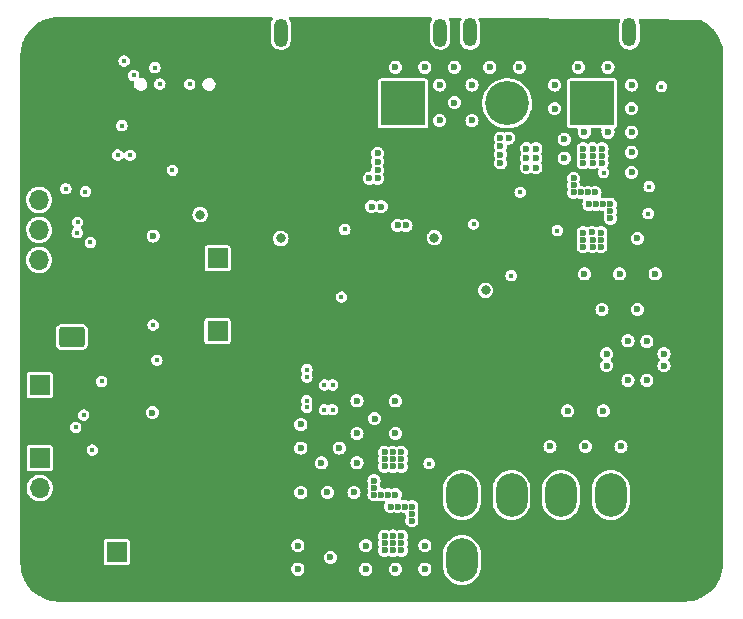
<source format=gbr>
%TF.GenerationSoftware,KiCad,Pcbnew,(7.0.0)*%
%TF.CreationDate,2023-09-07T01:40:49+01:00*%
%TF.ProjectId,PDU,5044552e-6b69-4636-9164-5f7063625858,rev?*%
%TF.SameCoordinates,Original*%
%TF.FileFunction,Copper,L2,Inr*%
%TF.FilePolarity,Positive*%
%FSLAX46Y46*%
G04 Gerber Fmt 4.6, Leading zero omitted, Abs format (unit mm)*
G04 Created by KiCad (PCBNEW (7.0.0)) date 2023-09-07 01:40:49*
%MOMM*%
%LPD*%
G01*
G04 APERTURE LIST*
G04 Aperture macros list*
%AMRoundRect*
0 Rectangle with rounded corners*
0 $1 Rounding radius*
0 $2 $3 $4 $5 $6 $7 $8 $9 X,Y pos of 4 corners*
0 Add a 4 corners polygon primitive as box body*
4,1,4,$2,$3,$4,$5,$6,$7,$8,$9,$2,$3,0*
0 Add four circle primitives for the rounded corners*
1,1,$1+$1,$2,$3*
1,1,$1+$1,$4,$5*
1,1,$1+$1,$6,$7*
1,1,$1+$1,$8,$9*
0 Add four rect primitives between the rounded corners*
20,1,$1+$1,$2,$3,$4,$5,0*
20,1,$1+$1,$4,$5,$6,$7,0*
20,1,$1+$1,$6,$7,$8,$9,0*
20,1,$1+$1,$8,$9,$2,$3,0*%
G04 Aperture macros list end*
%TA.AperFunction,ComponentPad*%
%ADD10O,0.900000X2.000000*%
%TD*%
%TA.AperFunction,ComponentPad*%
%ADD11O,0.900000X1.700000*%
%TD*%
%TA.AperFunction,ComponentPad*%
%ADD12RoundRect,0.250000X0.850000X0.600000X-0.850000X0.600000X-0.850000X-0.600000X0.850000X-0.600000X0*%
%TD*%
%TA.AperFunction,ComponentPad*%
%ADD13O,2.200000X1.700000*%
%TD*%
%TA.AperFunction,ComponentPad*%
%ADD14R,3.716000X3.716000*%
%TD*%
%TA.AperFunction,ComponentPad*%
%ADD15C,3.716000*%
%TD*%
%TA.AperFunction,ComponentPad*%
%ADD16O,1.200000X2.400000*%
%TD*%
%TA.AperFunction,ComponentPad*%
%ADD17R,1.700000X1.700000*%
%TD*%
%TA.AperFunction,ComponentPad*%
%ADD18O,1.700000X1.700000*%
%TD*%
%TA.AperFunction,ComponentPad*%
%ADD19C,5.600000*%
%TD*%
%TA.AperFunction,ComponentPad*%
%ADD20RoundRect,0.250001X1.099999X1.599999X-1.099999X1.599999X-1.099999X-1.599999X1.099999X-1.599999X0*%
%TD*%
%TA.AperFunction,ComponentPad*%
%ADD21O,2.700000X3.700000*%
%TD*%
%TA.AperFunction,ViaPad*%
%ADD22C,0.800000*%
%TD*%
%TA.AperFunction,ViaPad*%
%ADD23C,0.450000*%
%TD*%
%TA.AperFunction,ViaPad*%
%ADD24C,0.600000*%
%TD*%
G04 APERTURE END LIST*
D10*
%TO.N,GND*%
%TO.C,J3*%
X84149999Y-29429999D03*
D11*
X84149999Y-25259999D03*
D10*
X75509999Y-29429999D03*
D11*
X75509999Y-25259999D03*
%TD*%
D12*
%TO.N,/ARMING*%
%TO.C,J1*%
X71110000Y-50355000D03*
D13*
%TO.N,GND*%
X71109999Y-47854999D03*
%TD*%
D14*
%TO.N,Net-(J7-+)*%
%TO.C,J7*%
X99159999Y-30569999D03*
D15*
%TO.N,GND*%
X91960000Y-30570000D03*
D16*
%TO.N,N/C*%
X102309999Y-24569999D03*
X88809999Y-24569999D03*
%TD*%
D17*
%TO.N,/CHIP_PU*%
%TO.C,ENJUMPER1*%
X83449999Y-43689999D03*
D18*
%TO.N,GND*%
X83449999Y-46229999D03*
%TD*%
D17*
%TO.N,+3V3*%
%TO.C,J2*%
X74909999Y-68559999D03*
D18*
%TO.N,GND*%
X74909999Y-71099999D03*
%TD*%
D17*
%TO.N,GND*%
%TO.C,J8*%
X68349999Y-36199999D03*
D18*
%TO.N,+3V3*%
X68349999Y-38739999D03*
%TO.N,/SCL*%
X68349999Y-41279999D03*
%TO.N,/SDA*%
X68349999Y-43819999D03*
%TD*%
D19*
%TO.N,GND*%
%TO.C,H3*%
X123000000Y-26500000D03*
%TD*%
%TO.N,GND*%
%TO.C,H1*%
X70000000Y-69500000D03*
%TD*%
D17*
%TO.N,Net-(J6-Pin_1)*%
%TO.C,J6*%
X68389999Y-60589999D03*
D18*
%TO.N,+3V3*%
X68389999Y-63129999D03*
%TD*%
D20*
%TO.N,GND*%
%TO.C,J5*%
X116740000Y-69230000D03*
D21*
X112539999Y-69229999D03*
X108339999Y-69229999D03*
%TO.N,Net-(J5-Pin_4)*%
X104139999Y-69229999D03*
%TO.N,Net-(J5-Pin_5)*%
X116739999Y-63729999D03*
X112539999Y-63729999D03*
%TO.N,/CAN+*%
X108339999Y-63729999D03*
%TO.N,/CAN-*%
X104139999Y-63729999D03*
%TD*%
D17*
%TO.N,Net-(J4-Pin_1)*%
%TO.C,J4*%
X68389999Y-54419999D03*
D18*
%TO.N,GND*%
X68389999Y-56959999D03*
%TD*%
D17*
%TO.N,/BOOT*%
%TO.C,BOOTJUMPER1*%
X83444999Y-49859999D03*
D18*
%TO.N,GND*%
X80904999Y-49859999D03*
%TD*%
D19*
%TO.N,GND*%
%TO.C,H2*%
X70000000Y-26500000D03*
%TD*%
D14*
%TO.N,+12V*%
%TO.C,J9*%
X115169999Y-30559999D03*
D15*
%TO.N,Net-(J7-+)*%
X107970000Y-30560000D03*
D16*
%TO.N,N/C*%
X118319999Y-24559999D03*
X104819999Y-24559999D03*
%TD*%
D19*
%TO.N,GND*%
%TO.C,H4*%
X123000000Y-69500000D03*
%TD*%
D22*
%TO.N,/Bucks/SW*%
X106140000Y-46390000D03*
D23*
%TO.N,+3V3*%
X78310000Y-52310000D03*
X72680000Y-42340000D03*
D22*
X88800000Y-42000000D03*
X81980000Y-39980000D03*
D23*
X75350000Y-32440000D03*
X79620000Y-36230000D03*
X71440000Y-57990000D03*
X77990000Y-49330000D03*
X73640000Y-54110000D03*
X119990000Y-37610000D03*
D24*
X77928980Y-56738000D03*
X78000000Y-41800000D03*
%TO.N,+12V*%
X114400000Y-35000000D03*
X116500000Y-33000000D03*
X118500000Y-34700000D03*
X109600000Y-35200000D03*
X118500000Y-29000000D03*
X116000000Y-35600000D03*
X112800000Y-33600000D03*
X114400000Y-35600000D03*
X114000000Y-27500000D03*
X118500000Y-31000000D03*
X116000000Y-34400000D03*
X118500000Y-33000000D03*
X110400000Y-35200000D03*
X110400000Y-36000000D03*
X109600000Y-36000000D03*
X109600000Y-34400000D03*
X112800000Y-35200000D03*
X115200000Y-34400000D03*
X118500000Y-36400000D03*
X114400000Y-34400000D03*
X114500000Y-33000000D03*
X115200000Y-35600000D03*
X112000000Y-29000000D03*
X116500000Y-27500000D03*
X110400000Y-34400000D03*
X115200000Y-35000000D03*
X112000000Y-31000000D03*
X116000000Y-35000000D03*
D23*
%TO.N,GND*%
X76000000Y-43800000D03*
D22*
X76200000Y-37100000D03*
D24*
X91300000Y-43000000D03*
X67070000Y-33203333D03*
X82800000Y-62970000D03*
D23*
X76000000Y-43100000D03*
D24*
X72766666Y-23720000D03*
X97340736Y-23670000D03*
X99330000Y-72281500D03*
D23*
X81010000Y-36760000D03*
D24*
X114373332Y-72240000D03*
D23*
X77600000Y-46600000D03*
D22*
X73500000Y-35900000D03*
D23*
X80210000Y-39260000D03*
X75000000Y-44600000D03*
D22*
X73500000Y-38250000D03*
D24*
X84500000Y-64300000D03*
X67070000Y-62661664D03*
X81550000Y-42140000D03*
D22*
X76250000Y-38250000D03*
X74800000Y-37100000D03*
D24*
X67070000Y-66870000D03*
X79700000Y-57900000D03*
X78460000Y-69465000D03*
D22*
X73500000Y-37100000D03*
D23*
X78920000Y-45830000D03*
X80300000Y-44500000D03*
D24*
X125800000Y-41258335D03*
D23*
X72820000Y-43510000D03*
D22*
X102135000Y-43380000D03*
D23*
X75000000Y-45300000D03*
X75650000Y-41710000D03*
D24*
X92000000Y-50800000D03*
X82596294Y-23670000D03*
X87900000Y-66000000D03*
X87511108Y-23670000D03*
X124270000Y-44440000D03*
X87000000Y-59500000D03*
X74257780Y-72440000D03*
D22*
X103194000Y-43386000D03*
D24*
X81012980Y-68840000D03*
X91300000Y-42100000D03*
X125800000Y-37050002D03*
X86300000Y-64300000D03*
X125800000Y-28633336D03*
D22*
X76200000Y-35900000D03*
D24*
X84400000Y-67700000D03*
X110800000Y-54000000D03*
X125800000Y-58091667D03*
X109600000Y-50600000D03*
X67070000Y-45828332D03*
X92000000Y-49200000D03*
X92000000Y-47800000D03*
X85900000Y-42230000D03*
D23*
X76210000Y-44750000D03*
X80300000Y-45200000D03*
D24*
X92425922Y-23670000D03*
X93700000Y-40000000D03*
X67070000Y-41619999D03*
X91600000Y-54700000D03*
X108400000Y-52950000D03*
X125800000Y-32841669D03*
X104350000Y-72281500D03*
X84286668Y-72281500D03*
X122720000Y-30730000D03*
X86230000Y-39670000D03*
X96700000Y-44100000D03*
X111660000Y-38100000D03*
D23*
X78300000Y-46600000D03*
D22*
X103835000Y-41980000D03*
D23*
X79100000Y-46600000D03*
D24*
X88000000Y-55900000D03*
D23*
X79900000Y-46600000D03*
D24*
X122720000Y-35720000D03*
X112000000Y-54000000D03*
X95200000Y-44100000D03*
D23*
X75800000Y-42400000D03*
D24*
X125800000Y-53883334D03*
D22*
X74750000Y-38250000D03*
D24*
X124250000Y-42500000D03*
X109600000Y-54000000D03*
X89320000Y-72281500D03*
D23*
X77220000Y-32830000D03*
D24*
X107170364Y-23670000D03*
X109350000Y-72270000D03*
X94315556Y-72281500D03*
X67070000Y-50036665D03*
X67070000Y-54244998D03*
D22*
X74800000Y-35900000D03*
D24*
X98200000Y-44100000D03*
X112000000Y-50600000D03*
X119400000Y-72240000D03*
X112085178Y-23700000D03*
X117000000Y-23700000D03*
X107800000Y-43700000D03*
X125800000Y-62300000D03*
X110800000Y-50600000D03*
X86300000Y-67700000D03*
D23*
X75300000Y-44000000D03*
D24*
X67070000Y-28995000D03*
X122650000Y-40250000D03*
X122670000Y-38020000D03*
X125800000Y-45466668D03*
X108400000Y-51750000D03*
X125800000Y-66508336D03*
X77681480Y-23670000D03*
D23*
X80300000Y-46000000D03*
D24*
X83100000Y-66000000D03*
X125800000Y-49675001D03*
X79280000Y-72281500D03*
X67070000Y-37411666D03*
%TO.N,Net-(J5-Pin_4)*%
X90250000Y-70000000D03*
X97600000Y-67200000D03*
X98300000Y-67800000D03*
X92750000Y-63500000D03*
X90500000Y-63500000D03*
X98500000Y-70000000D03*
X98300000Y-68400000D03*
X99000000Y-67200000D03*
X95000000Y-63500000D03*
X99000000Y-68400000D03*
X97600000Y-67800000D03*
X96000000Y-68000000D03*
X97600000Y-68400000D03*
D23*
X119910000Y-39890000D03*
D24*
X99000000Y-67800000D03*
X98300000Y-67200000D03*
X101000000Y-70000000D03*
X93000000Y-69000000D03*
X96000000Y-70000000D03*
X101000000Y-68000000D03*
X90250000Y-68000000D03*
%TO.N,Net-(J5-Pin_5)*%
X117500000Y-45000000D03*
X118200000Y-50670000D03*
X114400000Y-42700000D03*
X116100000Y-56600000D03*
X115200000Y-42700000D03*
X111600000Y-59600000D03*
X113100000Y-56600000D03*
X115200000Y-42100000D03*
X121240000Y-52770000D03*
X118200000Y-54000000D03*
X120500000Y-45000000D03*
X114500000Y-45000000D03*
X116000000Y-48000000D03*
X114600000Y-59600000D03*
X119000000Y-42000000D03*
X121240000Y-51770000D03*
X115900000Y-41500000D03*
X116400000Y-52770000D03*
X119800000Y-54000000D03*
X117600000Y-59600000D03*
X119800000Y-50700000D03*
X115900000Y-42700000D03*
X115900000Y-42100000D03*
X115150000Y-41495000D03*
X116400000Y-51770000D03*
X114400000Y-42100000D03*
X119000000Y-48000000D03*
X114400000Y-41500000D03*
%TO.N,Net-(IC2-EN)*%
X108100000Y-33500000D03*
X107400000Y-35600000D03*
X97000000Y-36200000D03*
X98700000Y-40900000D03*
D22*
X101810000Y-41930000D03*
D24*
X97000000Y-36900000D03*
X107400000Y-33500000D03*
X96300000Y-36900000D03*
X96500000Y-39300000D03*
X97300000Y-39300000D03*
X107400000Y-34900000D03*
X99400000Y-40900000D03*
X107400000Y-34200000D03*
X97000000Y-34800000D03*
X97000000Y-35500000D03*
%TO.N,Net-(J7-+)*%
X102250000Y-29000000D03*
X103500000Y-30500000D03*
X101000000Y-27500000D03*
X109000000Y-27500000D03*
X103500000Y-27500000D03*
X102250000Y-32000000D03*
X105000000Y-32000000D03*
X105000000Y-29000000D03*
X98500000Y-27500000D03*
X106500000Y-27500000D03*
D23*
%TO.N,Net-(J3-CC1)*%
X81090000Y-28940000D03*
X78140000Y-27530000D03*
%TO.N,/SCL*%
X71600000Y-40620000D03*
%TO.N,Net-(J3-CC2)*%
X78560000Y-28910000D03*
X76350000Y-28203000D03*
%TO.N,Net-(J4-Pin_1)*%
X101360000Y-61062500D03*
X72120000Y-56960000D03*
%TO.N,/SDA*%
X71562500Y-41522500D03*
D24*
%TO.N,RBUS_uC_V*%
X98500000Y-55750000D03*
X99000000Y-60700000D03*
X99000000Y-60100000D03*
X97600000Y-61300000D03*
X90500000Y-57750000D03*
D23*
X93930000Y-46970000D03*
D24*
X98300000Y-61300000D03*
X90500000Y-59750000D03*
X97600000Y-60700000D03*
X95250000Y-61000000D03*
X98300000Y-60700000D03*
X92250000Y-61000000D03*
X96750000Y-57250000D03*
X99000000Y-61300000D03*
X98300000Y-60100000D03*
X95250000Y-55750000D03*
D23*
X105130000Y-40794000D03*
D24*
X98500000Y-58500000D03*
X95250000Y-58500000D03*
X97600000Y-60100000D03*
X93750000Y-59750000D03*
D23*
%TO.N,/3V3Filter/LX1*%
X93200000Y-56500000D03*
X92500000Y-56500000D03*
X91000000Y-55730000D03*
X91000000Y-56300000D03*
%TO.N,/3V3Filter/LX2*%
X93200000Y-54400000D03*
X91020000Y-53750000D03*
X92500000Y-54400000D03*
X91010000Y-53100000D03*
%TO.N,/LIPOPOWER*%
X72260000Y-38030000D03*
X109070000Y-38090000D03*
%TO.N,/USBPOWER*%
X70600000Y-37790000D03*
X94230000Y-41240000D03*
%TO.N,/BattVoltage*%
X121030000Y-29140000D03*
X75000000Y-34940000D03*
%TO.N,/DepVoltage*%
X75535000Y-26985000D03*
X76050000Y-34950000D03*
D24*
%TO.N,Net-(Q7-S_1)*%
X98100000Y-64700000D03*
X99300000Y-64700000D03*
X99900000Y-64700000D03*
X99900000Y-65900000D03*
X96700000Y-62500000D03*
X97900000Y-63700000D03*
X96700000Y-63700000D03*
X98700000Y-64700000D03*
X98500000Y-63700000D03*
X96700000Y-63100000D03*
X97300000Y-63700000D03*
X99900000Y-65300000D03*
%TO.N,Net-(Q10-S_1)*%
X113590000Y-37516500D03*
X116700000Y-40300000D03*
X115400000Y-38100000D03*
X114900000Y-39100000D03*
X116700000Y-39100000D03*
X115500000Y-39100000D03*
X114800000Y-38100000D03*
X113600000Y-36920000D03*
X113600000Y-38100000D03*
X116100000Y-39100000D03*
X114200000Y-38100000D03*
X116700000Y-39700000D03*
D23*
%TO.N,Net-(Q10-G)*%
X112210000Y-41330000D03*
X116130000Y-36420000D03*
%TO.N,Net-(J6-Pin_1)*%
X108310000Y-45150000D03*
X72840000Y-59910000D03*
%TD*%
%TA.AperFunction,Conductor*%
%TO.N,GND*%
G36*
X95585451Y-23242378D02*
G01*
X101499293Y-23291660D01*
X101565323Y-23310997D01*
X101611352Y-23362141D01*
X101623649Y-23429840D01*
X101598549Y-23493905D01*
X101577635Y-23521416D01*
X101577626Y-23521429D01*
X101573498Y-23526861D01*
X101570630Y-23533059D01*
X101570627Y-23533065D01*
X101498325Y-23689343D01*
X101498323Y-23689348D01*
X101495455Y-23695548D01*
X101493987Y-23702213D01*
X101493985Y-23702222D01*
X101457701Y-23867067D01*
X101455500Y-23877067D01*
X101455500Y-25216332D01*
X101455868Y-25219720D01*
X101455869Y-25219729D01*
X101469469Y-25344775D01*
X101470557Y-25354775D01*
X101472737Y-25361246D01*
X101472738Y-25361249D01*
X101516064Y-25489835D01*
X101529904Y-25530911D01*
X101573362Y-25603139D01*
X101616188Y-25674318D01*
X101625727Y-25690171D01*
X101753546Y-25825108D01*
X101907385Y-25929413D01*
X102080049Y-25998209D01*
X102263465Y-26028278D01*
X102449058Y-26018216D01*
X102628148Y-25968492D01*
X102792362Y-25881431D01*
X102934021Y-25761105D01*
X103046502Y-25613139D01*
X103124545Y-25444452D01*
X103164500Y-25262933D01*
X103164500Y-23923668D01*
X103149443Y-23785225D01*
X103090096Y-23609089D01*
X103080557Y-23593235D01*
X103022182Y-23496213D01*
X103004154Y-23432697D01*
X103020722Y-23368785D01*
X103067336Y-23322026D01*
X103131191Y-23305259D01*
X103985940Y-23312382D01*
X104051964Y-23331716D01*
X104097992Y-23382853D01*
X104110297Y-23450545D01*
X104089208Y-23504394D01*
X104091156Y-23505566D01*
X104087631Y-23511422D01*
X104083498Y-23516861D01*
X104080630Y-23523059D01*
X104080627Y-23523065D01*
X104008325Y-23679343D01*
X104008324Y-23679347D01*
X104005455Y-23685548D01*
X104003987Y-23692213D01*
X104003985Y-23692222D01*
X103969010Y-23851120D01*
X103965500Y-23867067D01*
X103965500Y-25206332D01*
X103965868Y-25209720D01*
X103965869Y-25209729D01*
X103971656Y-25262933D01*
X103980557Y-25344775D01*
X103982737Y-25351246D01*
X103982738Y-25351249D01*
X104011893Y-25437777D01*
X104039904Y-25520911D01*
X104135727Y-25680171D01*
X104263546Y-25815108D01*
X104417385Y-25919413D01*
X104590049Y-25988209D01*
X104773465Y-26018278D01*
X104959058Y-26008216D01*
X105138148Y-25958492D01*
X105302362Y-25871431D01*
X105444021Y-25751105D01*
X105556502Y-25603139D01*
X105634545Y-25434452D01*
X105674500Y-25252933D01*
X105674500Y-23913668D01*
X105659443Y-23775225D01*
X105600096Y-23599089D01*
X105550876Y-23517284D01*
X105532849Y-23453771D01*
X105549417Y-23389858D01*
X105596030Y-23343099D01*
X105659888Y-23326331D01*
X117430195Y-23424417D01*
X117490354Y-23440280D01*
X117535590Y-23482996D01*
X117554872Y-23542149D01*
X117543498Y-23603318D01*
X117537833Y-23615564D01*
X117505455Y-23685548D01*
X117503987Y-23692213D01*
X117503985Y-23692222D01*
X117469010Y-23851120D01*
X117465500Y-23867067D01*
X117465500Y-25206332D01*
X117465868Y-25209720D01*
X117465869Y-25209729D01*
X117471656Y-25262933D01*
X117480557Y-25344775D01*
X117482737Y-25351246D01*
X117482738Y-25351249D01*
X117511893Y-25437777D01*
X117539904Y-25520911D01*
X117635727Y-25680171D01*
X117763546Y-25815108D01*
X117917385Y-25919413D01*
X118090049Y-25988209D01*
X118273465Y-26018278D01*
X118459058Y-26008216D01*
X118638148Y-25958492D01*
X118802362Y-25871431D01*
X118944021Y-25751105D01*
X119056502Y-25603139D01*
X119134545Y-25434452D01*
X119174500Y-25252933D01*
X119174500Y-23913668D01*
X119159443Y-23775225D01*
X119105647Y-23615564D01*
X119102284Y-23605582D01*
X119097122Y-23546391D01*
X119119659Y-23491416D01*
X119164883Y-23452881D01*
X119222731Y-23439355D01*
X124247368Y-23481227D01*
X124291665Y-23489667D01*
X124344721Y-23510136D01*
X124356804Y-23515545D01*
X124648729Y-23665087D01*
X124660188Y-23671739D01*
X124934811Y-23851120D01*
X124945493Y-23858928D01*
X125199783Y-24066170D01*
X125209570Y-24075043D01*
X125393940Y-24260750D01*
X125440678Y-24307827D01*
X125449506Y-24317708D01*
X125654884Y-24573465D01*
X125662624Y-24584217D01*
X125840003Y-24860112D01*
X125846571Y-24871614D01*
X125857235Y-24892808D01*
X125994009Y-25164634D01*
X125999333Y-25176766D01*
X126115178Y-25483622D01*
X126119200Y-25496246D01*
X126202188Y-25813593D01*
X126204861Y-25826570D01*
X126254065Y-26150861D01*
X126255361Y-26164047D01*
X126270390Y-26495031D01*
X126270517Y-26501652D01*
X126270490Y-26505500D01*
X126270218Y-26543217D01*
X126270501Y-26544016D01*
X126270508Y-26544092D01*
X126245525Y-69455931D01*
X126245517Y-69456020D01*
X126245182Y-69456964D01*
X126245202Y-69459768D01*
X126245202Y-69459771D01*
X126245481Y-69498512D01*
X126245354Y-69505134D01*
X126230444Y-69833503D01*
X126229148Y-69846689D01*
X126180339Y-70168377D01*
X126177666Y-70181354D01*
X126095344Y-70496154D01*
X126091322Y-70508778D01*
X125976407Y-70813171D01*
X125971083Y-70825303D01*
X125824830Y-71115968D01*
X125818260Y-71127474D01*
X125642301Y-71401160D01*
X125634560Y-71411912D01*
X125430839Y-71665605D01*
X125422012Y-71675486D01*
X125192763Y-71906399D01*
X125182956Y-71915289D01*
X124930732Y-72120849D01*
X124920036Y-72128667D01*
X124647617Y-72306607D01*
X124636159Y-72313259D01*
X124346582Y-72461599D01*
X124334488Y-72467012D01*
X124030914Y-72584133D01*
X124018320Y-72588245D01*
X123704133Y-72672839D01*
X123691175Y-72675606D01*
X123369854Y-72726738D01*
X123356678Y-72728130D01*
X123028408Y-72745415D01*
X123021783Y-72745589D01*
X70044875Y-72745500D01*
X70003293Y-72745500D01*
X69996699Y-72745327D01*
X69978550Y-72744375D01*
X69667352Y-72728066D01*
X69654236Y-72726688D01*
X69331744Y-72675610D01*
X69318844Y-72672868D01*
X69003458Y-72588361D01*
X68990915Y-72584285D01*
X68686105Y-72467280D01*
X68674056Y-72461916D01*
X68383132Y-72313682D01*
X68371711Y-72307088D01*
X68097876Y-72129258D01*
X68087206Y-72121505D01*
X67833468Y-71916032D01*
X67823667Y-71907207D01*
X67592792Y-71676332D01*
X67583967Y-71666531D01*
X67378494Y-71412793D01*
X67370741Y-71402123D01*
X67317180Y-71319646D01*
X67192907Y-71128282D01*
X67186317Y-71116867D01*
X67185859Y-71115968D01*
X67038079Y-70825934D01*
X67032723Y-70813903D01*
X66915713Y-70509083D01*
X66911638Y-70496541D01*
X66827131Y-70181155D01*
X66824389Y-70168255D01*
X66797740Y-70000000D01*
X89690715Y-70000000D01*
X89691793Y-70008188D01*
X89708693Y-70136565D01*
X89708694Y-70136571D01*
X89709772Y-70144754D01*
X89712931Y-70152382D01*
X89712932Y-70152383D01*
X89762484Y-70272013D01*
X89762485Y-70272016D01*
X89765645Y-70279643D01*
X89854526Y-70395474D01*
X89970357Y-70484355D01*
X90105246Y-70540228D01*
X90250000Y-70559285D01*
X90394754Y-70540228D01*
X90529643Y-70484355D01*
X90645474Y-70395474D01*
X90734355Y-70279643D01*
X90790228Y-70144754D01*
X90809285Y-70000000D01*
X95440715Y-70000000D01*
X95441793Y-70008188D01*
X95458693Y-70136565D01*
X95458694Y-70136571D01*
X95459772Y-70144754D01*
X95462931Y-70152382D01*
X95462932Y-70152383D01*
X95512484Y-70272013D01*
X95512485Y-70272016D01*
X95515645Y-70279643D01*
X95604526Y-70395474D01*
X95720357Y-70484355D01*
X95855246Y-70540228D01*
X96000000Y-70559285D01*
X96144754Y-70540228D01*
X96279643Y-70484355D01*
X96395474Y-70395474D01*
X96484355Y-70279643D01*
X96540228Y-70144754D01*
X96559285Y-70000000D01*
X97940715Y-70000000D01*
X97941793Y-70008188D01*
X97958693Y-70136565D01*
X97958694Y-70136571D01*
X97959772Y-70144754D01*
X97962931Y-70152382D01*
X97962932Y-70152383D01*
X98012484Y-70272013D01*
X98012485Y-70272016D01*
X98015645Y-70279643D01*
X98104526Y-70395474D01*
X98220357Y-70484355D01*
X98355246Y-70540228D01*
X98500000Y-70559285D01*
X98644754Y-70540228D01*
X98779643Y-70484355D01*
X98895474Y-70395474D01*
X98984355Y-70279643D01*
X99040228Y-70144754D01*
X99059285Y-70000000D01*
X100440715Y-70000000D01*
X100441793Y-70008188D01*
X100458693Y-70136565D01*
X100458694Y-70136571D01*
X100459772Y-70144754D01*
X100462931Y-70152382D01*
X100462932Y-70152383D01*
X100512484Y-70272013D01*
X100512485Y-70272016D01*
X100515645Y-70279643D01*
X100604526Y-70395474D01*
X100720357Y-70484355D01*
X100855246Y-70540228D01*
X101000000Y-70559285D01*
X101144754Y-70540228D01*
X101279643Y-70484355D01*
X101395474Y-70395474D01*
X101484355Y-70279643D01*
X101540228Y-70144754D01*
X101559285Y-70000000D01*
X101540228Y-69855246D01*
X101514460Y-69793036D01*
X102535500Y-69793036D01*
X102535692Y-69795484D01*
X102535693Y-69795492D01*
X102549965Y-69976841D01*
X102549966Y-69976849D01*
X102550354Y-69981775D01*
X102551508Y-69986583D01*
X102551509Y-69986587D01*
X102591313Y-70152383D01*
X102609312Y-70227351D01*
X102611205Y-70231921D01*
X102611206Y-70231924D01*
X102630972Y-70279643D01*
X102705960Y-70460680D01*
X102708545Y-70464899D01*
X102708546Y-70464900D01*
X102727698Y-70496154D01*
X102837919Y-70676017D01*
X103001939Y-70868061D01*
X103193983Y-71032081D01*
X103409320Y-71164040D01*
X103642649Y-71260688D01*
X103888225Y-71319646D01*
X104140000Y-71339461D01*
X104391775Y-71319646D01*
X104637351Y-71260688D01*
X104870680Y-71164040D01*
X105086017Y-71032081D01*
X105278061Y-70868061D01*
X105442081Y-70676017D01*
X105574040Y-70460680D01*
X105670688Y-70227351D01*
X105729646Y-69981775D01*
X105744500Y-69793036D01*
X105744500Y-68666964D01*
X105729646Y-68478225D01*
X105670688Y-68232649D01*
X105574040Y-67999320D01*
X105442081Y-67783983D01*
X105278061Y-67591939D01*
X105086017Y-67427919D01*
X104950304Y-67344754D01*
X104874900Y-67298546D01*
X104874899Y-67298545D01*
X104870680Y-67295960D01*
X104637351Y-67199312D01*
X104632543Y-67198157D01*
X104632538Y-67198156D01*
X104396587Y-67141509D01*
X104396583Y-67141508D01*
X104391775Y-67140354D01*
X104386849Y-67139966D01*
X104386841Y-67139965D01*
X104144930Y-67120927D01*
X104140000Y-67120539D01*
X104135070Y-67120927D01*
X103893158Y-67139965D01*
X103893148Y-67139966D01*
X103888225Y-67140354D01*
X103883418Y-67141508D01*
X103883412Y-67141509D01*
X103647461Y-67198156D01*
X103647452Y-67198158D01*
X103642649Y-67199312D01*
X103638081Y-67201203D01*
X103638075Y-67201206D01*
X103413894Y-67294065D01*
X103413889Y-67294067D01*
X103409320Y-67295960D01*
X103405105Y-67298542D01*
X103405099Y-67298546D01*
X103198200Y-67425334D01*
X103198192Y-67425339D01*
X103193983Y-67427919D01*
X103190222Y-67431130D01*
X103190218Y-67431134D01*
X103005701Y-67588725D01*
X103005694Y-67588731D01*
X103001939Y-67591939D01*
X102998731Y-67595694D01*
X102998725Y-67595701D01*
X102841134Y-67780218D01*
X102841130Y-67780222D01*
X102837919Y-67783983D01*
X102835339Y-67788192D01*
X102835334Y-67788200D01*
X102708546Y-67995099D01*
X102708542Y-67995105D01*
X102705960Y-67999320D01*
X102704067Y-68003889D01*
X102704065Y-68003894D01*
X102611206Y-68228075D01*
X102611203Y-68228081D01*
X102609312Y-68232649D01*
X102608158Y-68237452D01*
X102608156Y-68237461D01*
X102551509Y-68473412D01*
X102551508Y-68473418D01*
X102550354Y-68478225D01*
X102549966Y-68483148D01*
X102549965Y-68483158D01*
X102539898Y-68611077D01*
X102535500Y-68666964D01*
X102535500Y-69793036D01*
X101514460Y-69793036D01*
X101484355Y-69720358D01*
X101395474Y-69604526D01*
X101336515Y-69559285D01*
X101286196Y-69520673D01*
X101286194Y-69520671D01*
X101279643Y-69515645D01*
X101272016Y-69512485D01*
X101272013Y-69512484D01*
X101152383Y-69462932D01*
X101152382Y-69462931D01*
X101144754Y-69459772D01*
X101136571Y-69458694D01*
X101136565Y-69458693D01*
X101008188Y-69441793D01*
X101000000Y-69440715D01*
X100991812Y-69441793D01*
X100863431Y-69458694D01*
X100863427Y-69458694D01*
X100855246Y-69459772D01*
X100847627Y-69462927D01*
X100847619Y-69462930D01*
X100727986Y-69512485D01*
X100727983Y-69512486D01*
X100720358Y-69515645D01*
X100713810Y-69520668D01*
X100713807Y-69520671D01*
X100611071Y-69599503D01*
X100611067Y-69599506D01*
X100604526Y-69604526D01*
X100599506Y-69611067D01*
X100599503Y-69611071D01*
X100520671Y-69713807D01*
X100520668Y-69713810D01*
X100515645Y-69720358D01*
X100512486Y-69727983D01*
X100512485Y-69727986D01*
X100462930Y-69847619D01*
X100462927Y-69847627D01*
X100459772Y-69855246D01*
X100440715Y-70000000D01*
X99059285Y-70000000D01*
X99040228Y-69855246D01*
X98984355Y-69720358D01*
X98895474Y-69604526D01*
X98836515Y-69559285D01*
X98786196Y-69520673D01*
X98786194Y-69520671D01*
X98779643Y-69515645D01*
X98772016Y-69512485D01*
X98772013Y-69512484D01*
X98652383Y-69462932D01*
X98652382Y-69462931D01*
X98644754Y-69459772D01*
X98636571Y-69458694D01*
X98636565Y-69458693D01*
X98508188Y-69441793D01*
X98500000Y-69440715D01*
X98491812Y-69441793D01*
X98363431Y-69458694D01*
X98363427Y-69458694D01*
X98355246Y-69459772D01*
X98347627Y-69462927D01*
X98347619Y-69462930D01*
X98227986Y-69512485D01*
X98227983Y-69512486D01*
X98220358Y-69515645D01*
X98213810Y-69520668D01*
X98213807Y-69520671D01*
X98111071Y-69599503D01*
X98111067Y-69599506D01*
X98104526Y-69604526D01*
X98099506Y-69611067D01*
X98099503Y-69611071D01*
X98020671Y-69713807D01*
X98020668Y-69713810D01*
X98015645Y-69720358D01*
X98012486Y-69727983D01*
X98012485Y-69727986D01*
X97962930Y-69847619D01*
X97962927Y-69847627D01*
X97959772Y-69855246D01*
X97940715Y-70000000D01*
X96559285Y-70000000D01*
X96540228Y-69855246D01*
X96484355Y-69720358D01*
X96395474Y-69604526D01*
X96336515Y-69559285D01*
X96286196Y-69520673D01*
X96286194Y-69520671D01*
X96279643Y-69515645D01*
X96272016Y-69512485D01*
X96272013Y-69512484D01*
X96152383Y-69462932D01*
X96152382Y-69462931D01*
X96144754Y-69459772D01*
X96136571Y-69458694D01*
X96136565Y-69458693D01*
X96008188Y-69441793D01*
X96000000Y-69440715D01*
X95991812Y-69441793D01*
X95863431Y-69458694D01*
X95863427Y-69458694D01*
X95855246Y-69459772D01*
X95847627Y-69462927D01*
X95847619Y-69462930D01*
X95727986Y-69512485D01*
X95727983Y-69512486D01*
X95720358Y-69515645D01*
X95713810Y-69520668D01*
X95713807Y-69520671D01*
X95611071Y-69599503D01*
X95611067Y-69599506D01*
X95604526Y-69604526D01*
X95599506Y-69611067D01*
X95599503Y-69611071D01*
X95520671Y-69713807D01*
X95520668Y-69713810D01*
X95515645Y-69720358D01*
X95512486Y-69727983D01*
X95512485Y-69727986D01*
X95462930Y-69847619D01*
X95462927Y-69847627D01*
X95459772Y-69855246D01*
X95440715Y-70000000D01*
X90809285Y-70000000D01*
X90790228Y-69855246D01*
X90734355Y-69720358D01*
X90645474Y-69604526D01*
X90586515Y-69559285D01*
X90536196Y-69520673D01*
X90536194Y-69520671D01*
X90529643Y-69515645D01*
X90522016Y-69512485D01*
X90522013Y-69512484D01*
X90402383Y-69462932D01*
X90402382Y-69462931D01*
X90394754Y-69459772D01*
X90386571Y-69458694D01*
X90386565Y-69458693D01*
X90258188Y-69441793D01*
X90250000Y-69440715D01*
X90241812Y-69441793D01*
X90113431Y-69458694D01*
X90113427Y-69458694D01*
X90105246Y-69459772D01*
X90097627Y-69462927D01*
X90097619Y-69462930D01*
X89977986Y-69512485D01*
X89977983Y-69512486D01*
X89970358Y-69515645D01*
X89963810Y-69520668D01*
X89963807Y-69520671D01*
X89861071Y-69599503D01*
X89861067Y-69599506D01*
X89854526Y-69604526D01*
X89849506Y-69611067D01*
X89849503Y-69611071D01*
X89770671Y-69713807D01*
X89770668Y-69713810D01*
X89765645Y-69720358D01*
X89762486Y-69727983D01*
X89762485Y-69727986D01*
X89712930Y-69847619D01*
X89712927Y-69847627D01*
X89709772Y-69855246D01*
X89690715Y-70000000D01*
X66797740Y-70000000D01*
X66773311Y-69845763D01*
X66771933Y-69832646D01*
X66754673Y-69503301D01*
X66754500Y-69496707D01*
X66754500Y-69428887D01*
X73805500Y-69428887D01*
X73805501Y-69435066D01*
X73806707Y-69441132D01*
X73806708Y-69441137D01*
X73811043Y-69462930D01*
X73820266Y-69509301D01*
X73876516Y-69593484D01*
X73960699Y-69649734D01*
X74034933Y-69664500D01*
X75785066Y-69664499D01*
X75859301Y-69649734D01*
X75943484Y-69593484D01*
X75999734Y-69509301D01*
X76014500Y-69435067D01*
X76014500Y-69000000D01*
X92440715Y-69000000D01*
X92441793Y-69008188D01*
X92458693Y-69136565D01*
X92458694Y-69136571D01*
X92459772Y-69144754D01*
X92462931Y-69152382D01*
X92462932Y-69152383D01*
X92512484Y-69272013D01*
X92512485Y-69272016D01*
X92515645Y-69279643D01*
X92604526Y-69395474D01*
X92720357Y-69484355D01*
X92855246Y-69540228D01*
X93000000Y-69559285D01*
X93144754Y-69540228D01*
X93279643Y-69484355D01*
X93395474Y-69395474D01*
X93484355Y-69279643D01*
X93540228Y-69144754D01*
X93559285Y-69000000D01*
X93540228Y-68855246D01*
X93484355Y-68720358D01*
X93395474Y-68604526D01*
X93336515Y-68559285D01*
X93286196Y-68520673D01*
X93286194Y-68520671D01*
X93279643Y-68515645D01*
X93272016Y-68512485D01*
X93272013Y-68512484D01*
X93152383Y-68462932D01*
X93152382Y-68462931D01*
X93144754Y-68459772D01*
X93136571Y-68458694D01*
X93136565Y-68458693D01*
X93008188Y-68441793D01*
X93000000Y-68440715D01*
X92991812Y-68441793D01*
X92863431Y-68458694D01*
X92863427Y-68458694D01*
X92855246Y-68459772D01*
X92847627Y-68462927D01*
X92847619Y-68462930D01*
X92727986Y-68512485D01*
X92727983Y-68512486D01*
X92720358Y-68515645D01*
X92713810Y-68520668D01*
X92713807Y-68520671D01*
X92611071Y-68599503D01*
X92611067Y-68599506D01*
X92604526Y-68604526D01*
X92599506Y-68611067D01*
X92599503Y-68611071D01*
X92520671Y-68713807D01*
X92520668Y-68713810D01*
X92515645Y-68720358D01*
X92512486Y-68727983D01*
X92512485Y-68727986D01*
X92462930Y-68847619D01*
X92462927Y-68847627D01*
X92459772Y-68855246D01*
X92458694Y-68863427D01*
X92458694Y-68863431D01*
X92449000Y-68937067D01*
X92440715Y-69000000D01*
X76014500Y-69000000D01*
X76014499Y-68000000D01*
X89690715Y-68000000D01*
X89691793Y-68008188D01*
X89708693Y-68136565D01*
X89708694Y-68136571D01*
X89709772Y-68144754D01*
X89712931Y-68152382D01*
X89712932Y-68152383D01*
X89762484Y-68272013D01*
X89762485Y-68272016D01*
X89765645Y-68279643D01*
X89854526Y-68395474D01*
X89970357Y-68484355D01*
X90105246Y-68540228D01*
X90250000Y-68559285D01*
X90394754Y-68540228D01*
X90529643Y-68484355D01*
X90645474Y-68395474D01*
X90734355Y-68279643D01*
X90790228Y-68144754D01*
X90809285Y-68000000D01*
X95440715Y-68000000D01*
X95441793Y-68008188D01*
X95458693Y-68136565D01*
X95458694Y-68136571D01*
X95459772Y-68144754D01*
X95462931Y-68152382D01*
X95462932Y-68152383D01*
X95512484Y-68272013D01*
X95512485Y-68272016D01*
X95515645Y-68279643D01*
X95604526Y-68395474D01*
X95720357Y-68484355D01*
X95855246Y-68540228D01*
X96000000Y-68559285D01*
X96144754Y-68540228D01*
X96279643Y-68484355D01*
X96389576Y-68400000D01*
X97040715Y-68400000D01*
X97041793Y-68408188D01*
X97058693Y-68536565D01*
X97058694Y-68536571D01*
X97059772Y-68544754D01*
X97062931Y-68552382D01*
X97062932Y-68552383D01*
X97112484Y-68672013D01*
X97112485Y-68672016D01*
X97115645Y-68679643D01*
X97204526Y-68795474D01*
X97211076Y-68800500D01*
X97293088Y-68863431D01*
X97320357Y-68884355D01*
X97455246Y-68940228D01*
X97600000Y-68959285D01*
X97744754Y-68940228D01*
X97879643Y-68884355D01*
X97886193Y-68879328D01*
X97887000Y-68878863D01*
X97950000Y-68861982D01*
X98013000Y-68878863D01*
X98013806Y-68879328D01*
X98020357Y-68884355D01*
X98155246Y-68940228D01*
X98300000Y-68959285D01*
X98444754Y-68940228D01*
X98579643Y-68884355D01*
X98586193Y-68879328D01*
X98587000Y-68878863D01*
X98650000Y-68861982D01*
X98713000Y-68878863D01*
X98713806Y-68879328D01*
X98720357Y-68884355D01*
X98855246Y-68940228D01*
X99000000Y-68959285D01*
X99144754Y-68940228D01*
X99279643Y-68884355D01*
X99395474Y-68795474D01*
X99484355Y-68679643D01*
X99540228Y-68544754D01*
X99559285Y-68400000D01*
X99540228Y-68255246D01*
X99495894Y-68148217D01*
X99486304Y-68099999D01*
X99495896Y-68051780D01*
X99517344Y-68000000D01*
X100440715Y-68000000D01*
X100441793Y-68008188D01*
X100458693Y-68136565D01*
X100458694Y-68136571D01*
X100459772Y-68144754D01*
X100462931Y-68152382D01*
X100462932Y-68152383D01*
X100512484Y-68272013D01*
X100512485Y-68272016D01*
X100515645Y-68279643D01*
X100604526Y-68395474D01*
X100720357Y-68484355D01*
X100855246Y-68540228D01*
X101000000Y-68559285D01*
X101144754Y-68540228D01*
X101279643Y-68484355D01*
X101395474Y-68395474D01*
X101484355Y-68279643D01*
X101540228Y-68144754D01*
X101559285Y-68000000D01*
X101540228Y-67855246D01*
X101484355Y-67720358D01*
X101395474Y-67604526D01*
X101322093Y-67548218D01*
X101286196Y-67520673D01*
X101286194Y-67520671D01*
X101279643Y-67515645D01*
X101272016Y-67512485D01*
X101272013Y-67512484D01*
X101152383Y-67462932D01*
X101152382Y-67462931D01*
X101144754Y-67459772D01*
X101136571Y-67458694D01*
X101136565Y-67458693D01*
X101008188Y-67441793D01*
X101000000Y-67440715D01*
X100991812Y-67441793D01*
X100863431Y-67458694D01*
X100863427Y-67458694D01*
X100855246Y-67459772D01*
X100847627Y-67462927D01*
X100847619Y-67462930D01*
X100727986Y-67512485D01*
X100727983Y-67512486D01*
X100720358Y-67515645D01*
X100713810Y-67520668D01*
X100713807Y-67520671D01*
X100611071Y-67599503D01*
X100611067Y-67599506D01*
X100604526Y-67604526D01*
X100599506Y-67611067D01*
X100599503Y-67611071D01*
X100520671Y-67713807D01*
X100520668Y-67713810D01*
X100515645Y-67720358D01*
X100512486Y-67727983D01*
X100512485Y-67727986D01*
X100462930Y-67847619D01*
X100462927Y-67847627D01*
X100459772Y-67855246D01*
X100440715Y-68000000D01*
X99517344Y-68000000D01*
X99540228Y-67944754D01*
X99559285Y-67800000D01*
X99540228Y-67655246D01*
X99495894Y-67548217D01*
X99486304Y-67499999D01*
X99495896Y-67451780D01*
X99500033Y-67441793D01*
X99540228Y-67344754D01*
X99559285Y-67200000D01*
X99540228Y-67055246D01*
X99484355Y-66920358D01*
X99395474Y-66804526D01*
X99308800Y-66738018D01*
X99286196Y-66720673D01*
X99286194Y-66720671D01*
X99279643Y-66715645D01*
X99272016Y-66712485D01*
X99272013Y-66712484D01*
X99152383Y-66662932D01*
X99152382Y-66662931D01*
X99144754Y-66659772D01*
X99136571Y-66658694D01*
X99136565Y-66658693D01*
X99008188Y-66641793D01*
X99000000Y-66640715D01*
X98991812Y-66641793D01*
X98863431Y-66658694D01*
X98863427Y-66658694D01*
X98855246Y-66659772D01*
X98847627Y-66662927D01*
X98847619Y-66662930D01*
X98727982Y-66712486D01*
X98727975Y-66712489D01*
X98720358Y-66715645D01*
X98713810Y-66720668D01*
X98713000Y-66721137D01*
X98650000Y-66738018D01*
X98587000Y-66721137D01*
X98586193Y-66720671D01*
X98579643Y-66715645D01*
X98444754Y-66659772D01*
X98436571Y-66658694D01*
X98436565Y-66658693D01*
X98308188Y-66641793D01*
X98300000Y-66640715D01*
X98291812Y-66641793D01*
X98163431Y-66658694D01*
X98163427Y-66658694D01*
X98155246Y-66659772D01*
X98147627Y-66662927D01*
X98147619Y-66662930D01*
X98027982Y-66712486D01*
X98027975Y-66712489D01*
X98020358Y-66715645D01*
X98013810Y-66720668D01*
X98013000Y-66721137D01*
X97950000Y-66738018D01*
X97887000Y-66721137D01*
X97886193Y-66720671D01*
X97879643Y-66715645D01*
X97744754Y-66659772D01*
X97736571Y-66658694D01*
X97736565Y-66658693D01*
X97608188Y-66641793D01*
X97600000Y-66640715D01*
X97591812Y-66641793D01*
X97463431Y-66658694D01*
X97463427Y-66658694D01*
X97455246Y-66659772D01*
X97447627Y-66662927D01*
X97447619Y-66662930D01*
X97327986Y-66712485D01*
X97327983Y-66712486D01*
X97320358Y-66715645D01*
X97313810Y-66720668D01*
X97313807Y-66720671D01*
X97211071Y-66799503D01*
X97211067Y-66799506D01*
X97204526Y-66804526D01*
X97199506Y-66811067D01*
X97199503Y-66811071D01*
X97120671Y-66913807D01*
X97120668Y-66913810D01*
X97115645Y-66920358D01*
X97112486Y-66927983D01*
X97112485Y-66927986D01*
X97062930Y-67047619D01*
X97062927Y-67047627D01*
X97059772Y-67055246D01*
X97040715Y-67200000D01*
X97041793Y-67208188D01*
X97058693Y-67336565D01*
X97058694Y-67336571D01*
X97059772Y-67344754D01*
X97062931Y-67352382D01*
X97062932Y-67352383D01*
X97104104Y-67451781D01*
X97113695Y-67499999D01*
X97104104Y-67548217D01*
X97062931Y-67647616D01*
X97062928Y-67647626D01*
X97059772Y-67655246D01*
X97058694Y-67663427D01*
X97058694Y-67663431D01*
X97055049Y-67691119D01*
X97040715Y-67800000D01*
X97041793Y-67808188D01*
X97058693Y-67936565D01*
X97058694Y-67936571D01*
X97059772Y-67944754D01*
X97062931Y-67952382D01*
X97062932Y-67952383D01*
X97104104Y-68051781D01*
X97113695Y-68099999D01*
X97104104Y-68148217D01*
X97062931Y-68247616D01*
X97062928Y-68247626D01*
X97059772Y-68255246D01*
X97058694Y-68263427D01*
X97058694Y-68263431D01*
X97056560Y-68279643D01*
X97040715Y-68400000D01*
X96389576Y-68400000D01*
X96395474Y-68395474D01*
X96484355Y-68279643D01*
X96540228Y-68144754D01*
X96559285Y-68000000D01*
X96540228Y-67855246D01*
X96484355Y-67720358D01*
X96395474Y-67604526D01*
X96322093Y-67548218D01*
X96286196Y-67520673D01*
X96286194Y-67520671D01*
X96279643Y-67515645D01*
X96272016Y-67512485D01*
X96272013Y-67512484D01*
X96152383Y-67462932D01*
X96152382Y-67462931D01*
X96144754Y-67459772D01*
X96136571Y-67458694D01*
X96136565Y-67458693D01*
X96008188Y-67441793D01*
X96000000Y-67440715D01*
X95991812Y-67441793D01*
X95863431Y-67458694D01*
X95863427Y-67458694D01*
X95855246Y-67459772D01*
X95847627Y-67462927D01*
X95847619Y-67462930D01*
X95727986Y-67512485D01*
X95727983Y-67512486D01*
X95720358Y-67515645D01*
X95713810Y-67520668D01*
X95713807Y-67520671D01*
X95611071Y-67599503D01*
X95611067Y-67599506D01*
X95604526Y-67604526D01*
X95599506Y-67611067D01*
X95599503Y-67611071D01*
X95520671Y-67713807D01*
X95520668Y-67713810D01*
X95515645Y-67720358D01*
X95512486Y-67727983D01*
X95512485Y-67727986D01*
X95462930Y-67847619D01*
X95462927Y-67847627D01*
X95459772Y-67855246D01*
X95440715Y-68000000D01*
X90809285Y-68000000D01*
X90790228Y-67855246D01*
X90734355Y-67720358D01*
X90645474Y-67604526D01*
X90572093Y-67548218D01*
X90536196Y-67520673D01*
X90536194Y-67520671D01*
X90529643Y-67515645D01*
X90522016Y-67512485D01*
X90522013Y-67512484D01*
X90402383Y-67462932D01*
X90402382Y-67462931D01*
X90394754Y-67459772D01*
X90386571Y-67458694D01*
X90386565Y-67458693D01*
X90258188Y-67441793D01*
X90250000Y-67440715D01*
X90241812Y-67441793D01*
X90113431Y-67458694D01*
X90113427Y-67458694D01*
X90105246Y-67459772D01*
X90097627Y-67462927D01*
X90097619Y-67462930D01*
X89977986Y-67512485D01*
X89977983Y-67512486D01*
X89970358Y-67515645D01*
X89963810Y-67520668D01*
X89963807Y-67520671D01*
X89861071Y-67599503D01*
X89861067Y-67599506D01*
X89854526Y-67604526D01*
X89849506Y-67611067D01*
X89849503Y-67611071D01*
X89770671Y-67713807D01*
X89770668Y-67713810D01*
X89765645Y-67720358D01*
X89762486Y-67727983D01*
X89762485Y-67727986D01*
X89712930Y-67847619D01*
X89712927Y-67847627D01*
X89709772Y-67855246D01*
X89690715Y-68000000D01*
X76014499Y-68000000D01*
X76014499Y-67684934D01*
X75999734Y-67610699D01*
X75943484Y-67526516D01*
X75922485Y-67512485D01*
X75869620Y-67477161D01*
X75869619Y-67477160D01*
X75859301Y-67470266D01*
X75847131Y-67467845D01*
X75847128Y-67467844D01*
X75791135Y-67456707D01*
X75785067Y-67455500D01*
X75778880Y-67455500D01*
X74041122Y-67455500D01*
X74041111Y-67455500D01*
X74034934Y-67455501D01*
X74028868Y-67456707D01*
X74028862Y-67456708D01*
X73972874Y-67467844D01*
X73972871Y-67467844D01*
X73960699Y-67470266D01*
X73950379Y-67477161D01*
X73950378Y-67477162D01*
X73886832Y-67519622D01*
X73886829Y-67519624D01*
X73876516Y-67526516D01*
X73869624Y-67536829D01*
X73869622Y-67536832D01*
X73827161Y-67600379D01*
X73827159Y-67600381D01*
X73820266Y-67610699D01*
X73817845Y-67622867D01*
X73817844Y-67622871D01*
X73806707Y-67678864D01*
X73805500Y-67684933D01*
X73805500Y-67691118D01*
X73805500Y-67691119D01*
X73805500Y-69428877D01*
X73805500Y-69428887D01*
X66754500Y-69428887D01*
X66754500Y-63130000D01*
X67280768Y-63130000D01*
X67281306Y-63135806D01*
X67299116Y-63328015D01*
X67299117Y-63328025D01*
X67299655Y-63333821D01*
X67301249Y-63339426D01*
X67301250Y-63339427D01*
X67349266Y-63508188D01*
X67355672Y-63530701D01*
X67446912Y-63713935D01*
X67450421Y-63718582D01*
X67450422Y-63718583D01*
X67566755Y-63872634D01*
X67566759Y-63872638D01*
X67570268Y-63877285D01*
X67574570Y-63881207D01*
X67574573Y-63881210D01*
X67662466Y-63961335D01*
X67721538Y-64015186D01*
X67895573Y-64122944D01*
X68034989Y-64176954D01*
X68062249Y-64187515D01*
X68086444Y-64196888D01*
X68287653Y-64234500D01*
X68486519Y-64234500D01*
X68492347Y-64234500D01*
X68693556Y-64196888D01*
X68884427Y-64122944D01*
X69058462Y-64015186D01*
X69209732Y-63877285D01*
X69333088Y-63713935D01*
X69424328Y-63530701D01*
X69433063Y-63500000D01*
X89940715Y-63500000D01*
X89941793Y-63508188D01*
X89958693Y-63636565D01*
X89958694Y-63636571D01*
X89959772Y-63644754D01*
X89962931Y-63652382D01*
X89962932Y-63652383D01*
X90012484Y-63772013D01*
X90012485Y-63772016D01*
X90015645Y-63779643D01*
X90104526Y-63895474D01*
X90220357Y-63984355D01*
X90355246Y-64040228D01*
X90500000Y-64059285D01*
X90644754Y-64040228D01*
X90779643Y-63984355D01*
X90895474Y-63895474D01*
X90984355Y-63779643D01*
X91040228Y-63644754D01*
X91059285Y-63500000D01*
X92190715Y-63500000D01*
X92191793Y-63508188D01*
X92208693Y-63636565D01*
X92208694Y-63636571D01*
X92209772Y-63644754D01*
X92212931Y-63652382D01*
X92212932Y-63652383D01*
X92262484Y-63772013D01*
X92262485Y-63772016D01*
X92265645Y-63779643D01*
X92354526Y-63895474D01*
X92470357Y-63984355D01*
X92605246Y-64040228D01*
X92750000Y-64059285D01*
X92894754Y-64040228D01*
X93029643Y-63984355D01*
X93145474Y-63895474D01*
X93234355Y-63779643D01*
X93290228Y-63644754D01*
X93309285Y-63500000D01*
X94440715Y-63500000D01*
X94441793Y-63508188D01*
X94458693Y-63636565D01*
X94458694Y-63636571D01*
X94459772Y-63644754D01*
X94462931Y-63652382D01*
X94462932Y-63652383D01*
X94512484Y-63772013D01*
X94512485Y-63772016D01*
X94515645Y-63779643D01*
X94604526Y-63895474D01*
X94720357Y-63984355D01*
X94855246Y-64040228D01*
X95000000Y-64059285D01*
X95144754Y-64040228D01*
X95279643Y-63984355D01*
X95395474Y-63895474D01*
X95484355Y-63779643D01*
X95517344Y-63700000D01*
X96140715Y-63700000D01*
X96141793Y-63708188D01*
X96158693Y-63836565D01*
X96158694Y-63836571D01*
X96159772Y-63844754D01*
X96162931Y-63852382D01*
X96162932Y-63852383D01*
X96212484Y-63972013D01*
X96212485Y-63972016D01*
X96215645Y-63979643D01*
X96220671Y-63986194D01*
X96220673Y-63986196D01*
X96259708Y-64037067D01*
X96304526Y-64095474D01*
X96311076Y-64100500D01*
X96399114Y-64168055D01*
X96420357Y-64184355D01*
X96555246Y-64240228D01*
X96700000Y-64259285D01*
X96844754Y-64240228D01*
X96951784Y-64195894D01*
X97000000Y-64186304D01*
X97048215Y-64195894D01*
X97155246Y-64240228D01*
X97300000Y-64259285D01*
X97444754Y-64240228D01*
X97464748Y-64231945D01*
X97526137Y-64223044D01*
X97584334Y-64244513D01*
X97625234Y-64291150D01*
X97638925Y-64351651D01*
X97622088Y-64411353D01*
X97620668Y-64413810D01*
X97615645Y-64420358D01*
X97612489Y-64427976D01*
X97612485Y-64427984D01*
X97562930Y-64547619D01*
X97562927Y-64547627D01*
X97559772Y-64555246D01*
X97540715Y-64700000D01*
X97541793Y-64708188D01*
X97558693Y-64836565D01*
X97558694Y-64836571D01*
X97559772Y-64844754D01*
X97562931Y-64852382D01*
X97562932Y-64852383D01*
X97612484Y-64972013D01*
X97612485Y-64972016D01*
X97615645Y-64979643D01*
X97620671Y-64986194D01*
X97620673Y-64986196D01*
X97646887Y-65020358D01*
X97704526Y-65095474D01*
X97711076Y-65100500D01*
X97793088Y-65163431D01*
X97820357Y-65184355D01*
X97955246Y-65240228D01*
X98100000Y-65259285D01*
X98244754Y-65240228D01*
X98351784Y-65195894D01*
X98400000Y-65186304D01*
X98448215Y-65195894D01*
X98555246Y-65240228D01*
X98700000Y-65259285D01*
X98844754Y-65240228D01*
X98951784Y-65195894D01*
X99000000Y-65186304D01*
X99048215Y-65195894D01*
X99155246Y-65240228D01*
X99163433Y-65241305D01*
X99163434Y-65241306D01*
X99240121Y-65251402D01*
X99291374Y-65270056D01*
X99329942Y-65308624D01*
X99348597Y-65359876D01*
X99349675Y-65368061D01*
X99359772Y-65444754D01*
X99362931Y-65452382D01*
X99362932Y-65452383D01*
X99404104Y-65551781D01*
X99413695Y-65599999D01*
X99404104Y-65648217D01*
X99362931Y-65747616D01*
X99362928Y-65747626D01*
X99359772Y-65755246D01*
X99358694Y-65763427D01*
X99358694Y-65763431D01*
X99348736Y-65839073D01*
X99340715Y-65900000D01*
X99341793Y-65908188D01*
X99358693Y-66036565D01*
X99358694Y-66036571D01*
X99359772Y-66044754D01*
X99362931Y-66052382D01*
X99362932Y-66052383D01*
X99412484Y-66172013D01*
X99412485Y-66172016D01*
X99415645Y-66179643D01*
X99504526Y-66295474D01*
X99620357Y-66384355D01*
X99755246Y-66440228D01*
X99900000Y-66459285D01*
X100044754Y-66440228D01*
X100179643Y-66384355D01*
X100295474Y-66295474D01*
X100384355Y-66179643D01*
X100440228Y-66044754D01*
X100459285Y-65900000D01*
X100440228Y-65755246D01*
X100395894Y-65648217D01*
X100386304Y-65599999D01*
X100395896Y-65551780D01*
X100440228Y-65444754D01*
X100459285Y-65300000D01*
X100440228Y-65155246D01*
X100395894Y-65048217D01*
X100386304Y-64999999D01*
X100395896Y-64951780D01*
X100437066Y-64852387D01*
X100440228Y-64844754D01*
X100459285Y-64700000D01*
X100440228Y-64555246D01*
X100384355Y-64420358D01*
X100295474Y-64304526D01*
X100280500Y-64293036D01*
X102535500Y-64293036D01*
X102535692Y-64295484D01*
X102535693Y-64295492D01*
X102549965Y-64476841D01*
X102549966Y-64476849D01*
X102550354Y-64481775D01*
X102551508Y-64486583D01*
X102551509Y-64486587D01*
X102602745Y-64700000D01*
X102609312Y-64727351D01*
X102705960Y-64960680D01*
X102708545Y-64964899D01*
X102708546Y-64964900D01*
X102784547Y-65088923D01*
X102837919Y-65176017D01*
X103001939Y-65368061D01*
X103193983Y-65532081D01*
X103409320Y-65664040D01*
X103642649Y-65760688D01*
X103888225Y-65819646D01*
X104140000Y-65839461D01*
X104391775Y-65819646D01*
X104637351Y-65760688D01*
X104870680Y-65664040D01*
X105086017Y-65532081D01*
X105278061Y-65368061D01*
X105442081Y-65176017D01*
X105574040Y-64960680D01*
X105670688Y-64727351D01*
X105729646Y-64481775D01*
X105744500Y-64293036D01*
X106735500Y-64293036D01*
X106735692Y-64295484D01*
X106735693Y-64295492D01*
X106749965Y-64476841D01*
X106749966Y-64476849D01*
X106750354Y-64481775D01*
X106751508Y-64486583D01*
X106751509Y-64486587D01*
X106802745Y-64700000D01*
X106809312Y-64727351D01*
X106905960Y-64960680D01*
X106908545Y-64964899D01*
X106908546Y-64964900D01*
X106984547Y-65088923D01*
X107037919Y-65176017D01*
X107201939Y-65368061D01*
X107393983Y-65532081D01*
X107609320Y-65664040D01*
X107842649Y-65760688D01*
X108088225Y-65819646D01*
X108340000Y-65839461D01*
X108591775Y-65819646D01*
X108837351Y-65760688D01*
X109070680Y-65664040D01*
X109286017Y-65532081D01*
X109478061Y-65368061D01*
X109642081Y-65176017D01*
X109774040Y-64960680D01*
X109870688Y-64727351D01*
X109929646Y-64481775D01*
X109944500Y-64293036D01*
X110935500Y-64293036D01*
X110935692Y-64295484D01*
X110935693Y-64295492D01*
X110949965Y-64476841D01*
X110949966Y-64476849D01*
X110950354Y-64481775D01*
X110951508Y-64486583D01*
X110951509Y-64486587D01*
X111002745Y-64700000D01*
X111009312Y-64727351D01*
X111105960Y-64960680D01*
X111108545Y-64964899D01*
X111108546Y-64964900D01*
X111184547Y-65088923D01*
X111237919Y-65176017D01*
X111401939Y-65368061D01*
X111593983Y-65532081D01*
X111809320Y-65664040D01*
X112042649Y-65760688D01*
X112288225Y-65819646D01*
X112540000Y-65839461D01*
X112791775Y-65819646D01*
X113037351Y-65760688D01*
X113270680Y-65664040D01*
X113486017Y-65532081D01*
X113678061Y-65368061D01*
X113842081Y-65176017D01*
X113974040Y-64960680D01*
X114070688Y-64727351D01*
X114129646Y-64481775D01*
X114144500Y-64293036D01*
X115135500Y-64293036D01*
X115135692Y-64295484D01*
X115135693Y-64295492D01*
X115149965Y-64476841D01*
X115149966Y-64476849D01*
X115150354Y-64481775D01*
X115151508Y-64486583D01*
X115151509Y-64486587D01*
X115202745Y-64700000D01*
X115209312Y-64727351D01*
X115305960Y-64960680D01*
X115308545Y-64964899D01*
X115308546Y-64964900D01*
X115384547Y-65088923D01*
X115437919Y-65176017D01*
X115601939Y-65368061D01*
X115793983Y-65532081D01*
X116009320Y-65664040D01*
X116242649Y-65760688D01*
X116488225Y-65819646D01*
X116740000Y-65839461D01*
X116991775Y-65819646D01*
X117237351Y-65760688D01*
X117470680Y-65664040D01*
X117686017Y-65532081D01*
X117878061Y-65368061D01*
X118042081Y-65176017D01*
X118174040Y-64960680D01*
X118270688Y-64727351D01*
X118329646Y-64481775D01*
X118344500Y-64293036D01*
X118344500Y-63166964D01*
X118329646Y-62978225D01*
X118270688Y-62732649D01*
X118174040Y-62499320D01*
X118042081Y-62283983D01*
X117878061Y-62091939D01*
X117686017Y-61927919D01*
X117470680Y-61795960D01*
X117388650Y-61761982D01*
X117241924Y-61701206D01*
X117241921Y-61701205D01*
X117237351Y-61699312D01*
X117232543Y-61698157D01*
X117232538Y-61698156D01*
X116996587Y-61641509D01*
X116996583Y-61641508D01*
X116991775Y-61640354D01*
X116986849Y-61639966D01*
X116986841Y-61639965D01*
X116744930Y-61620927D01*
X116740000Y-61620539D01*
X116735070Y-61620927D01*
X116493158Y-61639965D01*
X116493148Y-61639966D01*
X116488225Y-61640354D01*
X116483418Y-61641508D01*
X116483412Y-61641509D01*
X116247461Y-61698156D01*
X116247452Y-61698158D01*
X116242649Y-61699312D01*
X116238081Y-61701203D01*
X116238075Y-61701206D01*
X116013894Y-61794065D01*
X116013889Y-61794067D01*
X116009320Y-61795960D01*
X116005105Y-61798542D01*
X116005099Y-61798546D01*
X115798200Y-61925334D01*
X115798192Y-61925339D01*
X115793983Y-61927919D01*
X115790222Y-61931130D01*
X115790218Y-61931134D01*
X115605701Y-62088725D01*
X115605694Y-62088731D01*
X115601939Y-62091939D01*
X115598731Y-62095694D01*
X115598725Y-62095701D01*
X115441134Y-62280218D01*
X115441130Y-62280222D01*
X115437919Y-62283983D01*
X115435339Y-62288192D01*
X115435334Y-62288200D01*
X115308546Y-62495099D01*
X115308542Y-62495105D01*
X115305960Y-62499320D01*
X115304067Y-62503889D01*
X115304065Y-62503894D01*
X115211206Y-62728075D01*
X115211203Y-62728081D01*
X115209312Y-62732649D01*
X115208158Y-62737452D01*
X115208156Y-62737461D01*
X115151509Y-62973412D01*
X115151508Y-62973418D01*
X115150354Y-62978225D01*
X115149966Y-62983148D01*
X115149965Y-62983158D01*
X115136066Y-63159772D01*
X115135500Y-63166964D01*
X115135500Y-64293036D01*
X114144500Y-64293036D01*
X114144500Y-63166964D01*
X114129646Y-62978225D01*
X114070688Y-62732649D01*
X113974040Y-62499320D01*
X113842081Y-62283983D01*
X113678061Y-62091939D01*
X113486017Y-61927919D01*
X113270680Y-61795960D01*
X113188650Y-61761982D01*
X113041924Y-61701206D01*
X113041921Y-61701205D01*
X113037351Y-61699312D01*
X113032543Y-61698157D01*
X113032538Y-61698156D01*
X112796587Y-61641509D01*
X112796583Y-61641508D01*
X112791775Y-61640354D01*
X112786849Y-61639966D01*
X112786841Y-61639965D01*
X112544930Y-61620927D01*
X112540000Y-61620539D01*
X112535070Y-61620927D01*
X112293158Y-61639965D01*
X112293148Y-61639966D01*
X112288225Y-61640354D01*
X112283418Y-61641508D01*
X112283412Y-61641509D01*
X112047461Y-61698156D01*
X112047452Y-61698158D01*
X112042649Y-61699312D01*
X112038081Y-61701203D01*
X112038075Y-61701206D01*
X111813894Y-61794065D01*
X111813889Y-61794067D01*
X111809320Y-61795960D01*
X111805105Y-61798542D01*
X111805099Y-61798546D01*
X111598200Y-61925334D01*
X111598192Y-61925339D01*
X111593983Y-61927919D01*
X111590222Y-61931130D01*
X111590218Y-61931134D01*
X111405701Y-62088725D01*
X111405694Y-62088731D01*
X111401939Y-62091939D01*
X111398731Y-62095694D01*
X111398725Y-62095701D01*
X111241134Y-62280218D01*
X111241130Y-62280222D01*
X111237919Y-62283983D01*
X111235339Y-62288192D01*
X111235334Y-62288200D01*
X111108546Y-62495099D01*
X111108542Y-62495105D01*
X111105960Y-62499320D01*
X111104067Y-62503889D01*
X111104065Y-62503894D01*
X111011206Y-62728075D01*
X111011203Y-62728081D01*
X111009312Y-62732649D01*
X111008158Y-62737452D01*
X111008156Y-62737461D01*
X110951509Y-62973412D01*
X110951508Y-62973418D01*
X110950354Y-62978225D01*
X110949966Y-62983148D01*
X110949965Y-62983158D01*
X110936066Y-63159772D01*
X110935500Y-63166964D01*
X110935500Y-64293036D01*
X109944500Y-64293036D01*
X109944500Y-63166964D01*
X109929646Y-62978225D01*
X109870688Y-62732649D01*
X109774040Y-62499320D01*
X109642081Y-62283983D01*
X109478061Y-62091939D01*
X109286017Y-61927919D01*
X109070680Y-61795960D01*
X108988650Y-61761982D01*
X108841924Y-61701206D01*
X108841921Y-61701205D01*
X108837351Y-61699312D01*
X108832543Y-61698157D01*
X108832538Y-61698156D01*
X108596587Y-61641509D01*
X108596583Y-61641508D01*
X108591775Y-61640354D01*
X108586849Y-61639966D01*
X108586841Y-61639965D01*
X108344930Y-61620927D01*
X108340000Y-61620539D01*
X108335070Y-61620927D01*
X108093158Y-61639965D01*
X108093148Y-61639966D01*
X108088225Y-61640354D01*
X108083418Y-61641508D01*
X108083412Y-61641509D01*
X107847461Y-61698156D01*
X107847452Y-61698158D01*
X107842649Y-61699312D01*
X107838081Y-61701203D01*
X107838075Y-61701206D01*
X107613894Y-61794065D01*
X107613889Y-61794067D01*
X107609320Y-61795960D01*
X107605105Y-61798542D01*
X107605099Y-61798546D01*
X107398200Y-61925334D01*
X107398192Y-61925339D01*
X107393983Y-61927919D01*
X107390222Y-61931130D01*
X107390218Y-61931134D01*
X107205701Y-62088725D01*
X107205694Y-62088731D01*
X107201939Y-62091939D01*
X107198731Y-62095694D01*
X107198725Y-62095701D01*
X107041134Y-62280218D01*
X107041130Y-62280222D01*
X107037919Y-62283983D01*
X107035339Y-62288192D01*
X107035334Y-62288200D01*
X106908546Y-62495099D01*
X106908542Y-62495105D01*
X106905960Y-62499320D01*
X106904067Y-62503889D01*
X106904065Y-62503894D01*
X106811206Y-62728075D01*
X106811203Y-62728081D01*
X106809312Y-62732649D01*
X106808158Y-62737452D01*
X106808156Y-62737461D01*
X106751509Y-62973412D01*
X106751508Y-62973418D01*
X106750354Y-62978225D01*
X106749966Y-62983148D01*
X106749965Y-62983158D01*
X106736066Y-63159772D01*
X106735500Y-63166964D01*
X106735500Y-64293036D01*
X105744500Y-64293036D01*
X105744500Y-63166964D01*
X105729646Y-62978225D01*
X105670688Y-62732649D01*
X105574040Y-62499320D01*
X105442081Y-62283983D01*
X105278061Y-62091939D01*
X105086017Y-61927919D01*
X104870680Y-61795960D01*
X104788650Y-61761982D01*
X104641924Y-61701206D01*
X104641921Y-61701205D01*
X104637351Y-61699312D01*
X104632543Y-61698157D01*
X104632538Y-61698156D01*
X104396587Y-61641509D01*
X104396583Y-61641508D01*
X104391775Y-61640354D01*
X104386849Y-61639966D01*
X104386841Y-61639965D01*
X104144930Y-61620927D01*
X104140000Y-61620539D01*
X104135070Y-61620927D01*
X103893158Y-61639965D01*
X103893148Y-61639966D01*
X103888225Y-61640354D01*
X103883418Y-61641508D01*
X103883412Y-61641509D01*
X103647461Y-61698156D01*
X103647452Y-61698158D01*
X103642649Y-61699312D01*
X103638081Y-61701203D01*
X103638075Y-61701206D01*
X103413894Y-61794065D01*
X103413889Y-61794067D01*
X103409320Y-61795960D01*
X103405105Y-61798542D01*
X103405099Y-61798546D01*
X103198200Y-61925334D01*
X103198192Y-61925339D01*
X103193983Y-61927919D01*
X103190222Y-61931130D01*
X103190218Y-61931134D01*
X103005701Y-62088725D01*
X103005694Y-62088731D01*
X103001939Y-62091939D01*
X102998731Y-62095694D01*
X102998725Y-62095701D01*
X102841134Y-62280218D01*
X102841130Y-62280222D01*
X102837919Y-62283983D01*
X102835339Y-62288192D01*
X102835334Y-62288200D01*
X102708546Y-62495099D01*
X102708542Y-62495105D01*
X102705960Y-62499320D01*
X102704067Y-62503889D01*
X102704065Y-62503894D01*
X102611206Y-62728075D01*
X102611203Y-62728081D01*
X102609312Y-62732649D01*
X102608158Y-62737452D01*
X102608156Y-62737461D01*
X102551509Y-62973412D01*
X102551508Y-62973418D01*
X102550354Y-62978225D01*
X102549966Y-62983148D01*
X102549965Y-62983158D01*
X102536066Y-63159772D01*
X102535500Y-63166964D01*
X102535500Y-64293036D01*
X100280500Y-64293036D01*
X100236515Y-64259285D01*
X100186196Y-64220673D01*
X100186194Y-64220671D01*
X100179643Y-64215645D01*
X100172016Y-64212485D01*
X100172013Y-64212484D01*
X100052383Y-64162932D01*
X100052382Y-64162931D01*
X100044754Y-64159772D01*
X100036571Y-64158694D01*
X100036565Y-64158693D01*
X99908188Y-64141793D01*
X99900000Y-64140715D01*
X99891812Y-64141793D01*
X99763431Y-64158694D01*
X99763427Y-64158694D01*
X99755246Y-64159772D01*
X99747626Y-64162928D01*
X99747616Y-64162931D01*
X99648217Y-64204104D01*
X99599999Y-64213695D01*
X99551781Y-64204104D01*
X99452383Y-64162932D01*
X99452382Y-64162931D01*
X99444754Y-64159772D01*
X99436571Y-64158694D01*
X99436565Y-64158693D01*
X99308188Y-64141793D01*
X99300000Y-64140715D01*
X99291812Y-64141793D01*
X99163431Y-64158694D01*
X99163427Y-64158694D01*
X99155246Y-64159772D01*
X99147624Y-64162928D01*
X99147613Y-64162932D01*
X99135246Y-64168055D01*
X99073857Y-64176954D01*
X99015660Y-64155483D01*
X98974762Y-64108844D01*
X98961074Y-64048342D01*
X98977914Y-63988641D01*
X98979322Y-63986201D01*
X98984355Y-63979643D01*
X99040228Y-63844754D01*
X99059285Y-63700000D01*
X99040228Y-63555246D01*
X98984355Y-63420358D01*
X98895474Y-63304526D01*
X98864752Y-63280952D01*
X98786196Y-63220673D01*
X98786194Y-63220671D01*
X98779643Y-63215645D01*
X98772016Y-63212485D01*
X98772013Y-63212484D01*
X98652383Y-63162932D01*
X98652382Y-63162931D01*
X98644754Y-63159772D01*
X98636571Y-63158694D01*
X98636565Y-63158693D01*
X98508188Y-63141793D01*
X98500000Y-63140715D01*
X98491812Y-63141793D01*
X98363431Y-63158694D01*
X98363427Y-63158694D01*
X98355246Y-63159772D01*
X98347626Y-63162928D01*
X98347616Y-63162931D01*
X98248217Y-63204104D01*
X98199999Y-63213695D01*
X98151781Y-63204104D01*
X98052383Y-63162932D01*
X98052382Y-63162931D01*
X98044754Y-63159772D01*
X98036571Y-63158694D01*
X98036565Y-63158693D01*
X97908188Y-63141793D01*
X97900000Y-63140715D01*
X97891812Y-63141793D01*
X97763431Y-63158694D01*
X97763427Y-63158694D01*
X97755246Y-63159772D01*
X97747626Y-63162928D01*
X97747616Y-63162931D01*
X97648217Y-63204104D01*
X97599999Y-63213695D01*
X97551781Y-63204104D01*
X97452383Y-63162932D01*
X97452382Y-63162931D01*
X97444754Y-63159772D01*
X97436558Y-63158693D01*
X97359876Y-63148597D01*
X97308624Y-63129942D01*
X97270056Y-63091374D01*
X97251402Y-63040121D01*
X97249548Y-63026043D01*
X97240228Y-62955246D01*
X97195894Y-62848217D01*
X97186304Y-62799999D01*
X97195896Y-62751780D01*
X97201827Y-62737461D01*
X97240228Y-62644754D01*
X97259285Y-62500000D01*
X97240228Y-62355246D01*
X97184355Y-62220358D01*
X97095474Y-62104526D01*
X96993881Y-62026570D01*
X96986196Y-62020673D01*
X96986194Y-62020671D01*
X96979643Y-62015645D01*
X96972016Y-62012485D01*
X96972013Y-62012484D01*
X96852383Y-61962932D01*
X96852382Y-61962931D01*
X96844754Y-61959772D01*
X96836571Y-61958694D01*
X96836565Y-61958693D01*
X96708188Y-61941793D01*
X96700000Y-61940715D01*
X96691812Y-61941793D01*
X96563431Y-61958694D01*
X96563427Y-61958694D01*
X96555246Y-61959772D01*
X96547627Y-61962927D01*
X96547619Y-61962930D01*
X96427986Y-62012485D01*
X96427983Y-62012486D01*
X96420358Y-62015645D01*
X96413810Y-62020668D01*
X96413807Y-62020671D01*
X96311071Y-62099503D01*
X96311067Y-62099506D01*
X96304526Y-62104526D01*
X96299506Y-62111067D01*
X96299503Y-62111071D01*
X96220671Y-62213807D01*
X96220668Y-62213810D01*
X96215645Y-62220358D01*
X96212486Y-62227983D01*
X96212485Y-62227986D01*
X96162930Y-62347619D01*
X96162927Y-62347627D01*
X96159772Y-62355246D01*
X96158694Y-62363427D01*
X96158694Y-62363431D01*
X96143278Y-62480529D01*
X96140715Y-62500000D01*
X96141793Y-62508188D01*
X96158693Y-62636565D01*
X96158694Y-62636571D01*
X96159772Y-62644754D01*
X96162931Y-62652382D01*
X96162932Y-62652383D01*
X96204104Y-62751781D01*
X96213695Y-62799999D01*
X96204104Y-62848217D01*
X96162931Y-62947616D01*
X96162928Y-62947626D01*
X96159772Y-62955246D01*
X96158694Y-62963427D01*
X96158694Y-62963431D01*
X96152236Y-63012485D01*
X96140715Y-63100000D01*
X96141793Y-63108188D01*
X96158693Y-63236565D01*
X96158694Y-63236571D01*
X96159772Y-63244754D01*
X96162931Y-63252382D01*
X96162932Y-63252383D01*
X96204104Y-63351781D01*
X96213695Y-63399999D01*
X96204104Y-63448217D01*
X96162931Y-63547616D01*
X96162928Y-63547626D01*
X96159772Y-63555246D01*
X96140715Y-63700000D01*
X95517344Y-63700000D01*
X95540228Y-63644754D01*
X95559285Y-63500000D01*
X95540228Y-63355246D01*
X95533675Y-63339427D01*
X95491068Y-63236565D01*
X95484355Y-63220358D01*
X95395474Y-63104526D01*
X95364752Y-63080952D01*
X95286196Y-63020673D01*
X95286194Y-63020671D01*
X95279643Y-63015645D01*
X95272016Y-63012485D01*
X95272013Y-63012484D01*
X95152383Y-62962932D01*
X95152382Y-62962931D01*
X95144754Y-62959772D01*
X95136571Y-62958694D01*
X95136565Y-62958693D01*
X95008188Y-62941793D01*
X95000000Y-62940715D01*
X94991812Y-62941793D01*
X94863431Y-62958694D01*
X94863427Y-62958694D01*
X94855246Y-62959772D01*
X94847627Y-62962927D01*
X94847619Y-62962930D01*
X94727986Y-63012485D01*
X94727983Y-63012486D01*
X94720358Y-63015645D01*
X94713810Y-63020668D01*
X94713807Y-63020671D01*
X94611071Y-63099503D01*
X94611067Y-63099506D01*
X94604526Y-63104526D01*
X94599506Y-63111067D01*
X94599503Y-63111071D01*
X94520671Y-63213807D01*
X94520668Y-63213810D01*
X94515645Y-63220358D01*
X94512486Y-63227983D01*
X94512485Y-63227986D01*
X94462930Y-63347619D01*
X94462927Y-63347627D01*
X94459772Y-63355246D01*
X94440715Y-63500000D01*
X93309285Y-63500000D01*
X93290228Y-63355246D01*
X93283675Y-63339427D01*
X93241068Y-63236565D01*
X93234355Y-63220358D01*
X93145474Y-63104526D01*
X93114752Y-63080952D01*
X93036196Y-63020673D01*
X93036194Y-63020671D01*
X93029643Y-63015645D01*
X93022016Y-63012485D01*
X93022013Y-63012484D01*
X92902383Y-62962932D01*
X92902382Y-62962931D01*
X92894754Y-62959772D01*
X92886571Y-62958694D01*
X92886565Y-62958693D01*
X92758188Y-62941793D01*
X92750000Y-62940715D01*
X92741812Y-62941793D01*
X92613431Y-62958694D01*
X92613427Y-62958694D01*
X92605246Y-62959772D01*
X92597627Y-62962927D01*
X92597619Y-62962930D01*
X92477986Y-63012485D01*
X92477983Y-63012486D01*
X92470358Y-63015645D01*
X92463810Y-63020668D01*
X92463807Y-63020671D01*
X92361071Y-63099503D01*
X92361067Y-63099506D01*
X92354526Y-63104526D01*
X92349506Y-63111067D01*
X92349503Y-63111071D01*
X92270671Y-63213807D01*
X92270668Y-63213810D01*
X92265645Y-63220358D01*
X92262486Y-63227983D01*
X92262485Y-63227986D01*
X92212930Y-63347619D01*
X92212927Y-63347627D01*
X92209772Y-63355246D01*
X92190715Y-63500000D01*
X91059285Y-63500000D01*
X91040228Y-63355246D01*
X91033675Y-63339427D01*
X90991068Y-63236565D01*
X90984355Y-63220358D01*
X90895474Y-63104526D01*
X90864752Y-63080952D01*
X90786196Y-63020673D01*
X90786194Y-63020671D01*
X90779643Y-63015645D01*
X90772016Y-63012485D01*
X90772013Y-63012484D01*
X90652383Y-62962932D01*
X90652382Y-62962931D01*
X90644754Y-62959772D01*
X90636571Y-62958694D01*
X90636565Y-62958693D01*
X90508188Y-62941793D01*
X90500000Y-62940715D01*
X90491812Y-62941793D01*
X90363431Y-62958694D01*
X90363427Y-62958694D01*
X90355246Y-62959772D01*
X90347627Y-62962927D01*
X90347619Y-62962930D01*
X90227986Y-63012485D01*
X90227983Y-63012486D01*
X90220358Y-63015645D01*
X90213810Y-63020668D01*
X90213807Y-63020671D01*
X90111071Y-63099503D01*
X90111067Y-63099506D01*
X90104526Y-63104526D01*
X90099506Y-63111067D01*
X90099503Y-63111071D01*
X90020671Y-63213807D01*
X90020668Y-63213810D01*
X90015645Y-63220358D01*
X90012486Y-63227983D01*
X90012485Y-63227986D01*
X89962930Y-63347619D01*
X89962927Y-63347627D01*
X89959772Y-63355246D01*
X89940715Y-63500000D01*
X69433063Y-63500000D01*
X69480345Y-63333821D01*
X69499232Y-63130000D01*
X69483358Y-62958693D01*
X69480883Y-62931984D01*
X69480882Y-62931983D01*
X69480345Y-62926179D01*
X69424328Y-62729299D01*
X69333088Y-62546065D01*
X69209732Y-62382715D01*
X69205429Y-62378792D01*
X69205426Y-62378789D01*
X69062764Y-62248736D01*
X69062765Y-62248736D01*
X69058462Y-62244814D01*
X69053512Y-62241749D01*
X69053508Y-62241746D01*
X68889387Y-62140127D01*
X68889386Y-62140126D01*
X68884427Y-62137056D01*
X68817368Y-62111077D01*
X68698989Y-62065216D01*
X68698981Y-62065213D01*
X68693556Y-62063112D01*
X68687839Y-62062043D01*
X68687831Y-62062041D01*
X68498073Y-62026570D01*
X68498069Y-62026569D01*
X68492347Y-62025500D01*
X68287653Y-62025500D01*
X68281931Y-62026569D01*
X68281926Y-62026570D01*
X68092168Y-62062041D01*
X68092157Y-62062043D01*
X68086444Y-62063112D01*
X68081021Y-62065212D01*
X68081010Y-62065216D01*
X67901011Y-62134949D01*
X67901008Y-62134950D01*
X67895573Y-62137056D01*
X67890617Y-62140124D01*
X67890612Y-62140127D01*
X67726491Y-62241746D01*
X67726481Y-62241752D01*
X67721538Y-62244814D01*
X67717239Y-62248732D01*
X67717235Y-62248736D01*
X67574573Y-62378789D01*
X67574565Y-62378797D01*
X67570268Y-62382715D01*
X67566763Y-62387355D01*
X67566755Y-62387365D01*
X67450422Y-62541416D01*
X67450418Y-62541421D01*
X67446912Y-62546065D01*
X67444317Y-62551274D01*
X67444314Y-62551281D01*
X67358271Y-62724079D01*
X67355672Y-62729299D01*
X67354078Y-62734899D01*
X67354076Y-62734906D01*
X67301250Y-62920572D01*
X67299655Y-62926179D01*
X67299118Y-62931972D01*
X67299116Y-62931984D01*
X67282789Y-63108188D01*
X67280768Y-63130000D01*
X66754500Y-63130000D01*
X66754500Y-61458887D01*
X67285500Y-61458887D01*
X67285501Y-61465066D01*
X67286707Y-61471132D01*
X67286708Y-61471137D01*
X67297844Y-61527125D01*
X67300266Y-61539301D01*
X67356516Y-61623484D01*
X67440699Y-61679734D01*
X67514933Y-61694500D01*
X69265066Y-61694499D01*
X69339301Y-61679734D01*
X69423484Y-61623484D01*
X69479734Y-61539301D01*
X69494500Y-61465067D01*
X69494500Y-61000000D01*
X91690715Y-61000000D01*
X91691793Y-61008188D01*
X91708693Y-61136565D01*
X91708694Y-61136571D01*
X91709772Y-61144754D01*
X91712931Y-61152382D01*
X91712932Y-61152383D01*
X91762484Y-61272013D01*
X91762485Y-61272016D01*
X91765645Y-61279643D01*
X91770671Y-61286194D01*
X91770673Y-61286196D01*
X91793700Y-61316205D01*
X91854526Y-61395474D01*
X91861076Y-61400500D01*
X91953128Y-61471135D01*
X91970357Y-61484355D01*
X92105246Y-61540228D01*
X92250000Y-61559285D01*
X92394754Y-61540228D01*
X92529643Y-61484355D01*
X92645474Y-61395474D01*
X92734355Y-61279643D01*
X92790228Y-61144754D01*
X92809285Y-61000000D01*
X94690715Y-61000000D01*
X94691793Y-61008188D01*
X94708693Y-61136565D01*
X94708694Y-61136571D01*
X94709772Y-61144754D01*
X94712931Y-61152382D01*
X94712932Y-61152383D01*
X94762484Y-61272013D01*
X94762485Y-61272016D01*
X94765645Y-61279643D01*
X94770671Y-61286194D01*
X94770673Y-61286196D01*
X94793700Y-61316205D01*
X94854526Y-61395474D01*
X94861076Y-61400500D01*
X94953128Y-61471135D01*
X94970357Y-61484355D01*
X95105246Y-61540228D01*
X95250000Y-61559285D01*
X95394754Y-61540228D01*
X95529643Y-61484355D01*
X95645474Y-61395474D01*
X95718734Y-61300000D01*
X97040715Y-61300000D01*
X97041793Y-61308188D01*
X97058693Y-61436565D01*
X97058694Y-61436571D01*
X97059772Y-61444754D01*
X97062931Y-61452382D01*
X97062932Y-61452383D01*
X97112484Y-61572013D01*
X97112485Y-61572016D01*
X97115645Y-61579643D01*
X97120671Y-61586194D01*
X97120673Y-61586196D01*
X97192448Y-61679734D01*
X97204526Y-61695474D01*
X97320357Y-61784355D01*
X97455246Y-61840228D01*
X97600000Y-61859285D01*
X97744754Y-61840228D01*
X97879643Y-61784355D01*
X97886193Y-61779328D01*
X97887000Y-61778863D01*
X97950000Y-61761982D01*
X98013000Y-61778863D01*
X98013806Y-61779328D01*
X98020357Y-61784355D01*
X98155246Y-61840228D01*
X98300000Y-61859285D01*
X98444754Y-61840228D01*
X98579643Y-61784355D01*
X98586193Y-61779328D01*
X98587000Y-61778863D01*
X98650000Y-61761982D01*
X98713000Y-61778863D01*
X98713806Y-61779328D01*
X98720357Y-61784355D01*
X98855246Y-61840228D01*
X99000000Y-61859285D01*
X99144754Y-61840228D01*
X99279643Y-61784355D01*
X99395474Y-61695474D01*
X99484355Y-61579643D01*
X99540228Y-61444754D01*
X99559285Y-61300000D01*
X99540228Y-61155246D01*
X99501810Y-61062500D01*
X100875569Y-61062500D01*
X100895192Y-61198980D01*
X100898934Y-61207174D01*
X100898935Y-61207177D01*
X100935022Y-61286196D01*
X100952471Y-61324403D01*
X101042765Y-61428609D01*
X101050348Y-61433482D01*
X101050349Y-61433483D01*
X101151175Y-61498280D01*
X101151177Y-61498281D01*
X101158760Y-61503154D01*
X101291058Y-61542000D01*
X101419933Y-61542000D01*
X101428942Y-61542000D01*
X101561240Y-61503154D01*
X101677235Y-61428609D01*
X101767529Y-61324403D01*
X101824808Y-61198980D01*
X101844431Y-61062500D01*
X101824808Y-60926020D01*
X101767529Y-60800597D01*
X101677235Y-60696391D01*
X101669651Y-60691517D01*
X101669650Y-60691516D01*
X101568824Y-60626719D01*
X101568819Y-60626716D01*
X101561240Y-60621846D01*
X101502253Y-60604526D01*
X101437586Y-60585538D01*
X101437585Y-60585537D01*
X101428942Y-60583000D01*
X101291058Y-60583000D01*
X101282415Y-60585537D01*
X101282413Y-60585538D01*
X101167409Y-60619306D01*
X101167406Y-60619307D01*
X101158760Y-60621846D01*
X101151183Y-60626715D01*
X101151175Y-60626719D01*
X101050349Y-60691516D01*
X101050344Y-60691520D01*
X101042765Y-60696391D01*
X101036863Y-60703201D01*
X101036862Y-60703203D01*
X100958372Y-60793786D01*
X100958369Y-60793789D01*
X100952471Y-60800597D01*
X100948728Y-60808791D01*
X100948727Y-60808794D01*
X100898935Y-60917822D01*
X100898933Y-60917827D01*
X100895192Y-60926020D01*
X100875569Y-61062500D01*
X99501810Y-61062500D01*
X99495894Y-61048217D01*
X99486304Y-60999999D01*
X99495896Y-60951780D01*
X99509962Y-60917822D01*
X99540228Y-60844754D01*
X99559285Y-60700000D01*
X99540228Y-60555246D01*
X99495894Y-60448217D01*
X99486304Y-60399999D01*
X99495896Y-60351780D01*
X99540228Y-60244754D01*
X99559285Y-60100000D01*
X99540228Y-59955246D01*
X99484355Y-59820358D01*
X99395474Y-59704526D01*
X99350000Y-59669632D01*
X99286196Y-59620673D01*
X99286194Y-59620671D01*
X99279643Y-59615645D01*
X99272016Y-59612485D01*
X99272013Y-59612484D01*
X99241874Y-59600000D01*
X111040715Y-59600000D01*
X111041793Y-59608188D01*
X111058693Y-59736565D01*
X111058694Y-59736571D01*
X111059772Y-59744754D01*
X111062931Y-59752382D01*
X111062932Y-59752383D01*
X111112484Y-59872013D01*
X111112485Y-59872016D01*
X111115645Y-59879643D01*
X111120671Y-59886194D01*
X111120673Y-59886196D01*
X111179938Y-59963431D01*
X111204526Y-59995474D01*
X111320357Y-60084355D01*
X111455246Y-60140228D01*
X111600000Y-60159285D01*
X111744754Y-60140228D01*
X111879643Y-60084355D01*
X111995474Y-59995474D01*
X112084355Y-59879643D01*
X112140228Y-59744754D01*
X112159285Y-59600000D01*
X114040715Y-59600000D01*
X114041793Y-59608188D01*
X114058693Y-59736565D01*
X114058694Y-59736571D01*
X114059772Y-59744754D01*
X114062931Y-59752382D01*
X114062932Y-59752383D01*
X114112484Y-59872013D01*
X114112485Y-59872016D01*
X114115645Y-59879643D01*
X114120671Y-59886194D01*
X114120673Y-59886196D01*
X114179938Y-59963431D01*
X114204526Y-59995474D01*
X114320357Y-60084355D01*
X114455246Y-60140228D01*
X114600000Y-60159285D01*
X114744754Y-60140228D01*
X114879643Y-60084355D01*
X114995474Y-59995474D01*
X115084355Y-59879643D01*
X115140228Y-59744754D01*
X115159285Y-59600000D01*
X117040715Y-59600000D01*
X117041793Y-59608188D01*
X117058693Y-59736565D01*
X117058694Y-59736571D01*
X117059772Y-59744754D01*
X117062931Y-59752382D01*
X117062932Y-59752383D01*
X117112484Y-59872013D01*
X117112485Y-59872016D01*
X117115645Y-59879643D01*
X117120671Y-59886194D01*
X117120673Y-59886196D01*
X117179938Y-59963431D01*
X117204526Y-59995474D01*
X117320357Y-60084355D01*
X117455246Y-60140228D01*
X117600000Y-60159285D01*
X117744754Y-60140228D01*
X117879643Y-60084355D01*
X117995474Y-59995474D01*
X118084355Y-59879643D01*
X118140228Y-59744754D01*
X118159285Y-59600000D01*
X118140228Y-59455246D01*
X118084355Y-59320358D01*
X117995474Y-59204526D01*
X117879643Y-59115645D01*
X117872016Y-59112485D01*
X117872013Y-59112484D01*
X117752383Y-59062932D01*
X117752382Y-59062931D01*
X117744754Y-59059772D01*
X117736571Y-59058694D01*
X117736565Y-59058693D01*
X117608188Y-59041793D01*
X117600000Y-59040715D01*
X117591812Y-59041793D01*
X117463431Y-59058694D01*
X117463427Y-59058694D01*
X117455246Y-59059772D01*
X117447627Y-59062927D01*
X117447619Y-59062930D01*
X117327986Y-59112485D01*
X117327983Y-59112486D01*
X117320358Y-59115645D01*
X117313810Y-59120668D01*
X117313807Y-59120671D01*
X117211071Y-59199503D01*
X117211067Y-59199506D01*
X117204526Y-59204526D01*
X117199506Y-59211067D01*
X117199503Y-59211071D01*
X117120671Y-59313807D01*
X117120668Y-59313810D01*
X117115645Y-59320358D01*
X117112486Y-59327983D01*
X117112485Y-59327986D01*
X117062930Y-59447619D01*
X117062927Y-59447627D01*
X117059772Y-59455246D01*
X117058694Y-59463427D01*
X117058694Y-59463431D01*
X117048520Y-59540715D01*
X117040715Y-59600000D01*
X115159285Y-59600000D01*
X115140228Y-59455246D01*
X115084355Y-59320358D01*
X114995474Y-59204526D01*
X114879643Y-59115645D01*
X114872016Y-59112485D01*
X114872013Y-59112484D01*
X114752383Y-59062932D01*
X114752382Y-59062931D01*
X114744754Y-59059772D01*
X114736571Y-59058694D01*
X114736565Y-59058693D01*
X114608188Y-59041793D01*
X114600000Y-59040715D01*
X114591812Y-59041793D01*
X114463431Y-59058694D01*
X114463427Y-59058694D01*
X114455246Y-59059772D01*
X114447627Y-59062927D01*
X114447619Y-59062930D01*
X114327986Y-59112485D01*
X114327983Y-59112486D01*
X114320358Y-59115645D01*
X114313810Y-59120668D01*
X114313807Y-59120671D01*
X114211071Y-59199503D01*
X114211067Y-59199506D01*
X114204526Y-59204526D01*
X114199506Y-59211067D01*
X114199503Y-59211071D01*
X114120671Y-59313807D01*
X114120668Y-59313810D01*
X114115645Y-59320358D01*
X114112486Y-59327983D01*
X114112485Y-59327986D01*
X114062930Y-59447619D01*
X114062927Y-59447627D01*
X114059772Y-59455246D01*
X114058694Y-59463427D01*
X114058694Y-59463431D01*
X114048520Y-59540715D01*
X114040715Y-59600000D01*
X112159285Y-59600000D01*
X112140228Y-59455246D01*
X112084355Y-59320358D01*
X111995474Y-59204526D01*
X111879643Y-59115645D01*
X111872016Y-59112485D01*
X111872013Y-59112484D01*
X111752383Y-59062932D01*
X111752382Y-59062931D01*
X111744754Y-59059772D01*
X111736571Y-59058694D01*
X111736565Y-59058693D01*
X111608188Y-59041793D01*
X111600000Y-59040715D01*
X111591812Y-59041793D01*
X111463431Y-59058694D01*
X111463427Y-59058694D01*
X111455246Y-59059772D01*
X111447627Y-59062927D01*
X111447619Y-59062930D01*
X111327986Y-59112485D01*
X111327983Y-59112486D01*
X111320358Y-59115645D01*
X111313810Y-59120668D01*
X111313807Y-59120671D01*
X111211071Y-59199503D01*
X111211067Y-59199506D01*
X111204526Y-59204526D01*
X111199506Y-59211067D01*
X111199503Y-59211071D01*
X111120671Y-59313807D01*
X111120668Y-59313810D01*
X111115645Y-59320358D01*
X111112486Y-59327983D01*
X111112485Y-59327986D01*
X111062930Y-59447619D01*
X111062927Y-59447627D01*
X111059772Y-59455246D01*
X111058694Y-59463427D01*
X111058694Y-59463431D01*
X111048520Y-59540715D01*
X111040715Y-59600000D01*
X99241874Y-59600000D01*
X99152383Y-59562932D01*
X99152382Y-59562931D01*
X99144754Y-59559772D01*
X99136571Y-59558694D01*
X99136565Y-59558693D01*
X99008188Y-59541793D01*
X99000000Y-59540715D01*
X98991812Y-59541793D01*
X98863431Y-59558694D01*
X98863427Y-59558694D01*
X98855246Y-59559772D01*
X98847627Y-59562927D01*
X98847619Y-59562930D01*
X98727982Y-59612486D01*
X98727975Y-59612489D01*
X98720358Y-59615645D01*
X98713810Y-59620668D01*
X98713000Y-59621137D01*
X98650000Y-59638018D01*
X98587000Y-59621137D01*
X98586193Y-59620671D01*
X98579643Y-59615645D01*
X98444754Y-59559772D01*
X98436571Y-59558694D01*
X98436565Y-59558693D01*
X98308188Y-59541793D01*
X98300000Y-59540715D01*
X98291812Y-59541793D01*
X98163431Y-59558694D01*
X98163427Y-59558694D01*
X98155246Y-59559772D01*
X98147627Y-59562927D01*
X98147619Y-59562930D01*
X98027982Y-59612486D01*
X98027975Y-59612489D01*
X98020358Y-59615645D01*
X98013810Y-59620668D01*
X98013000Y-59621137D01*
X97950000Y-59638018D01*
X97887000Y-59621137D01*
X97886193Y-59620671D01*
X97879643Y-59615645D01*
X97744754Y-59559772D01*
X97736571Y-59558694D01*
X97736565Y-59558693D01*
X97608188Y-59541793D01*
X97600000Y-59540715D01*
X97591812Y-59541793D01*
X97463431Y-59558694D01*
X97463427Y-59558694D01*
X97455246Y-59559772D01*
X97447627Y-59562927D01*
X97447619Y-59562930D01*
X97327986Y-59612485D01*
X97327983Y-59612486D01*
X97320358Y-59615645D01*
X97313810Y-59620668D01*
X97313807Y-59620671D01*
X97211071Y-59699503D01*
X97211067Y-59699506D01*
X97204526Y-59704526D01*
X97199506Y-59711067D01*
X97199503Y-59711071D01*
X97120671Y-59813807D01*
X97120668Y-59813810D01*
X97115645Y-59820358D01*
X97112486Y-59827983D01*
X97112485Y-59827986D01*
X97062930Y-59947619D01*
X97062927Y-59947627D01*
X97059772Y-59955246D01*
X97058694Y-59963427D01*
X97058694Y-59963431D01*
X97049115Y-60036196D01*
X97040715Y-60100000D01*
X97041793Y-60108188D01*
X97058693Y-60236565D01*
X97058694Y-60236571D01*
X97059772Y-60244754D01*
X97062931Y-60252382D01*
X97062932Y-60252383D01*
X97104104Y-60351781D01*
X97113695Y-60399999D01*
X97104104Y-60448217D01*
X97062931Y-60547616D01*
X97062928Y-60547626D01*
X97059772Y-60555246D01*
X97058694Y-60563427D01*
X97058694Y-60563431D01*
X97043278Y-60680529D01*
X97040715Y-60700000D01*
X97041793Y-60708188D01*
X97058693Y-60836565D01*
X97058694Y-60836571D01*
X97059772Y-60844754D01*
X97062931Y-60852382D01*
X97062932Y-60852383D01*
X97104104Y-60951781D01*
X97113695Y-60999999D01*
X97104104Y-61048217D01*
X97062931Y-61147616D01*
X97062928Y-61147626D01*
X97059772Y-61155246D01*
X97058694Y-61163427D01*
X97058694Y-61163431D01*
X97043395Y-61279643D01*
X97040715Y-61300000D01*
X95718734Y-61300000D01*
X95734355Y-61279643D01*
X95790228Y-61144754D01*
X95809285Y-61000000D01*
X95790228Y-60855246D01*
X95734355Y-60720358D01*
X95645474Y-60604526D01*
X95614752Y-60580952D01*
X95536196Y-60520673D01*
X95536194Y-60520671D01*
X95529643Y-60515645D01*
X95522016Y-60512485D01*
X95522013Y-60512484D01*
X95402383Y-60462932D01*
X95402382Y-60462931D01*
X95394754Y-60459772D01*
X95386571Y-60458694D01*
X95386565Y-60458693D01*
X95258188Y-60441793D01*
X95250000Y-60440715D01*
X95241812Y-60441793D01*
X95113431Y-60458694D01*
X95113427Y-60458694D01*
X95105246Y-60459772D01*
X95097627Y-60462927D01*
X95097619Y-60462930D01*
X94977986Y-60512485D01*
X94977983Y-60512486D01*
X94970358Y-60515645D01*
X94963810Y-60520668D01*
X94963807Y-60520671D01*
X94861071Y-60599503D01*
X94861067Y-60599506D01*
X94854526Y-60604526D01*
X94849506Y-60611067D01*
X94849503Y-60611071D01*
X94770671Y-60713807D01*
X94770668Y-60713810D01*
X94765645Y-60720358D01*
X94762486Y-60727983D01*
X94762485Y-60727986D01*
X94712930Y-60847619D01*
X94712927Y-60847627D01*
X94709772Y-60855246D01*
X94708694Y-60863427D01*
X94708694Y-60863431D01*
X94699280Y-60934942D01*
X94690715Y-61000000D01*
X92809285Y-61000000D01*
X92790228Y-60855246D01*
X92734355Y-60720358D01*
X92645474Y-60604526D01*
X92614752Y-60580952D01*
X92536196Y-60520673D01*
X92536194Y-60520671D01*
X92529643Y-60515645D01*
X92522016Y-60512485D01*
X92522013Y-60512484D01*
X92402383Y-60462932D01*
X92402382Y-60462931D01*
X92394754Y-60459772D01*
X92386571Y-60458694D01*
X92386565Y-60458693D01*
X92258188Y-60441793D01*
X92250000Y-60440715D01*
X92241812Y-60441793D01*
X92113431Y-60458694D01*
X92113427Y-60458694D01*
X92105246Y-60459772D01*
X92097627Y-60462927D01*
X92097619Y-60462930D01*
X91977986Y-60512485D01*
X91977983Y-60512486D01*
X91970358Y-60515645D01*
X91963810Y-60520668D01*
X91963807Y-60520671D01*
X91861071Y-60599503D01*
X91861067Y-60599506D01*
X91854526Y-60604526D01*
X91849506Y-60611067D01*
X91849503Y-60611071D01*
X91770671Y-60713807D01*
X91770668Y-60713810D01*
X91765645Y-60720358D01*
X91762486Y-60727983D01*
X91762485Y-60727986D01*
X91712930Y-60847619D01*
X91712927Y-60847627D01*
X91709772Y-60855246D01*
X91708694Y-60863427D01*
X91708694Y-60863431D01*
X91699280Y-60934942D01*
X91690715Y-61000000D01*
X69494500Y-61000000D01*
X69494499Y-59910000D01*
X72355569Y-59910000D01*
X72375192Y-60046480D01*
X72378934Y-60054674D01*
X72378935Y-60054677D01*
X72428727Y-60163705D01*
X72432471Y-60171903D01*
X72522765Y-60276109D01*
X72530348Y-60280982D01*
X72530349Y-60280983D01*
X72631175Y-60345780D01*
X72631177Y-60345781D01*
X72638760Y-60350654D01*
X72771058Y-60389500D01*
X72899933Y-60389500D01*
X72908942Y-60389500D01*
X73041240Y-60350654D01*
X73157235Y-60276109D01*
X73247529Y-60171903D01*
X73304808Y-60046480D01*
X73324431Y-59910000D01*
X73304808Y-59773520D01*
X73294067Y-59750000D01*
X89940715Y-59750000D01*
X89941793Y-59758188D01*
X89958693Y-59886565D01*
X89958694Y-59886571D01*
X89959772Y-59894754D01*
X89962931Y-59902382D01*
X89962932Y-59902383D01*
X90012484Y-60022013D01*
X90012485Y-60022016D01*
X90015645Y-60029643D01*
X90020671Y-60036194D01*
X90020673Y-60036196D01*
X90034854Y-60054677D01*
X90104526Y-60145474D01*
X90220357Y-60234355D01*
X90355246Y-60290228D01*
X90500000Y-60309285D01*
X90644754Y-60290228D01*
X90779643Y-60234355D01*
X90895474Y-60145474D01*
X90984355Y-60029643D01*
X91040228Y-59894754D01*
X91059285Y-59750000D01*
X93190715Y-59750000D01*
X93191793Y-59758188D01*
X93208693Y-59886565D01*
X93208694Y-59886571D01*
X93209772Y-59894754D01*
X93212931Y-59902382D01*
X93212932Y-59902383D01*
X93262484Y-60022013D01*
X93262485Y-60022016D01*
X93265645Y-60029643D01*
X93270671Y-60036194D01*
X93270673Y-60036196D01*
X93284854Y-60054677D01*
X93354526Y-60145474D01*
X93470357Y-60234355D01*
X93605246Y-60290228D01*
X93750000Y-60309285D01*
X93894754Y-60290228D01*
X94029643Y-60234355D01*
X94145474Y-60145474D01*
X94234355Y-60029643D01*
X94290228Y-59894754D01*
X94309285Y-59750000D01*
X94290228Y-59605246D01*
X94284663Y-59591812D01*
X94267635Y-59550703D01*
X94234355Y-59470358D01*
X94145474Y-59354526D01*
X94100946Y-59320358D01*
X94036196Y-59270673D01*
X94036194Y-59270671D01*
X94029643Y-59265645D01*
X94022016Y-59262485D01*
X94022013Y-59262484D01*
X93902383Y-59212932D01*
X93902382Y-59212931D01*
X93894754Y-59209772D01*
X93886571Y-59208694D01*
X93886565Y-59208693D01*
X93758188Y-59191793D01*
X93750000Y-59190715D01*
X93741812Y-59191793D01*
X93613431Y-59208694D01*
X93613427Y-59208694D01*
X93605246Y-59209772D01*
X93597627Y-59212927D01*
X93597619Y-59212930D01*
X93477986Y-59262485D01*
X93477983Y-59262486D01*
X93470358Y-59265645D01*
X93463810Y-59270668D01*
X93463807Y-59270671D01*
X93361071Y-59349503D01*
X93361067Y-59349506D01*
X93354526Y-59354526D01*
X93349506Y-59361067D01*
X93349503Y-59361071D01*
X93270671Y-59463807D01*
X93270668Y-59463810D01*
X93265645Y-59470358D01*
X93262486Y-59477983D01*
X93262485Y-59477986D01*
X93212930Y-59597619D01*
X93212927Y-59597627D01*
X93209772Y-59605246D01*
X93208694Y-59613427D01*
X93208694Y-59613431D01*
X93197364Y-59699497D01*
X93190715Y-59750000D01*
X91059285Y-59750000D01*
X91040228Y-59605246D01*
X91034663Y-59591812D01*
X91017635Y-59550703D01*
X90984355Y-59470358D01*
X90895474Y-59354526D01*
X90850946Y-59320358D01*
X90786196Y-59270673D01*
X90786194Y-59270671D01*
X90779643Y-59265645D01*
X90772016Y-59262485D01*
X90772013Y-59262484D01*
X90652383Y-59212932D01*
X90652382Y-59212931D01*
X90644754Y-59209772D01*
X90636571Y-59208694D01*
X90636565Y-59208693D01*
X90508188Y-59191793D01*
X90500000Y-59190715D01*
X90491812Y-59191793D01*
X90363431Y-59208694D01*
X90363427Y-59208694D01*
X90355246Y-59209772D01*
X90347627Y-59212927D01*
X90347619Y-59212930D01*
X90227986Y-59262485D01*
X90227983Y-59262486D01*
X90220358Y-59265645D01*
X90213810Y-59270668D01*
X90213807Y-59270671D01*
X90111071Y-59349503D01*
X90111067Y-59349506D01*
X90104526Y-59354526D01*
X90099506Y-59361067D01*
X90099503Y-59361071D01*
X90020671Y-59463807D01*
X90020668Y-59463810D01*
X90015645Y-59470358D01*
X90012486Y-59477983D01*
X90012485Y-59477986D01*
X89962930Y-59597619D01*
X89962927Y-59597627D01*
X89959772Y-59605246D01*
X89958694Y-59613427D01*
X89958694Y-59613431D01*
X89947364Y-59699497D01*
X89940715Y-59750000D01*
X73294067Y-59750000D01*
X73247529Y-59648097D01*
X73157235Y-59543891D01*
X73149651Y-59539017D01*
X73149650Y-59539016D01*
X73048824Y-59474219D01*
X73048819Y-59474216D01*
X73041240Y-59469346D01*
X73021095Y-59463431D01*
X72917586Y-59433038D01*
X72917585Y-59433037D01*
X72908942Y-59430500D01*
X72771058Y-59430500D01*
X72762415Y-59433037D01*
X72762413Y-59433038D01*
X72647409Y-59466806D01*
X72647406Y-59466807D01*
X72638760Y-59469346D01*
X72631183Y-59474215D01*
X72631175Y-59474219D01*
X72530349Y-59539016D01*
X72530344Y-59539020D01*
X72522765Y-59543891D01*
X72516863Y-59550701D01*
X72516862Y-59550703D01*
X72438372Y-59641286D01*
X72438369Y-59641289D01*
X72432471Y-59648097D01*
X72428728Y-59656291D01*
X72428727Y-59656294D01*
X72378935Y-59765322D01*
X72378933Y-59765327D01*
X72375192Y-59773520D01*
X72373909Y-59782440D01*
X72373909Y-59782442D01*
X72368458Y-59820358D01*
X72355569Y-59910000D01*
X69494499Y-59910000D01*
X69494499Y-59714934D01*
X69479734Y-59640699D01*
X69423484Y-59556516D01*
X69399836Y-59540715D01*
X69349620Y-59507161D01*
X69349619Y-59507160D01*
X69339301Y-59500266D01*
X69327131Y-59497845D01*
X69327128Y-59497844D01*
X69271135Y-59486707D01*
X69265067Y-59485500D01*
X69258880Y-59485500D01*
X67521122Y-59485500D01*
X67521111Y-59485500D01*
X67514934Y-59485501D01*
X67508868Y-59486707D01*
X67508862Y-59486708D01*
X67452874Y-59497844D01*
X67452871Y-59497844D01*
X67440699Y-59500266D01*
X67430379Y-59507161D01*
X67430378Y-59507162D01*
X67366832Y-59549622D01*
X67366829Y-59549624D01*
X67356516Y-59556516D01*
X67349624Y-59566829D01*
X67349622Y-59566832D01*
X67307161Y-59630379D01*
X67307159Y-59630381D01*
X67300266Y-59640699D01*
X67297845Y-59652867D01*
X67297844Y-59652871D01*
X67286707Y-59708864D01*
X67285500Y-59714933D01*
X67285500Y-59721118D01*
X67285500Y-59721119D01*
X67285500Y-61458877D01*
X67285500Y-61458887D01*
X66754500Y-61458887D01*
X66754500Y-58500000D01*
X94690715Y-58500000D01*
X94691793Y-58508188D01*
X94708693Y-58636565D01*
X94708694Y-58636571D01*
X94709772Y-58644754D01*
X94712931Y-58652382D01*
X94712932Y-58652383D01*
X94762484Y-58772013D01*
X94762485Y-58772016D01*
X94765645Y-58779643D01*
X94854526Y-58895474D01*
X94970357Y-58984355D01*
X95105246Y-59040228D01*
X95250000Y-59059285D01*
X95394754Y-59040228D01*
X95529643Y-58984355D01*
X95645474Y-58895474D01*
X95734355Y-58779643D01*
X95790228Y-58644754D01*
X95809285Y-58500000D01*
X97940715Y-58500000D01*
X97941793Y-58508188D01*
X97958693Y-58636565D01*
X97958694Y-58636571D01*
X97959772Y-58644754D01*
X97962931Y-58652382D01*
X97962932Y-58652383D01*
X98012484Y-58772013D01*
X98012485Y-58772016D01*
X98015645Y-58779643D01*
X98104526Y-58895474D01*
X98220357Y-58984355D01*
X98355246Y-59040228D01*
X98500000Y-59059285D01*
X98644754Y-59040228D01*
X98779643Y-58984355D01*
X98895474Y-58895474D01*
X98984355Y-58779643D01*
X99040228Y-58644754D01*
X99059285Y-58500000D01*
X99040228Y-58355246D01*
X98984355Y-58220358D01*
X98895474Y-58104526D01*
X98864752Y-58080952D01*
X98786196Y-58020673D01*
X98786194Y-58020671D01*
X98779643Y-58015645D01*
X98772016Y-58012485D01*
X98772013Y-58012484D01*
X98652383Y-57962932D01*
X98652382Y-57962931D01*
X98644754Y-57959772D01*
X98636571Y-57958694D01*
X98636565Y-57958693D01*
X98508188Y-57941793D01*
X98500000Y-57940715D01*
X98491812Y-57941793D01*
X98363431Y-57958694D01*
X98363427Y-57958694D01*
X98355246Y-57959772D01*
X98347627Y-57962927D01*
X98347619Y-57962930D01*
X98227986Y-58012485D01*
X98227983Y-58012486D01*
X98220358Y-58015645D01*
X98213810Y-58020668D01*
X98213807Y-58020671D01*
X98111071Y-58099503D01*
X98111067Y-58099506D01*
X98104526Y-58104526D01*
X98099506Y-58111067D01*
X98099503Y-58111071D01*
X98020671Y-58213807D01*
X98020668Y-58213810D01*
X98015645Y-58220358D01*
X98012486Y-58227983D01*
X98012485Y-58227986D01*
X97962930Y-58347619D01*
X97962927Y-58347627D01*
X97959772Y-58355246D01*
X97940715Y-58500000D01*
X95809285Y-58500000D01*
X95790228Y-58355246D01*
X95734355Y-58220358D01*
X95645474Y-58104526D01*
X95614752Y-58080952D01*
X95536196Y-58020673D01*
X95536194Y-58020671D01*
X95529643Y-58015645D01*
X95522016Y-58012485D01*
X95522013Y-58012484D01*
X95402383Y-57962932D01*
X95402382Y-57962931D01*
X95394754Y-57959772D01*
X95386571Y-57958694D01*
X95386565Y-57958693D01*
X95258188Y-57941793D01*
X95250000Y-57940715D01*
X95241812Y-57941793D01*
X95113431Y-57958694D01*
X95113427Y-57958694D01*
X95105246Y-57959772D01*
X95097627Y-57962927D01*
X95097619Y-57962930D01*
X94977986Y-58012485D01*
X94977983Y-58012486D01*
X94970358Y-58015645D01*
X94963810Y-58020668D01*
X94963807Y-58020671D01*
X94861071Y-58099503D01*
X94861067Y-58099506D01*
X94854526Y-58104526D01*
X94849506Y-58111067D01*
X94849503Y-58111071D01*
X94770671Y-58213807D01*
X94770668Y-58213810D01*
X94765645Y-58220358D01*
X94762486Y-58227983D01*
X94762485Y-58227986D01*
X94712930Y-58347619D01*
X94712927Y-58347627D01*
X94709772Y-58355246D01*
X94690715Y-58500000D01*
X66754500Y-58500000D01*
X66754500Y-57990000D01*
X70955569Y-57990000D01*
X70956852Y-57998923D01*
X70972976Y-58111071D01*
X70975192Y-58126480D01*
X70978934Y-58134674D01*
X70978935Y-58134677D01*
X71015073Y-58213807D01*
X71032471Y-58251903D01*
X71122765Y-58356109D01*
X71130348Y-58360982D01*
X71130349Y-58360983D01*
X71231175Y-58425780D01*
X71231177Y-58425781D01*
X71238760Y-58430654D01*
X71371058Y-58469500D01*
X71499933Y-58469500D01*
X71508942Y-58469500D01*
X71641240Y-58430654D01*
X71757235Y-58356109D01*
X71847529Y-58251903D01*
X71904808Y-58126480D01*
X71924431Y-57990000D01*
X71904808Y-57853520D01*
X71857532Y-57750000D01*
X89940715Y-57750000D01*
X89941793Y-57758188D01*
X89958693Y-57886565D01*
X89958694Y-57886571D01*
X89959772Y-57894754D01*
X89962931Y-57902382D01*
X89962932Y-57902383D01*
X90012484Y-58022013D01*
X90012485Y-58022016D01*
X90015645Y-58029643D01*
X90104526Y-58145474D01*
X90111076Y-58150500D01*
X90193578Y-58213807D01*
X90220357Y-58234355D01*
X90355246Y-58290228D01*
X90500000Y-58309285D01*
X90644754Y-58290228D01*
X90779643Y-58234355D01*
X90895474Y-58145474D01*
X90984355Y-58029643D01*
X91040228Y-57894754D01*
X91059285Y-57750000D01*
X91040228Y-57605246D01*
X90984355Y-57470358D01*
X90895474Y-57354526D01*
X90819472Y-57296207D01*
X90786196Y-57270673D01*
X90786194Y-57270671D01*
X90779643Y-57265645D01*
X90772016Y-57262485D01*
X90772013Y-57262484D01*
X90741874Y-57250000D01*
X96190715Y-57250000D01*
X96191793Y-57258188D01*
X96208693Y-57386565D01*
X96208694Y-57386571D01*
X96209772Y-57394754D01*
X96212931Y-57402382D01*
X96212932Y-57402383D01*
X96262484Y-57522013D01*
X96262485Y-57522016D01*
X96265645Y-57529643D01*
X96270671Y-57536194D01*
X96270673Y-57536196D01*
X96343192Y-57630703D01*
X96354526Y-57645474D01*
X96470357Y-57734355D01*
X96605246Y-57790228D01*
X96750000Y-57809285D01*
X96894754Y-57790228D01*
X97029643Y-57734355D01*
X97145474Y-57645474D01*
X97234355Y-57529643D01*
X97290228Y-57394754D01*
X97309285Y-57250000D01*
X97290228Y-57105246D01*
X97279491Y-57079326D01*
X97273805Y-57065600D01*
X97234355Y-56970358D01*
X97145474Y-56854526D01*
X97047699Y-56779500D01*
X97036196Y-56770673D01*
X97036194Y-56770671D01*
X97029643Y-56765645D01*
X97022016Y-56762485D01*
X97022013Y-56762484D01*
X96902383Y-56712932D01*
X96902382Y-56712931D01*
X96894754Y-56709772D01*
X96886571Y-56708694D01*
X96886565Y-56708693D01*
X96758188Y-56691793D01*
X96750000Y-56690715D01*
X96741812Y-56691793D01*
X96613431Y-56708694D01*
X96613427Y-56708694D01*
X96605246Y-56709772D01*
X96597627Y-56712927D01*
X96597619Y-56712930D01*
X96477986Y-56762485D01*
X96477983Y-56762486D01*
X96470358Y-56765645D01*
X96463810Y-56770668D01*
X96463807Y-56770671D01*
X96361071Y-56849503D01*
X96361067Y-56849506D01*
X96354526Y-56854526D01*
X96349506Y-56861067D01*
X96349503Y-56861071D01*
X96270671Y-56963807D01*
X96270668Y-56963810D01*
X96265645Y-56970358D01*
X96262486Y-56977983D01*
X96262485Y-56977986D01*
X96212930Y-57097619D01*
X96212927Y-57097627D01*
X96209772Y-57105246D01*
X96208694Y-57113427D01*
X96208694Y-57113431D01*
X96198520Y-57190715D01*
X96190715Y-57250000D01*
X90741874Y-57250000D01*
X90652383Y-57212932D01*
X90652382Y-57212931D01*
X90644754Y-57209772D01*
X90636571Y-57208694D01*
X90636565Y-57208693D01*
X90508188Y-57191793D01*
X90500000Y-57190715D01*
X90491812Y-57191793D01*
X90363431Y-57208694D01*
X90363427Y-57208694D01*
X90355246Y-57209772D01*
X90347627Y-57212927D01*
X90347619Y-57212930D01*
X90227986Y-57262485D01*
X90227983Y-57262486D01*
X90220358Y-57265645D01*
X90213810Y-57270668D01*
X90213807Y-57270671D01*
X90111071Y-57349503D01*
X90111067Y-57349506D01*
X90104526Y-57354526D01*
X90099506Y-57361067D01*
X90099503Y-57361071D01*
X90020671Y-57463807D01*
X90020668Y-57463810D01*
X90015645Y-57470358D01*
X90012486Y-57477983D01*
X90012485Y-57477986D01*
X89962930Y-57597619D01*
X89962927Y-57597627D01*
X89959772Y-57605246D01*
X89958694Y-57613427D01*
X89958694Y-57613431D01*
X89955338Y-57638923D01*
X89940715Y-57750000D01*
X71857532Y-57750000D01*
X71847529Y-57728097D01*
X71757235Y-57623891D01*
X71749651Y-57619017D01*
X71749650Y-57619016D01*
X71648824Y-57554219D01*
X71648819Y-57554216D01*
X71641240Y-57549346D01*
X71574137Y-57529643D01*
X71517586Y-57513038D01*
X71517585Y-57513037D01*
X71508942Y-57510500D01*
X71371058Y-57510500D01*
X71362415Y-57513037D01*
X71362413Y-57513038D01*
X71247409Y-57546806D01*
X71247406Y-57546807D01*
X71238760Y-57549346D01*
X71231183Y-57554215D01*
X71231175Y-57554219D01*
X71130349Y-57619016D01*
X71130344Y-57619020D01*
X71122765Y-57623891D01*
X71116863Y-57630701D01*
X71116862Y-57630703D01*
X71038372Y-57721286D01*
X71038369Y-57721289D01*
X71032471Y-57728097D01*
X71028728Y-57736291D01*
X71028727Y-57736294D01*
X70978935Y-57845322D01*
X70978933Y-57845327D01*
X70975192Y-57853520D01*
X70973909Y-57862440D01*
X70973909Y-57862442D01*
X70962655Y-57940715D01*
X70955569Y-57990000D01*
X66754500Y-57990000D01*
X66754500Y-56960000D01*
X71635569Y-56960000D01*
X71655192Y-57096480D01*
X71658934Y-57104674D01*
X71658935Y-57104677D01*
X71674382Y-57138500D01*
X71712471Y-57221903D01*
X71802765Y-57326109D01*
X71810348Y-57330982D01*
X71810349Y-57330983D01*
X71911175Y-57395780D01*
X71911177Y-57395781D01*
X71918760Y-57400654D01*
X72051058Y-57439500D01*
X72179933Y-57439500D01*
X72188942Y-57439500D01*
X72321240Y-57400654D01*
X72437235Y-57326109D01*
X72527529Y-57221903D01*
X72584808Y-57096480D01*
X72604431Y-56960000D01*
X72584808Y-56823520D01*
X72545752Y-56738000D01*
X77369695Y-56738000D01*
X77370773Y-56746188D01*
X77387673Y-56874565D01*
X77387674Y-56874571D01*
X77388752Y-56882754D01*
X77391911Y-56890382D01*
X77391912Y-56890383D01*
X77441464Y-57010013D01*
X77441465Y-57010016D01*
X77444625Y-57017643D01*
X77449651Y-57024194D01*
X77449653Y-57024196D01*
X77518126Y-57113431D01*
X77533506Y-57133474D01*
X77649337Y-57222355D01*
X77784226Y-57278228D01*
X77928980Y-57297285D01*
X78073734Y-57278228D01*
X78208623Y-57222355D01*
X78324454Y-57133474D01*
X78413335Y-57017643D01*
X78469208Y-56882754D01*
X78488265Y-56738000D01*
X78469208Y-56593246D01*
X78413335Y-56458358D01*
X78324454Y-56342526D01*
X78269034Y-56300000D01*
X90515569Y-56300000D01*
X90535192Y-56436480D01*
X90538934Y-56444674D01*
X90538935Y-56444677D01*
X90568276Y-56508923D01*
X90592471Y-56561903D01*
X90682765Y-56666109D01*
X90690348Y-56670982D01*
X90690349Y-56670983D01*
X90791175Y-56735780D01*
X90791177Y-56735781D01*
X90798760Y-56740654D01*
X90931058Y-56779500D01*
X91059933Y-56779500D01*
X91068942Y-56779500D01*
X91201240Y-56740654D01*
X91317235Y-56666109D01*
X91407529Y-56561903D01*
X91435799Y-56500000D01*
X92015569Y-56500000D01*
X92035192Y-56636480D01*
X92038934Y-56644674D01*
X92038935Y-56644677D01*
X92077815Y-56729812D01*
X92092471Y-56761903D01*
X92182765Y-56866109D01*
X92190348Y-56870982D01*
X92190349Y-56870983D01*
X92291175Y-56935780D01*
X92291177Y-56935781D01*
X92298760Y-56940654D01*
X92431058Y-56979500D01*
X92559933Y-56979500D01*
X92568942Y-56979500D01*
X92701240Y-56940654D01*
X92781881Y-56888829D01*
X92850000Y-56868828D01*
X92918118Y-56888829D01*
X92998760Y-56940654D01*
X93131058Y-56979500D01*
X93259933Y-56979500D01*
X93268942Y-56979500D01*
X93401240Y-56940654D01*
X93517235Y-56866109D01*
X93607529Y-56761903D01*
X93664808Y-56636480D01*
X93670053Y-56600000D01*
X112540715Y-56600000D01*
X112541793Y-56608188D01*
X112558693Y-56736565D01*
X112558694Y-56736571D01*
X112559772Y-56744754D01*
X112562931Y-56752382D01*
X112562932Y-56752383D01*
X112612484Y-56872013D01*
X112612485Y-56872016D01*
X112615645Y-56879643D01*
X112620671Y-56886194D01*
X112620673Y-56886196D01*
X112699499Y-56988923D01*
X112704526Y-56995474D01*
X112820357Y-57084355D01*
X112955246Y-57140228D01*
X113100000Y-57159285D01*
X113244754Y-57140228D01*
X113379643Y-57084355D01*
X113495474Y-56995474D01*
X113584355Y-56879643D01*
X113640228Y-56744754D01*
X113659285Y-56600000D01*
X115540715Y-56600000D01*
X115541793Y-56608188D01*
X115558693Y-56736565D01*
X115558694Y-56736571D01*
X115559772Y-56744754D01*
X115562931Y-56752382D01*
X115562932Y-56752383D01*
X115612484Y-56872013D01*
X115612485Y-56872016D01*
X115615645Y-56879643D01*
X115620671Y-56886194D01*
X115620673Y-56886196D01*
X115699499Y-56988923D01*
X115704526Y-56995474D01*
X115820357Y-57084355D01*
X115955246Y-57140228D01*
X116100000Y-57159285D01*
X116244754Y-57140228D01*
X116379643Y-57084355D01*
X116495474Y-56995474D01*
X116584355Y-56879643D01*
X116640228Y-56744754D01*
X116659285Y-56600000D01*
X116640228Y-56455246D01*
X116584355Y-56320358D01*
X116495474Y-56204526D01*
X116452700Y-56171704D01*
X116386196Y-56120673D01*
X116386194Y-56120671D01*
X116379643Y-56115645D01*
X116372016Y-56112485D01*
X116372013Y-56112484D01*
X116252383Y-56062932D01*
X116252382Y-56062931D01*
X116244754Y-56059772D01*
X116236571Y-56058694D01*
X116236565Y-56058693D01*
X116108188Y-56041793D01*
X116100000Y-56040715D01*
X116091812Y-56041793D01*
X115963431Y-56058694D01*
X115963427Y-56058694D01*
X115955246Y-56059772D01*
X115947627Y-56062927D01*
X115947619Y-56062930D01*
X115827986Y-56112485D01*
X115827983Y-56112486D01*
X115820358Y-56115645D01*
X115813810Y-56120668D01*
X115813807Y-56120671D01*
X115711071Y-56199503D01*
X115711067Y-56199506D01*
X115704526Y-56204526D01*
X115699506Y-56211067D01*
X115699503Y-56211071D01*
X115620671Y-56313807D01*
X115620668Y-56313810D01*
X115615645Y-56320358D01*
X115612486Y-56327983D01*
X115612485Y-56327986D01*
X115562930Y-56447619D01*
X115562927Y-56447627D01*
X115559772Y-56455246D01*
X115558694Y-56463427D01*
X115558694Y-56463431D01*
X115544834Y-56568713D01*
X115540715Y-56600000D01*
X113659285Y-56600000D01*
X113640228Y-56455246D01*
X113584355Y-56320358D01*
X113495474Y-56204526D01*
X113452700Y-56171704D01*
X113386196Y-56120673D01*
X113386194Y-56120671D01*
X113379643Y-56115645D01*
X113372016Y-56112485D01*
X113372013Y-56112484D01*
X113252383Y-56062932D01*
X113252382Y-56062931D01*
X113244754Y-56059772D01*
X113236571Y-56058694D01*
X113236565Y-56058693D01*
X113108188Y-56041793D01*
X113100000Y-56040715D01*
X113091812Y-56041793D01*
X112963431Y-56058694D01*
X112963427Y-56058694D01*
X112955246Y-56059772D01*
X112947627Y-56062927D01*
X112947619Y-56062930D01*
X112827986Y-56112485D01*
X112827983Y-56112486D01*
X112820358Y-56115645D01*
X112813810Y-56120668D01*
X112813807Y-56120671D01*
X112711071Y-56199503D01*
X112711067Y-56199506D01*
X112704526Y-56204526D01*
X112699506Y-56211067D01*
X112699503Y-56211071D01*
X112620671Y-56313807D01*
X112620668Y-56313810D01*
X112615645Y-56320358D01*
X112612486Y-56327983D01*
X112612485Y-56327986D01*
X112562930Y-56447619D01*
X112562927Y-56447627D01*
X112559772Y-56455246D01*
X112558694Y-56463427D01*
X112558694Y-56463431D01*
X112544834Y-56568713D01*
X112540715Y-56600000D01*
X93670053Y-56600000D01*
X93684431Y-56500000D01*
X93664808Y-56363520D01*
X93607529Y-56238097D01*
X93517235Y-56133891D01*
X93509651Y-56129017D01*
X93509650Y-56129016D01*
X93408824Y-56064219D01*
X93408819Y-56064216D01*
X93401240Y-56059346D01*
X93337788Y-56040715D01*
X93277586Y-56023038D01*
X93277585Y-56023037D01*
X93268942Y-56020500D01*
X93131058Y-56020500D01*
X93122415Y-56023037D01*
X93122413Y-56023038D01*
X93007409Y-56056806D01*
X93007406Y-56056807D01*
X92998760Y-56059346D01*
X92991181Y-56064216D01*
X92991180Y-56064217D01*
X92918120Y-56111170D01*
X92850000Y-56131171D01*
X92781880Y-56111170D01*
X92701240Y-56059346D01*
X92637788Y-56040715D01*
X92577586Y-56023038D01*
X92577585Y-56023037D01*
X92568942Y-56020500D01*
X92431058Y-56020500D01*
X92422415Y-56023037D01*
X92422413Y-56023038D01*
X92307409Y-56056806D01*
X92307406Y-56056807D01*
X92298760Y-56059346D01*
X92291183Y-56064215D01*
X92291175Y-56064219D01*
X92190349Y-56129016D01*
X92190344Y-56129020D01*
X92182765Y-56133891D01*
X92176863Y-56140701D01*
X92176862Y-56140703D01*
X92098372Y-56231286D01*
X92098369Y-56231289D01*
X92092471Y-56238097D01*
X92088728Y-56246291D01*
X92088727Y-56246294D01*
X92038935Y-56355322D01*
X92038933Y-56355327D01*
X92035192Y-56363520D01*
X92015569Y-56500000D01*
X91435799Y-56500000D01*
X91464808Y-56436480D01*
X91484431Y-56300000D01*
X91464808Y-56163520D01*
X91449050Y-56129016D01*
X91420885Y-56067343D01*
X91409498Y-56015000D01*
X91420885Y-55962657D01*
X91448412Y-55902383D01*
X91464808Y-55866480D01*
X91481555Y-55750000D01*
X94690715Y-55750000D01*
X94691793Y-55758188D01*
X94708693Y-55886565D01*
X94708694Y-55886571D01*
X94709772Y-55894754D01*
X94712931Y-55902382D01*
X94712932Y-55902383D01*
X94762484Y-56022013D01*
X94762485Y-56022016D01*
X94765645Y-56029643D01*
X94770671Y-56036194D01*
X94770673Y-56036196D01*
X94829212Y-56112485D01*
X94854526Y-56145474D01*
X94861076Y-56150500D01*
X94924929Y-56199497D01*
X94970357Y-56234355D01*
X95105246Y-56290228D01*
X95250000Y-56309285D01*
X95394754Y-56290228D01*
X95529643Y-56234355D01*
X95645474Y-56145474D01*
X95734355Y-56029643D01*
X95790228Y-55894754D01*
X95809285Y-55750000D01*
X97940715Y-55750000D01*
X97941793Y-55758188D01*
X97958693Y-55886565D01*
X97958694Y-55886571D01*
X97959772Y-55894754D01*
X97962931Y-55902382D01*
X97962932Y-55902383D01*
X98012484Y-56022013D01*
X98012485Y-56022016D01*
X98015645Y-56029643D01*
X98020671Y-56036194D01*
X98020673Y-56036196D01*
X98079212Y-56112485D01*
X98104526Y-56145474D01*
X98111076Y-56150500D01*
X98174929Y-56199497D01*
X98220357Y-56234355D01*
X98355246Y-56290228D01*
X98500000Y-56309285D01*
X98644754Y-56290228D01*
X98779643Y-56234355D01*
X98895474Y-56145474D01*
X98984355Y-56029643D01*
X99040228Y-55894754D01*
X99059285Y-55750000D01*
X99040228Y-55605246D01*
X98984355Y-55470358D01*
X98895474Y-55354526D01*
X98816881Y-55294219D01*
X98786196Y-55270673D01*
X98786194Y-55270671D01*
X98779643Y-55265645D01*
X98772016Y-55262485D01*
X98772013Y-55262484D01*
X98652383Y-55212932D01*
X98652382Y-55212931D01*
X98644754Y-55209772D01*
X98636571Y-55208694D01*
X98636565Y-55208693D01*
X98508188Y-55191793D01*
X98500000Y-55190715D01*
X98491812Y-55191793D01*
X98363431Y-55208694D01*
X98363427Y-55208694D01*
X98355246Y-55209772D01*
X98347627Y-55212927D01*
X98347619Y-55212930D01*
X98227986Y-55262485D01*
X98227983Y-55262486D01*
X98220358Y-55265645D01*
X98213810Y-55270668D01*
X98213807Y-55270671D01*
X98111071Y-55349503D01*
X98111067Y-55349506D01*
X98104526Y-55354526D01*
X98099506Y-55361067D01*
X98099503Y-55361071D01*
X98020671Y-55463807D01*
X98020668Y-55463810D01*
X98015645Y-55470358D01*
X98012486Y-55477983D01*
X98012485Y-55477986D01*
X97962930Y-55597619D01*
X97962927Y-55597627D01*
X97959772Y-55605246D01*
X97940715Y-55750000D01*
X95809285Y-55750000D01*
X95790228Y-55605246D01*
X95734355Y-55470358D01*
X95645474Y-55354526D01*
X95566881Y-55294219D01*
X95536196Y-55270673D01*
X95536194Y-55270671D01*
X95529643Y-55265645D01*
X95522016Y-55262485D01*
X95522013Y-55262484D01*
X95402383Y-55212932D01*
X95402382Y-55212931D01*
X95394754Y-55209772D01*
X95386571Y-55208694D01*
X95386565Y-55208693D01*
X95258188Y-55191793D01*
X95250000Y-55190715D01*
X95241812Y-55191793D01*
X95113431Y-55208694D01*
X95113427Y-55208694D01*
X95105246Y-55209772D01*
X95097627Y-55212927D01*
X95097619Y-55212930D01*
X94977986Y-55262485D01*
X94977983Y-55262486D01*
X94970358Y-55265645D01*
X94963810Y-55270668D01*
X94963807Y-55270671D01*
X94861071Y-55349503D01*
X94861067Y-55349506D01*
X94854526Y-55354526D01*
X94849506Y-55361067D01*
X94849503Y-55361071D01*
X94770671Y-55463807D01*
X94770668Y-55463810D01*
X94765645Y-55470358D01*
X94762486Y-55477983D01*
X94762485Y-55477986D01*
X94712930Y-55597619D01*
X94712927Y-55597627D01*
X94709772Y-55605246D01*
X94690715Y-55750000D01*
X91481555Y-55750000D01*
X91484431Y-55730000D01*
X91464808Y-55593520D01*
X91407529Y-55468097D01*
X91317235Y-55363891D01*
X91309651Y-55359017D01*
X91309650Y-55359016D01*
X91208824Y-55294219D01*
X91208819Y-55294216D01*
X91201240Y-55289346D01*
X91137645Y-55270673D01*
X91077586Y-55253038D01*
X91077585Y-55253037D01*
X91068942Y-55250500D01*
X90931058Y-55250500D01*
X90922415Y-55253037D01*
X90922413Y-55253038D01*
X90807409Y-55286806D01*
X90807406Y-55286807D01*
X90798760Y-55289346D01*
X90791183Y-55294215D01*
X90791175Y-55294219D01*
X90690349Y-55359016D01*
X90690344Y-55359020D01*
X90682765Y-55363891D01*
X90676863Y-55370701D01*
X90676862Y-55370703D01*
X90598372Y-55461286D01*
X90598369Y-55461289D01*
X90592471Y-55468097D01*
X90588728Y-55476291D01*
X90588727Y-55476294D01*
X90538935Y-55585322D01*
X90538933Y-55585327D01*
X90535192Y-55593520D01*
X90515569Y-55730000D01*
X90535192Y-55866480D01*
X90538934Y-55874674D01*
X90538935Y-55874677D01*
X90579115Y-55962658D01*
X90590501Y-56015000D01*
X90579115Y-56067342D01*
X90538935Y-56155322D01*
X90538933Y-56155327D01*
X90535192Y-56163520D01*
X90515569Y-56300000D01*
X78269034Y-56300000D01*
X78215176Y-56258673D01*
X78215174Y-56258671D01*
X78208623Y-56253645D01*
X78200996Y-56250485D01*
X78200993Y-56250484D01*
X78081363Y-56200932D01*
X78081362Y-56200931D01*
X78073734Y-56197772D01*
X78065551Y-56196694D01*
X78065545Y-56196693D01*
X77937168Y-56179793D01*
X77928980Y-56178715D01*
X77920792Y-56179793D01*
X77792411Y-56196694D01*
X77792407Y-56196694D01*
X77784226Y-56197772D01*
X77776607Y-56200927D01*
X77776599Y-56200930D01*
X77656966Y-56250485D01*
X77656963Y-56250486D01*
X77649338Y-56253645D01*
X77642790Y-56258668D01*
X77642787Y-56258671D01*
X77540051Y-56337503D01*
X77540047Y-56337506D01*
X77533506Y-56342526D01*
X77528486Y-56349067D01*
X77528483Y-56349071D01*
X77449651Y-56451807D01*
X77449648Y-56451810D01*
X77444625Y-56458358D01*
X77441466Y-56465983D01*
X77441465Y-56465986D01*
X77391910Y-56585619D01*
X77391907Y-56585627D01*
X77388752Y-56593246D01*
X77387674Y-56601427D01*
X77387674Y-56601431D01*
X77378518Y-56670983D01*
X77369695Y-56738000D01*
X72545752Y-56738000D01*
X72527529Y-56698097D01*
X72437235Y-56593891D01*
X72429651Y-56589017D01*
X72429650Y-56589016D01*
X72328824Y-56524219D01*
X72328819Y-56524216D01*
X72321240Y-56519346D01*
X72285742Y-56508923D01*
X72197586Y-56483038D01*
X72197585Y-56483037D01*
X72188942Y-56480500D01*
X72051058Y-56480500D01*
X72042415Y-56483037D01*
X72042413Y-56483038D01*
X71927409Y-56516806D01*
X71927406Y-56516807D01*
X71918760Y-56519346D01*
X71911183Y-56524215D01*
X71911175Y-56524219D01*
X71810349Y-56589016D01*
X71810344Y-56589020D01*
X71802765Y-56593891D01*
X71796863Y-56600701D01*
X71796862Y-56600703D01*
X71718372Y-56691286D01*
X71718369Y-56691289D01*
X71712471Y-56698097D01*
X71708728Y-56706291D01*
X71708727Y-56706294D01*
X71658935Y-56815322D01*
X71658933Y-56815327D01*
X71655192Y-56823520D01*
X71653909Y-56832440D01*
X71653909Y-56832442D01*
X71648678Y-56868828D01*
X71635569Y-56960000D01*
X66754500Y-56960000D01*
X66754500Y-55288887D01*
X67285500Y-55288887D01*
X67285501Y-55295066D01*
X67300266Y-55369301D01*
X67356516Y-55453484D01*
X67440699Y-55509734D01*
X67514933Y-55524500D01*
X69265066Y-55524499D01*
X69339301Y-55509734D01*
X69423484Y-55453484D01*
X69479734Y-55369301D01*
X69494500Y-55295067D01*
X69494499Y-54110000D01*
X73155569Y-54110000D01*
X73175192Y-54246480D01*
X73178934Y-54254674D01*
X73178935Y-54254677D01*
X73228727Y-54363705D01*
X73232471Y-54371903D01*
X73322765Y-54476109D01*
X73330348Y-54480982D01*
X73330349Y-54480983D01*
X73431175Y-54545780D01*
X73431177Y-54545781D01*
X73438760Y-54550654D01*
X73571058Y-54589500D01*
X73699933Y-54589500D01*
X73708942Y-54589500D01*
X73841240Y-54550654D01*
X73957235Y-54476109D01*
X74023183Y-54400000D01*
X92015569Y-54400000D01*
X92016852Y-54408923D01*
X92027697Y-54484355D01*
X92035192Y-54536480D01*
X92038934Y-54544674D01*
X92038935Y-54544677D01*
X92088727Y-54653705D01*
X92092471Y-54661903D01*
X92182765Y-54766109D01*
X92190348Y-54770982D01*
X92190349Y-54770983D01*
X92291175Y-54835780D01*
X92291177Y-54835781D01*
X92298760Y-54840654D01*
X92431058Y-54879500D01*
X92559933Y-54879500D01*
X92568942Y-54879500D01*
X92701240Y-54840654D01*
X92781881Y-54788829D01*
X92850000Y-54768828D01*
X92918118Y-54788829D01*
X92998760Y-54840654D01*
X93131058Y-54879500D01*
X93259933Y-54879500D01*
X93268942Y-54879500D01*
X93401240Y-54840654D01*
X93517235Y-54766109D01*
X93607529Y-54661903D01*
X93664808Y-54536480D01*
X93684431Y-54400000D01*
X93664808Y-54263520D01*
X93607529Y-54138097D01*
X93517235Y-54033891D01*
X93509651Y-54029017D01*
X93509650Y-54029016D01*
X93464500Y-54000000D01*
X117640715Y-54000000D01*
X117641793Y-54008188D01*
X117658693Y-54136565D01*
X117658694Y-54136571D01*
X117659772Y-54144754D01*
X117662931Y-54152382D01*
X117662932Y-54152383D01*
X117712484Y-54272013D01*
X117712485Y-54272016D01*
X117715645Y-54279643D01*
X117720671Y-54286194D01*
X117720673Y-54286196D01*
X117786439Y-54371903D01*
X117804526Y-54395474D01*
X117920357Y-54484355D01*
X118055246Y-54540228D01*
X118200000Y-54559285D01*
X118344754Y-54540228D01*
X118479643Y-54484355D01*
X118595474Y-54395474D01*
X118684355Y-54279643D01*
X118740228Y-54144754D01*
X118759285Y-54000000D01*
X119240715Y-54000000D01*
X119241793Y-54008188D01*
X119258693Y-54136565D01*
X119258694Y-54136571D01*
X119259772Y-54144754D01*
X119262931Y-54152382D01*
X119262932Y-54152383D01*
X119312484Y-54272013D01*
X119312485Y-54272016D01*
X119315645Y-54279643D01*
X119320671Y-54286194D01*
X119320673Y-54286196D01*
X119386439Y-54371903D01*
X119404526Y-54395474D01*
X119520357Y-54484355D01*
X119655246Y-54540228D01*
X119800000Y-54559285D01*
X119944754Y-54540228D01*
X120079643Y-54484355D01*
X120195474Y-54395474D01*
X120284355Y-54279643D01*
X120340228Y-54144754D01*
X120359285Y-54000000D01*
X120340228Y-53855246D01*
X120284355Y-53720358D01*
X120195474Y-53604526D01*
X120117812Y-53544933D01*
X120086196Y-53520673D01*
X120086194Y-53520671D01*
X120079643Y-53515645D01*
X120072016Y-53512485D01*
X120072013Y-53512484D01*
X119952383Y-53462932D01*
X119952382Y-53462931D01*
X119944754Y-53459772D01*
X119936571Y-53458694D01*
X119936565Y-53458693D01*
X119808188Y-53441793D01*
X119800000Y-53440715D01*
X119791812Y-53441793D01*
X119663431Y-53458694D01*
X119663427Y-53458694D01*
X119655246Y-53459772D01*
X119647627Y-53462927D01*
X119647619Y-53462930D01*
X119527986Y-53512485D01*
X119527983Y-53512486D01*
X119520358Y-53515645D01*
X119513810Y-53520668D01*
X119513807Y-53520671D01*
X119411071Y-53599503D01*
X119411067Y-53599506D01*
X119404526Y-53604526D01*
X119399506Y-53611067D01*
X119399503Y-53611071D01*
X119320671Y-53713807D01*
X119320668Y-53713810D01*
X119315645Y-53720358D01*
X119312486Y-53727983D01*
X119312485Y-53727986D01*
X119262930Y-53847619D01*
X119262927Y-53847627D01*
X119259772Y-53855246D01*
X119258694Y-53863427D01*
X119258694Y-53863431D01*
X119246067Y-53959346D01*
X119240715Y-54000000D01*
X118759285Y-54000000D01*
X118740228Y-53855246D01*
X118684355Y-53720358D01*
X118595474Y-53604526D01*
X118517812Y-53544933D01*
X118486196Y-53520673D01*
X118486194Y-53520671D01*
X118479643Y-53515645D01*
X118472016Y-53512485D01*
X118472013Y-53512484D01*
X118352383Y-53462932D01*
X118352382Y-53462931D01*
X118344754Y-53459772D01*
X118336571Y-53458694D01*
X118336565Y-53458693D01*
X118208188Y-53441793D01*
X118200000Y-53440715D01*
X118191812Y-53441793D01*
X118063431Y-53458694D01*
X118063427Y-53458694D01*
X118055246Y-53459772D01*
X118047627Y-53462927D01*
X118047619Y-53462930D01*
X117927986Y-53512485D01*
X117927983Y-53512486D01*
X117920358Y-53515645D01*
X117913810Y-53520668D01*
X117913807Y-53520671D01*
X117811071Y-53599503D01*
X117811067Y-53599506D01*
X117804526Y-53604526D01*
X117799506Y-53611067D01*
X117799503Y-53611071D01*
X117720671Y-53713807D01*
X117720668Y-53713810D01*
X117715645Y-53720358D01*
X117712486Y-53727983D01*
X117712485Y-53727986D01*
X117662930Y-53847619D01*
X117662927Y-53847627D01*
X117659772Y-53855246D01*
X117658694Y-53863427D01*
X117658694Y-53863431D01*
X117646067Y-53959346D01*
X117640715Y-54000000D01*
X93464500Y-54000000D01*
X93408824Y-53964219D01*
X93408819Y-53964216D01*
X93401240Y-53959346D01*
X93268942Y-53920500D01*
X93131058Y-53920500D01*
X93122415Y-53923037D01*
X93122413Y-53923038D01*
X93007409Y-53956806D01*
X93007406Y-53956807D01*
X92998760Y-53959346D01*
X92991178Y-53964218D01*
X92991177Y-53964219D01*
X92918118Y-54011170D01*
X92849998Y-54031171D01*
X92781879Y-54011169D01*
X92708824Y-53964219D01*
X92708819Y-53964216D01*
X92701240Y-53959346D01*
X92568942Y-53920500D01*
X92431058Y-53920500D01*
X92422415Y-53923037D01*
X92422413Y-53923038D01*
X92307409Y-53956806D01*
X92307406Y-53956807D01*
X92298760Y-53959346D01*
X92291183Y-53964215D01*
X92291175Y-53964219D01*
X92190349Y-54029016D01*
X92190344Y-54029020D01*
X92182765Y-54033891D01*
X92176863Y-54040701D01*
X92176862Y-54040703D01*
X92098372Y-54131286D01*
X92098369Y-54131289D01*
X92092471Y-54138097D01*
X92088728Y-54146291D01*
X92088727Y-54146294D01*
X92038935Y-54255322D01*
X92038933Y-54255327D01*
X92035192Y-54263520D01*
X92033909Y-54272440D01*
X92033909Y-54272442D01*
X92020787Y-54363705D01*
X92015569Y-54400000D01*
X74023183Y-54400000D01*
X74047529Y-54371903D01*
X74104808Y-54246480D01*
X74124431Y-54110000D01*
X74104808Y-53973520D01*
X74047529Y-53848097D01*
X73957235Y-53743891D01*
X73949651Y-53739017D01*
X73949650Y-53739016D01*
X73848824Y-53674219D01*
X73848819Y-53674216D01*
X73841240Y-53669346D01*
X73708942Y-53630500D01*
X73571058Y-53630500D01*
X73562415Y-53633037D01*
X73562413Y-53633038D01*
X73447409Y-53666806D01*
X73447406Y-53666807D01*
X73438760Y-53669346D01*
X73431183Y-53674215D01*
X73431175Y-53674219D01*
X73330349Y-53739016D01*
X73330344Y-53739020D01*
X73322765Y-53743891D01*
X73316863Y-53750701D01*
X73316862Y-53750703D01*
X73238372Y-53841286D01*
X73238369Y-53841289D01*
X73232471Y-53848097D01*
X73228728Y-53856291D01*
X73228727Y-53856294D01*
X73178935Y-53965322D01*
X73178933Y-53965327D01*
X73175192Y-53973520D01*
X73155569Y-54110000D01*
X69494499Y-54110000D01*
X69494499Y-53544934D01*
X69479734Y-53470699D01*
X69423484Y-53386516D01*
X69387561Y-53362513D01*
X69349620Y-53337161D01*
X69349619Y-53337160D01*
X69339301Y-53330266D01*
X69327131Y-53327845D01*
X69327128Y-53327844D01*
X69271135Y-53316707D01*
X69265067Y-53315500D01*
X69258880Y-53315500D01*
X67521122Y-53315500D01*
X67521111Y-53315500D01*
X67514934Y-53315501D01*
X67508868Y-53316707D01*
X67508862Y-53316708D01*
X67452874Y-53327844D01*
X67452871Y-53327844D01*
X67440699Y-53330266D01*
X67430379Y-53337161D01*
X67430378Y-53337162D01*
X67366832Y-53379622D01*
X67366829Y-53379624D01*
X67356516Y-53386516D01*
X67349624Y-53396829D01*
X67349622Y-53396832D01*
X67307161Y-53460379D01*
X67307159Y-53460381D01*
X67300266Y-53470699D01*
X67297845Y-53482867D01*
X67297844Y-53482871D01*
X67286707Y-53538864D01*
X67285500Y-53544933D01*
X67285500Y-53551118D01*
X67285500Y-53551119D01*
X67285500Y-55288877D01*
X67285500Y-55288887D01*
X66754500Y-55288887D01*
X66754500Y-53100000D01*
X90525569Y-53100000D01*
X90545192Y-53236480D01*
X90548934Y-53244674D01*
X90548935Y-53244677D01*
X90598727Y-53353706D01*
X90598728Y-53353708D01*
X90602471Y-53361903D01*
X90606232Y-53366244D01*
X90625768Y-53432768D01*
X90609878Y-53486913D01*
X90612471Y-53488097D01*
X90558935Y-53605322D01*
X90558933Y-53605327D01*
X90555192Y-53613520D01*
X90553909Y-53622440D01*
X90553909Y-53622442D01*
X90547165Y-53669346D01*
X90535569Y-53750000D01*
X90555192Y-53886480D01*
X90558934Y-53894674D01*
X90558935Y-53894677D01*
X90603296Y-53991812D01*
X90612471Y-54011903D01*
X90702765Y-54116109D01*
X90710348Y-54120982D01*
X90710349Y-54120983D01*
X90811175Y-54185780D01*
X90811177Y-54185781D01*
X90818760Y-54190654D01*
X90951058Y-54229500D01*
X91079933Y-54229500D01*
X91088942Y-54229500D01*
X91221240Y-54190654D01*
X91337235Y-54116109D01*
X91427529Y-54011903D01*
X91484808Y-53886480D01*
X91504431Y-53750000D01*
X91484808Y-53613520D01*
X91427529Y-53488097D01*
X91423453Y-53483393D01*
X91406506Y-53441056D01*
X91406511Y-53393359D01*
X91418864Y-53362513D01*
X91417529Y-53361903D01*
X91432425Y-53329285D01*
X91474808Y-53236480D01*
X91494431Y-53100000D01*
X91474808Y-52963520D01*
X91417529Y-52838097D01*
X91358523Y-52770000D01*
X115840715Y-52770000D01*
X115841793Y-52778188D01*
X115858693Y-52906565D01*
X115858694Y-52906571D01*
X115859772Y-52914754D01*
X115862931Y-52922382D01*
X115862932Y-52922383D01*
X115912484Y-53042013D01*
X115912485Y-53042016D01*
X115915645Y-53049643D01*
X115920671Y-53056194D01*
X115920673Y-53056196D01*
X115999499Y-53158923D01*
X116004526Y-53165474D01*
X116120357Y-53254355D01*
X116255246Y-53310228D01*
X116400000Y-53329285D01*
X116544754Y-53310228D01*
X116679643Y-53254355D01*
X116795474Y-53165474D01*
X116884355Y-53049643D01*
X116940228Y-52914754D01*
X116959285Y-52770000D01*
X120680715Y-52770000D01*
X120681793Y-52778188D01*
X120698693Y-52906565D01*
X120698694Y-52906571D01*
X120699772Y-52914754D01*
X120702931Y-52922382D01*
X120702932Y-52922383D01*
X120752484Y-53042013D01*
X120752485Y-53042016D01*
X120755645Y-53049643D01*
X120760671Y-53056194D01*
X120760673Y-53056196D01*
X120839499Y-53158923D01*
X120844526Y-53165474D01*
X120960357Y-53254355D01*
X121095246Y-53310228D01*
X121240000Y-53329285D01*
X121384754Y-53310228D01*
X121519643Y-53254355D01*
X121635474Y-53165474D01*
X121724355Y-53049643D01*
X121780228Y-52914754D01*
X121799285Y-52770000D01*
X121780228Y-52625246D01*
X121724355Y-52490358D01*
X121635474Y-52374526D01*
X121628919Y-52369496D01*
X121623084Y-52363661D01*
X121623780Y-52362964D01*
X121593218Y-52325716D01*
X121580230Y-52269986D01*
X121593230Y-52214258D01*
X121623781Y-52177039D01*
X121623083Y-52176341D01*
X121628922Y-52170501D01*
X121635474Y-52165474D01*
X121724355Y-52049643D01*
X121780228Y-51914754D01*
X121799285Y-51770000D01*
X121780228Y-51625246D01*
X121724355Y-51490358D01*
X121635474Y-51374526D01*
X121565460Y-51320802D01*
X121526196Y-51290673D01*
X121526194Y-51290671D01*
X121519643Y-51285645D01*
X121512016Y-51282485D01*
X121512013Y-51282484D01*
X121392383Y-51232932D01*
X121392382Y-51232931D01*
X121384754Y-51229772D01*
X121376571Y-51228694D01*
X121376565Y-51228693D01*
X121248188Y-51211793D01*
X121240000Y-51210715D01*
X121231812Y-51211793D01*
X121103431Y-51228694D01*
X121103427Y-51228694D01*
X121095246Y-51229772D01*
X121087627Y-51232927D01*
X121087619Y-51232930D01*
X120967986Y-51282485D01*
X120967983Y-51282486D01*
X120960358Y-51285645D01*
X120953810Y-51290668D01*
X120953807Y-51290671D01*
X120851071Y-51369503D01*
X120851067Y-51369506D01*
X120844526Y-51374526D01*
X120839506Y-51381067D01*
X120839503Y-51381071D01*
X120760671Y-51483807D01*
X120760668Y-51483810D01*
X120755645Y-51490358D01*
X120752486Y-51497983D01*
X120752485Y-51497986D01*
X120702930Y-51617619D01*
X120702927Y-51617627D01*
X120699772Y-51625246D01*
X120680715Y-51770000D01*
X120681793Y-51778188D01*
X120698693Y-51906565D01*
X120698694Y-51906571D01*
X120699772Y-51914754D01*
X120702931Y-51922382D01*
X120702932Y-51922383D01*
X120752484Y-52042013D01*
X120752485Y-52042016D01*
X120755645Y-52049643D01*
X120760671Y-52056194D01*
X120760673Y-52056196D01*
X120839499Y-52158923D01*
X120844526Y-52165474D01*
X120851076Y-52170500D01*
X120856917Y-52176341D01*
X120856219Y-52177038D01*
X120886773Y-52214266D01*
X120899769Y-52269992D01*
X120886779Y-52325720D01*
X120856219Y-52362960D01*
X120856917Y-52363658D01*
X120851070Y-52369504D01*
X120844526Y-52374526D01*
X120839506Y-52381067D01*
X120839503Y-52381071D01*
X120760671Y-52483807D01*
X120760668Y-52483810D01*
X120755645Y-52490358D01*
X120752486Y-52497983D01*
X120752485Y-52497986D01*
X120702930Y-52617619D01*
X120702927Y-52617627D01*
X120699772Y-52625246D01*
X120698694Y-52633427D01*
X120698694Y-52633431D01*
X120693076Y-52676109D01*
X120680715Y-52770000D01*
X116959285Y-52770000D01*
X116940228Y-52625246D01*
X116884355Y-52490358D01*
X116795474Y-52374526D01*
X116788919Y-52369496D01*
X116783084Y-52363661D01*
X116783780Y-52362964D01*
X116753218Y-52325716D01*
X116740230Y-52269986D01*
X116753230Y-52214258D01*
X116783781Y-52177039D01*
X116783083Y-52176341D01*
X116788922Y-52170501D01*
X116795474Y-52165474D01*
X116884355Y-52049643D01*
X116940228Y-51914754D01*
X116959285Y-51770000D01*
X116940228Y-51625246D01*
X116884355Y-51490358D01*
X116795474Y-51374526D01*
X116725460Y-51320802D01*
X116686196Y-51290673D01*
X116686194Y-51290671D01*
X116679643Y-51285645D01*
X116672016Y-51282485D01*
X116672013Y-51282484D01*
X116552383Y-51232932D01*
X116552382Y-51232931D01*
X116544754Y-51229772D01*
X116536571Y-51228694D01*
X116536565Y-51228693D01*
X116408188Y-51211793D01*
X116400000Y-51210715D01*
X116391812Y-51211793D01*
X116263431Y-51228694D01*
X116263427Y-51228694D01*
X116255246Y-51229772D01*
X116247627Y-51232927D01*
X116247619Y-51232930D01*
X116127986Y-51282485D01*
X116127983Y-51282486D01*
X116120358Y-51285645D01*
X116113810Y-51290668D01*
X116113807Y-51290671D01*
X116011071Y-51369503D01*
X116011067Y-51369506D01*
X116004526Y-51374526D01*
X115999506Y-51381067D01*
X115999503Y-51381071D01*
X115920671Y-51483807D01*
X115920668Y-51483810D01*
X115915645Y-51490358D01*
X115912486Y-51497983D01*
X115912485Y-51497986D01*
X115862930Y-51617619D01*
X115862927Y-51617627D01*
X115859772Y-51625246D01*
X115840715Y-51770000D01*
X115841793Y-51778188D01*
X115858693Y-51906565D01*
X115858694Y-51906571D01*
X115859772Y-51914754D01*
X115862931Y-51922382D01*
X115862932Y-51922383D01*
X115912484Y-52042013D01*
X115912485Y-52042016D01*
X115915645Y-52049643D01*
X115920671Y-52056194D01*
X115920673Y-52056196D01*
X115999499Y-52158923D01*
X116004526Y-52165474D01*
X116011076Y-52170500D01*
X116016917Y-52176341D01*
X116016219Y-52177038D01*
X116046773Y-52214266D01*
X116059769Y-52269992D01*
X116046779Y-52325720D01*
X116016219Y-52362960D01*
X116016917Y-52363658D01*
X116011070Y-52369504D01*
X116004526Y-52374526D01*
X115999506Y-52381067D01*
X115999503Y-52381071D01*
X115920671Y-52483807D01*
X115920668Y-52483810D01*
X115915645Y-52490358D01*
X115912486Y-52497983D01*
X115912485Y-52497986D01*
X115862930Y-52617619D01*
X115862927Y-52617627D01*
X115859772Y-52625246D01*
X115858694Y-52633427D01*
X115858694Y-52633431D01*
X115853076Y-52676109D01*
X115840715Y-52770000D01*
X91358523Y-52770000D01*
X91327235Y-52733891D01*
X91319651Y-52729017D01*
X91319650Y-52729016D01*
X91218824Y-52664219D01*
X91218819Y-52664216D01*
X91211240Y-52659346D01*
X91122981Y-52633431D01*
X91087586Y-52623038D01*
X91087585Y-52623037D01*
X91078942Y-52620500D01*
X90941058Y-52620500D01*
X90932415Y-52623037D01*
X90932413Y-52623038D01*
X90817409Y-52656806D01*
X90817406Y-52656807D01*
X90808760Y-52659346D01*
X90801183Y-52664215D01*
X90801175Y-52664219D01*
X90700349Y-52729016D01*
X90700344Y-52729020D01*
X90692765Y-52733891D01*
X90686863Y-52740701D01*
X90686862Y-52740703D01*
X90608372Y-52831286D01*
X90608369Y-52831289D01*
X90602471Y-52838097D01*
X90598728Y-52846291D01*
X90598727Y-52846294D01*
X90548935Y-52955322D01*
X90548933Y-52955327D01*
X90545192Y-52963520D01*
X90525569Y-53100000D01*
X66754500Y-53100000D01*
X66754500Y-52310000D01*
X77825569Y-52310000D01*
X77845192Y-52446480D01*
X77848934Y-52454674D01*
X77848935Y-52454677D01*
X77865230Y-52490358D01*
X77902471Y-52571903D01*
X77992765Y-52676109D01*
X78000348Y-52680982D01*
X78000349Y-52680983D01*
X78101175Y-52745780D01*
X78101177Y-52745781D01*
X78108760Y-52750654D01*
X78241058Y-52789500D01*
X78369933Y-52789500D01*
X78378942Y-52789500D01*
X78511240Y-52750654D01*
X78627235Y-52676109D01*
X78717529Y-52571903D01*
X78774808Y-52446480D01*
X78794431Y-52310000D01*
X78774808Y-52173520D01*
X78717529Y-52048097D01*
X78627235Y-51943891D01*
X78619651Y-51939017D01*
X78619650Y-51939016D01*
X78518824Y-51874219D01*
X78518819Y-51874216D01*
X78511240Y-51869346D01*
X78378942Y-51830500D01*
X78241058Y-51830500D01*
X78232415Y-51833037D01*
X78232413Y-51833038D01*
X78117409Y-51866806D01*
X78117406Y-51866807D01*
X78108760Y-51869346D01*
X78101183Y-51874215D01*
X78101175Y-51874219D01*
X78000349Y-51939016D01*
X78000344Y-51939020D01*
X77992765Y-51943891D01*
X77986863Y-51950701D01*
X77986862Y-51950703D01*
X77908372Y-52041286D01*
X77908369Y-52041289D01*
X77902471Y-52048097D01*
X77898728Y-52056291D01*
X77898727Y-52056294D01*
X77848935Y-52165322D01*
X77848933Y-52165327D01*
X77845192Y-52173520D01*
X77843909Y-52182440D01*
X77843909Y-52182442D01*
X77833570Y-52254355D01*
X77825569Y-52310000D01*
X66754500Y-52310000D01*
X66754500Y-50999901D01*
X69755500Y-50999901D01*
X69755501Y-51003254D01*
X69761960Y-51063342D01*
X69764715Y-51070728D01*
X69764716Y-51070731D01*
X69808274Y-51187515D01*
X69812658Y-51199267D01*
X69818058Y-51206481D01*
X69818060Y-51206484D01*
X69874953Y-51282485D01*
X69899596Y-51315404D01*
X69906807Y-51320802D01*
X69978574Y-51374526D01*
X70015733Y-51402342D01*
X70095400Y-51432056D01*
X70144271Y-51450285D01*
X70144272Y-51450285D01*
X70151658Y-51453040D01*
X70211745Y-51459500D01*
X72008254Y-51459499D01*
X72068342Y-51453040D01*
X72204267Y-51402342D01*
X72320404Y-51315404D01*
X72407342Y-51199267D01*
X72458040Y-51063342D01*
X72464500Y-51003255D01*
X72464500Y-50728887D01*
X82340500Y-50728887D01*
X82340501Y-50735066D01*
X82355266Y-50809301D01*
X82411516Y-50893484D01*
X82495699Y-50949734D01*
X82569933Y-50964500D01*
X84320066Y-50964499D01*
X84394301Y-50949734D01*
X84478484Y-50893484D01*
X84534734Y-50809301D01*
X84549500Y-50735067D01*
X84549500Y-50670000D01*
X117640715Y-50670000D01*
X117641793Y-50678188D01*
X117658693Y-50806565D01*
X117658694Y-50806571D01*
X117659772Y-50814754D01*
X117662931Y-50822382D01*
X117662932Y-50822383D01*
X117712484Y-50942013D01*
X117712485Y-50942016D01*
X117715645Y-50949643D01*
X117720671Y-50956194D01*
X117720673Y-50956196D01*
X117796876Y-51055505D01*
X117804526Y-51065474D01*
X117920357Y-51154355D01*
X118055246Y-51210228D01*
X118200000Y-51229285D01*
X118344754Y-51210228D01*
X118479643Y-51154355D01*
X118595474Y-51065474D01*
X118684355Y-50949643D01*
X118740228Y-50814754D01*
X118755335Y-50700000D01*
X119240715Y-50700000D01*
X119241793Y-50708188D01*
X119258693Y-50836565D01*
X119258694Y-50836571D01*
X119259772Y-50844754D01*
X119262931Y-50852382D01*
X119262932Y-50852383D01*
X119312484Y-50972013D01*
X119312485Y-50972016D01*
X119315645Y-50979643D01*
X119320671Y-50986194D01*
X119320673Y-50986196D01*
X119385540Y-51070731D01*
X119404526Y-51095474D01*
X119411076Y-51100500D01*
X119481260Y-51154355D01*
X119520357Y-51184355D01*
X119655246Y-51240228D01*
X119800000Y-51259285D01*
X119944754Y-51240228D01*
X120079643Y-51184355D01*
X120195474Y-51095474D01*
X120284355Y-50979643D01*
X120340228Y-50844754D01*
X120359285Y-50700000D01*
X120340228Y-50555246D01*
X120327801Y-50525246D01*
X120323805Y-50515600D01*
X120284355Y-50420358D01*
X120195474Y-50304526D01*
X120079643Y-50215645D01*
X120072016Y-50212485D01*
X120072013Y-50212484D01*
X119952383Y-50162932D01*
X119952382Y-50162931D01*
X119944754Y-50159772D01*
X119936571Y-50158694D01*
X119936565Y-50158693D01*
X119808188Y-50141793D01*
X119800000Y-50140715D01*
X119791812Y-50141793D01*
X119663431Y-50158694D01*
X119663427Y-50158694D01*
X119655246Y-50159772D01*
X119647627Y-50162927D01*
X119647619Y-50162930D01*
X119527986Y-50212485D01*
X119527983Y-50212486D01*
X119520358Y-50215645D01*
X119513810Y-50220668D01*
X119513807Y-50220671D01*
X119411071Y-50299503D01*
X119411067Y-50299506D01*
X119404526Y-50304526D01*
X119399506Y-50311067D01*
X119399503Y-50311071D01*
X119320671Y-50413807D01*
X119320668Y-50413810D01*
X119315645Y-50420358D01*
X119312486Y-50427983D01*
X119312485Y-50427986D01*
X119262930Y-50547619D01*
X119262927Y-50547627D01*
X119259772Y-50555246D01*
X119258694Y-50563427D01*
X119258694Y-50563431D01*
X119243587Y-50678188D01*
X119240715Y-50700000D01*
X118755335Y-50700000D01*
X118759285Y-50670000D01*
X118740228Y-50525246D01*
X118684355Y-50390358D01*
X118595474Y-50274526D01*
X118525292Y-50220673D01*
X118486196Y-50190673D01*
X118486194Y-50190671D01*
X118479643Y-50185645D01*
X118472016Y-50182485D01*
X118472013Y-50182484D01*
X118352383Y-50132932D01*
X118352382Y-50132931D01*
X118344754Y-50129772D01*
X118336571Y-50128694D01*
X118336565Y-50128693D01*
X118208188Y-50111793D01*
X118200000Y-50110715D01*
X118191812Y-50111793D01*
X118063431Y-50128694D01*
X118063427Y-50128694D01*
X118055246Y-50129772D01*
X118047627Y-50132927D01*
X118047619Y-50132930D01*
X117927986Y-50182485D01*
X117927983Y-50182486D01*
X117920358Y-50185645D01*
X117913810Y-50190668D01*
X117913807Y-50190671D01*
X117811071Y-50269503D01*
X117811067Y-50269506D01*
X117804526Y-50274526D01*
X117799506Y-50281067D01*
X117799503Y-50281071D01*
X117720671Y-50383807D01*
X117720668Y-50383810D01*
X117715645Y-50390358D01*
X117712486Y-50397983D01*
X117712485Y-50397986D01*
X117662930Y-50517619D01*
X117662927Y-50517627D01*
X117659772Y-50525246D01*
X117658694Y-50533427D01*
X117658694Y-50533431D01*
X117655822Y-50555246D01*
X117640715Y-50670000D01*
X84549500Y-50670000D01*
X84549499Y-48984934D01*
X84534734Y-48910699D01*
X84478484Y-48826516D01*
X84394301Y-48770266D01*
X84382131Y-48767845D01*
X84382128Y-48767844D01*
X84326135Y-48756707D01*
X84320067Y-48755500D01*
X84313880Y-48755500D01*
X82576122Y-48755500D01*
X82576111Y-48755500D01*
X82569934Y-48755501D01*
X82563868Y-48756707D01*
X82563862Y-48756708D01*
X82507874Y-48767844D01*
X82507871Y-48767844D01*
X82495699Y-48770266D01*
X82485379Y-48777161D01*
X82485378Y-48777162D01*
X82421832Y-48819622D01*
X82421829Y-48819624D01*
X82411516Y-48826516D01*
X82404624Y-48836829D01*
X82404622Y-48836832D01*
X82362161Y-48900379D01*
X82362159Y-48900381D01*
X82355266Y-48910699D01*
X82352845Y-48922867D01*
X82352844Y-48922871D01*
X82341707Y-48978864D01*
X82340500Y-48984933D01*
X82340500Y-48991118D01*
X82340500Y-48991119D01*
X82340500Y-50728877D01*
X82340500Y-50728887D01*
X72464500Y-50728887D01*
X72464499Y-49706746D01*
X72458040Y-49646658D01*
X72407342Y-49510733D01*
X72367535Y-49457557D01*
X72325802Y-49401807D01*
X72320404Y-49394596D01*
X72234113Y-49330000D01*
X77505569Y-49330000D01*
X77525192Y-49466480D01*
X77528934Y-49474674D01*
X77528935Y-49474677D01*
X77549260Y-49519182D01*
X77582471Y-49591903D01*
X77672765Y-49696109D01*
X77680348Y-49700982D01*
X77680349Y-49700983D01*
X77781175Y-49765780D01*
X77781177Y-49765781D01*
X77788760Y-49770654D01*
X77921058Y-49809500D01*
X78049933Y-49809500D01*
X78058942Y-49809500D01*
X78191240Y-49770654D01*
X78307235Y-49696109D01*
X78397529Y-49591903D01*
X78454808Y-49466480D01*
X78474431Y-49330000D01*
X78454808Y-49193520D01*
X78397529Y-49068097D01*
X78307235Y-48963891D01*
X78299651Y-48959017D01*
X78299650Y-48959016D01*
X78198824Y-48894219D01*
X78198819Y-48894216D01*
X78191240Y-48889346D01*
X78058942Y-48850500D01*
X77921058Y-48850500D01*
X77912415Y-48853037D01*
X77912413Y-48853038D01*
X77797409Y-48886806D01*
X77797406Y-48886807D01*
X77788760Y-48889346D01*
X77781183Y-48894215D01*
X77781175Y-48894219D01*
X77680349Y-48959016D01*
X77680344Y-48959020D01*
X77672765Y-48963891D01*
X77666863Y-48970701D01*
X77666862Y-48970703D01*
X77588372Y-49061286D01*
X77588369Y-49061289D01*
X77582471Y-49068097D01*
X77578728Y-49076291D01*
X77578727Y-49076294D01*
X77528935Y-49185322D01*
X77528933Y-49185327D01*
X77525192Y-49193520D01*
X77523909Y-49202440D01*
X77523909Y-49202442D01*
X77516192Y-49256117D01*
X77505569Y-49330000D01*
X72234113Y-49330000D01*
X72211484Y-49313060D01*
X72211481Y-49313058D01*
X72204267Y-49307658D01*
X72195818Y-49304506D01*
X72195817Y-49304506D01*
X72075728Y-49259714D01*
X72075721Y-49259712D01*
X72068342Y-49256960D01*
X72060508Y-49256117D01*
X72060505Y-49256117D01*
X72016962Y-49251436D01*
X72008255Y-49250500D01*
X72004887Y-49250500D01*
X70215116Y-49250500D01*
X70215097Y-49250500D01*
X70211746Y-49250501D01*
X70208401Y-49250860D01*
X70208392Y-49250861D01*
X70159499Y-49256117D01*
X70159497Y-49256117D01*
X70151658Y-49256960D01*
X70144270Y-49259715D01*
X70144268Y-49259716D01*
X70024182Y-49304506D01*
X70024178Y-49304508D01*
X70015733Y-49307658D01*
X70008521Y-49313056D01*
X70008515Y-49313060D01*
X69906807Y-49389197D01*
X69906803Y-49389200D01*
X69899596Y-49394596D01*
X69894200Y-49401803D01*
X69894197Y-49401807D01*
X69818060Y-49503515D01*
X69818056Y-49503521D01*
X69812658Y-49510733D01*
X69809508Y-49519178D01*
X69809506Y-49519182D01*
X69764714Y-49639271D01*
X69764711Y-49639280D01*
X69761960Y-49646658D01*
X69761118Y-49654489D01*
X69761117Y-49654494D01*
X69757376Y-49689296D01*
X69755500Y-49706745D01*
X69755500Y-49710111D01*
X69755500Y-49710112D01*
X69755500Y-50999883D01*
X69755500Y-50999901D01*
X66754500Y-50999901D01*
X66754500Y-48000000D01*
X115440715Y-48000000D01*
X115441793Y-48008188D01*
X115458693Y-48136565D01*
X115458694Y-48136571D01*
X115459772Y-48144754D01*
X115462931Y-48152382D01*
X115462932Y-48152383D01*
X115512484Y-48272013D01*
X115512485Y-48272016D01*
X115515645Y-48279643D01*
X115604526Y-48395474D01*
X115720357Y-48484355D01*
X115855246Y-48540228D01*
X116000000Y-48559285D01*
X116144754Y-48540228D01*
X116279643Y-48484355D01*
X116395474Y-48395474D01*
X116484355Y-48279643D01*
X116540228Y-48144754D01*
X116559285Y-48000000D01*
X118440715Y-48000000D01*
X118441793Y-48008188D01*
X118458693Y-48136565D01*
X118458694Y-48136571D01*
X118459772Y-48144754D01*
X118462931Y-48152382D01*
X118462932Y-48152383D01*
X118512484Y-48272013D01*
X118512485Y-48272016D01*
X118515645Y-48279643D01*
X118604526Y-48395474D01*
X118720357Y-48484355D01*
X118855246Y-48540228D01*
X119000000Y-48559285D01*
X119144754Y-48540228D01*
X119279643Y-48484355D01*
X119395474Y-48395474D01*
X119484355Y-48279643D01*
X119540228Y-48144754D01*
X119559285Y-48000000D01*
X119540228Y-47855246D01*
X119484355Y-47720358D01*
X119395474Y-47604526D01*
X119279643Y-47515645D01*
X119272016Y-47512485D01*
X119272013Y-47512484D01*
X119152383Y-47462932D01*
X119152382Y-47462931D01*
X119144754Y-47459772D01*
X119136571Y-47458694D01*
X119136565Y-47458693D01*
X119008188Y-47441793D01*
X119000000Y-47440715D01*
X118991812Y-47441793D01*
X118863431Y-47458694D01*
X118863427Y-47458694D01*
X118855246Y-47459772D01*
X118847627Y-47462927D01*
X118847619Y-47462930D01*
X118727986Y-47512485D01*
X118727983Y-47512486D01*
X118720358Y-47515645D01*
X118713810Y-47520668D01*
X118713807Y-47520671D01*
X118611071Y-47599503D01*
X118611067Y-47599506D01*
X118604526Y-47604526D01*
X118599506Y-47611067D01*
X118599503Y-47611071D01*
X118520671Y-47713807D01*
X118520668Y-47713810D01*
X118515645Y-47720358D01*
X118512486Y-47727983D01*
X118512485Y-47727986D01*
X118462930Y-47847619D01*
X118462927Y-47847627D01*
X118459772Y-47855246D01*
X118440715Y-48000000D01*
X116559285Y-48000000D01*
X116540228Y-47855246D01*
X116484355Y-47720358D01*
X116395474Y-47604526D01*
X116279643Y-47515645D01*
X116272016Y-47512485D01*
X116272013Y-47512484D01*
X116152383Y-47462932D01*
X116152382Y-47462931D01*
X116144754Y-47459772D01*
X116136571Y-47458694D01*
X116136565Y-47458693D01*
X116008188Y-47441793D01*
X116000000Y-47440715D01*
X115991812Y-47441793D01*
X115863431Y-47458694D01*
X115863427Y-47458694D01*
X115855246Y-47459772D01*
X115847627Y-47462927D01*
X115847619Y-47462930D01*
X115727986Y-47512485D01*
X115727983Y-47512486D01*
X115720358Y-47515645D01*
X115713810Y-47520668D01*
X115713807Y-47520671D01*
X115611071Y-47599503D01*
X115611067Y-47599506D01*
X115604526Y-47604526D01*
X115599506Y-47611067D01*
X115599503Y-47611071D01*
X115520671Y-47713807D01*
X115520668Y-47713810D01*
X115515645Y-47720358D01*
X115512486Y-47727983D01*
X115512485Y-47727986D01*
X115462930Y-47847619D01*
X115462927Y-47847627D01*
X115459772Y-47855246D01*
X115440715Y-48000000D01*
X66754500Y-48000000D01*
X66754500Y-46970000D01*
X93445569Y-46970000D01*
X93465192Y-47106480D01*
X93522471Y-47231903D01*
X93612765Y-47336109D01*
X93620348Y-47340982D01*
X93620349Y-47340983D01*
X93721175Y-47405780D01*
X93721177Y-47405781D01*
X93728760Y-47410654D01*
X93861058Y-47449500D01*
X93989933Y-47449500D01*
X93998942Y-47449500D01*
X94131240Y-47410654D01*
X94247235Y-47336109D01*
X94337529Y-47231903D01*
X94394808Y-47106480D01*
X94414431Y-46970000D01*
X94394808Y-46833520D01*
X94337529Y-46708097D01*
X94247235Y-46603891D01*
X94239651Y-46599017D01*
X94239650Y-46599016D01*
X94138824Y-46534219D01*
X94138819Y-46534216D01*
X94131240Y-46529346D01*
X93998942Y-46490500D01*
X93861058Y-46490500D01*
X93852415Y-46493037D01*
X93852413Y-46493038D01*
X93737409Y-46526806D01*
X93737406Y-46526807D01*
X93728760Y-46529346D01*
X93721183Y-46534215D01*
X93721175Y-46534219D01*
X93620349Y-46599016D01*
X93620344Y-46599020D01*
X93612765Y-46603891D01*
X93606863Y-46610701D01*
X93606862Y-46610703D01*
X93528372Y-46701286D01*
X93528369Y-46701289D01*
X93522471Y-46708097D01*
X93518728Y-46716291D01*
X93518727Y-46716294D01*
X93468935Y-46825322D01*
X93468933Y-46825327D01*
X93465192Y-46833520D01*
X93445569Y-46970000D01*
X66754500Y-46970000D01*
X66754500Y-46390000D01*
X105480693Y-46390000D01*
X105499851Y-46547782D01*
X105502551Y-46554901D01*
X105502552Y-46554905D01*
X105553510Y-46689270D01*
X105553512Y-46689275D01*
X105556213Y-46696395D01*
X105646502Y-46827201D01*
X105765471Y-46932599D01*
X105906207Y-47006463D01*
X106060529Y-47044500D01*
X106211854Y-47044500D01*
X106219471Y-47044500D01*
X106373793Y-47006463D01*
X106514529Y-46932599D01*
X106633498Y-46827201D01*
X106723787Y-46696395D01*
X106780149Y-46547782D01*
X106799307Y-46390000D01*
X106780149Y-46232218D01*
X106723787Y-46083605D01*
X106633498Y-45952799D01*
X106514529Y-45847401D01*
X106373793Y-45773537D01*
X106366395Y-45771713D01*
X106366391Y-45771712D01*
X106226864Y-45737322D01*
X106226862Y-45737321D01*
X106219471Y-45735500D01*
X106060529Y-45735500D01*
X106053138Y-45737321D01*
X106053135Y-45737322D01*
X105913608Y-45771712D01*
X105913601Y-45771714D01*
X105906207Y-45773537D01*
X105899458Y-45777078D01*
X105899453Y-45777081D01*
X105772223Y-45843857D01*
X105772221Y-45843858D01*
X105765471Y-45847401D01*
X105759769Y-45852452D01*
X105759764Y-45852456D01*
X105652207Y-45947744D01*
X105652203Y-45947747D01*
X105646502Y-45952799D01*
X105642175Y-45959066D01*
X105642171Y-45959072D01*
X105560542Y-46077332D01*
X105560538Y-46077337D01*
X105556213Y-46083605D01*
X105553514Y-46090720D01*
X105553510Y-46090729D01*
X105502552Y-46225094D01*
X105502550Y-46225100D01*
X105499851Y-46232218D01*
X105480693Y-46390000D01*
X66754500Y-46390000D01*
X66754500Y-45150000D01*
X107825569Y-45150000D01*
X107845192Y-45286480D01*
X107902471Y-45411903D01*
X107992765Y-45516109D01*
X108000348Y-45520982D01*
X108000349Y-45520983D01*
X108101175Y-45585780D01*
X108101177Y-45585781D01*
X108108760Y-45590654D01*
X108241058Y-45629500D01*
X108369933Y-45629500D01*
X108378942Y-45629500D01*
X108511240Y-45590654D01*
X108627235Y-45516109D01*
X108717529Y-45411903D01*
X108774808Y-45286480D01*
X108794431Y-45150000D01*
X108774808Y-45013520D01*
X108768634Y-45000000D01*
X113940715Y-45000000D01*
X113941793Y-45008188D01*
X113958693Y-45136565D01*
X113958694Y-45136571D01*
X113959772Y-45144754D01*
X113962931Y-45152382D01*
X113962932Y-45152383D01*
X114012484Y-45272013D01*
X114012485Y-45272016D01*
X114015645Y-45279643D01*
X114104526Y-45395474D01*
X114220357Y-45484355D01*
X114355246Y-45540228D01*
X114500000Y-45559285D01*
X114644754Y-45540228D01*
X114779643Y-45484355D01*
X114895474Y-45395474D01*
X114984355Y-45279643D01*
X115040228Y-45144754D01*
X115059285Y-45000000D01*
X116940715Y-45000000D01*
X116941793Y-45008188D01*
X116958693Y-45136565D01*
X116958694Y-45136571D01*
X116959772Y-45144754D01*
X116962931Y-45152382D01*
X116962932Y-45152383D01*
X117012484Y-45272013D01*
X117012485Y-45272016D01*
X117015645Y-45279643D01*
X117104526Y-45395474D01*
X117220357Y-45484355D01*
X117355246Y-45540228D01*
X117500000Y-45559285D01*
X117644754Y-45540228D01*
X117779643Y-45484355D01*
X117895474Y-45395474D01*
X117984355Y-45279643D01*
X118040228Y-45144754D01*
X118059285Y-45000000D01*
X119940715Y-45000000D01*
X119941793Y-45008188D01*
X119958693Y-45136565D01*
X119958694Y-45136571D01*
X119959772Y-45144754D01*
X119962931Y-45152382D01*
X119962932Y-45152383D01*
X120012484Y-45272013D01*
X120012485Y-45272016D01*
X120015645Y-45279643D01*
X120104526Y-45395474D01*
X120220357Y-45484355D01*
X120355246Y-45540228D01*
X120500000Y-45559285D01*
X120644754Y-45540228D01*
X120779643Y-45484355D01*
X120895474Y-45395474D01*
X120984355Y-45279643D01*
X121040228Y-45144754D01*
X121059285Y-45000000D01*
X121040228Y-44855246D01*
X120984355Y-44720358D01*
X120895474Y-44604526D01*
X120846941Y-44567285D01*
X120786196Y-44520673D01*
X120786194Y-44520671D01*
X120779643Y-44515645D01*
X120772016Y-44512485D01*
X120772013Y-44512484D01*
X120652383Y-44462932D01*
X120652382Y-44462931D01*
X120644754Y-44459772D01*
X120636571Y-44458694D01*
X120636565Y-44458693D01*
X120508188Y-44441793D01*
X120500000Y-44440715D01*
X120491812Y-44441793D01*
X120363431Y-44458694D01*
X120363427Y-44458694D01*
X120355246Y-44459772D01*
X120347627Y-44462927D01*
X120347619Y-44462930D01*
X120227986Y-44512485D01*
X120227983Y-44512486D01*
X120220358Y-44515645D01*
X120213810Y-44520668D01*
X120213807Y-44520671D01*
X120111071Y-44599503D01*
X120111067Y-44599506D01*
X120104526Y-44604526D01*
X120099506Y-44611067D01*
X120099503Y-44611071D01*
X120020671Y-44713807D01*
X120020668Y-44713810D01*
X120015645Y-44720358D01*
X120012486Y-44727983D01*
X120012485Y-44727986D01*
X119962930Y-44847619D01*
X119962927Y-44847627D01*
X119959772Y-44855246D01*
X119958694Y-44863427D01*
X119958694Y-44863431D01*
X119943278Y-44980529D01*
X119940715Y-45000000D01*
X118059285Y-45000000D01*
X118040228Y-44855246D01*
X117984355Y-44720358D01*
X117895474Y-44604526D01*
X117846941Y-44567285D01*
X117786196Y-44520673D01*
X117786194Y-44520671D01*
X117779643Y-44515645D01*
X117772016Y-44512485D01*
X117772013Y-44512484D01*
X117652383Y-44462932D01*
X117652382Y-44462931D01*
X117644754Y-44459772D01*
X117636571Y-44458694D01*
X117636565Y-44458693D01*
X117508188Y-44441793D01*
X117500000Y-44440715D01*
X117491812Y-44441793D01*
X117363431Y-44458694D01*
X117363427Y-44458694D01*
X117355246Y-44459772D01*
X117347627Y-44462927D01*
X117347619Y-44462930D01*
X117227986Y-44512485D01*
X117227983Y-44512486D01*
X117220358Y-44515645D01*
X117213810Y-44520668D01*
X117213807Y-44520671D01*
X117111071Y-44599503D01*
X117111067Y-44599506D01*
X117104526Y-44604526D01*
X117099506Y-44611067D01*
X117099503Y-44611071D01*
X117020671Y-44713807D01*
X117020668Y-44713810D01*
X117015645Y-44720358D01*
X117012486Y-44727983D01*
X117012485Y-44727986D01*
X116962930Y-44847619D01*
X116962927Y-44847627D01*
X116959772Y-44855246D01*
X116958694Y-44863427D01*
X116958694Y-44863431D01*
X116943278Y-44980529D01*
X116940715Y-45000000D01*
X115059285Y-45000000D01*
X115040228Y-44855246D01*
X114984355Y-44720358D01*
X114895474Y-44604526D01*
X114846941Y-44567285D01*
X114786196Y-44520673D01*
X114786194Y-44520671D01*
X114779643Y-44515645D01*
X114772016Y-44512485D01*
X114772013Y-44512484D01*
X114652383Y-44462932D01*
X114652382Y-44462931D01*
X114644754Y-44459772D01*
X114636571Y-44458694D01*
X114636565Y-44458693D01*
X114508188Y-44441793D01*
X114500000Y-44440715D01*
X114491812Y-44441793D01*
X114363431Y-44458694D01*
X114363427Y-44458694D01*
X114355246Y-44459772D01*
X114347627Y-44462927D01*
X114347619Y-44462930D01*
X114227986Y-44512485D01*
X114227983Y-44512486D01*
X114220358Y-44515645D01*
X114213810Y-44520668D01*
X114213807Y-44520671D01*
X114111071Y-44599503D01*
X114111067Y-44599506D01*
X114104526Y-44604526D01*
X114099506Y-44611067D01*
X114099503Y-44611071D01*
X114020671Y-44713807D01*
X114020668Y-44713810D01*
X114015645Y-44720358D01*
X114012486Y-44727983D01*
X114012485Y-44727986D01*
X113962930Y-44847619D01*
X113962927Y-44847627D01*
X113959772Y-44855246D01*
X113958694Y-44863427D01*
X113958694Y-44863431D01*
X113943278Y-44980529D01*
X113940715Y-45000000D01*
X108768634Y-45000000D01*
X108717529Y-44888097D01*
X108627235Y-44783891D01*
X108619651Y-44779017D01*
X108619650Y-44779016D01*
X108518824Y-44714219D01*
X108518819Y-44714216D01*
X108511240Y-44709346D01*
X108497072Y-44705186D01*
X108387586Y-44673038D01*
X108387585Y-44673037D01*
X108378942Y-44670500D01*
X108241058Y-44670500D01*
X108232415Y-44673037D01*
X108232413Y-44673038D01*
X108117409Y-44706806D01*
X108117406Y-44706807D01*
X108108760Y-44709346D01*
X108101183Y-44714215D01*
X108101175Y-44714219D01*
X108000349Y-44779016D01*
X108000344Y-44779020D01*
X107992765Y-44783891D01*
X107986863Y-44790701D01*
X107986862Y-44790703D01*
X107908372Y-44881286D01*
X107908369Y-44881289D01*
X107902471Y-44888097D01*
X107898728Y-44896291D01*
X107898727Y-44896294D01*
X107848935Y-45005322D01*
X107848933Y-45005327D01*
X107845192Y-45013520D01*
X107825569Y-45150000D01*
X66754500Y-45150000D01*
X66754500Y-43820000D01*
X67240768Y-43820000D01*
X67241306Y-43825806D01*
X67259116Y-44018015D01*
X67259117Y-44018025D01*
X67259655Y-44023821D01*
X67315672Y-44220701D01*
X67406912Y-44403935D01*
X67410421Y-44408582D01*
X67410422Y-44408583D01*
X67526755Y-44562634D01*
X67526759Y-44562638D01*
X67530268Y-44567285D01*
X67534570Y-44571207D01*
X67534573Y-44571210D01*
X67609266Y-44639301D01*
X67681538Y-44705186D01*
X67686489Y-44708251D01*
X67686491Y-44708253D01*
X67711090Y-44723484D01*
X67855573Y-44812944D01*
X67964767Y-44855246D01*
X68031983Y-44881286D01*
X68046444Y-44886888D01*
X68247653Y-44924500D01*
X68446519Y-44924500D01*
X68452347Y-44924500D01*
X68653556Y-44886888D01*
X68844427Y-44812944D01*
X69018462Y-44705186D01*
X69169732Y-44567285D01*
X69176074Y-44558887D01*
X82345500Y-44558887D01*
X82345501Y-44565066D01*
X82360266Y-44639301D01*
X82367162Y-44649621D01*
X82404289Y-44705186D01*
X82416516Y-44723484D01*
X82500699Y-44779734D01*
X82574933Y-44794500D01*
X84325066Y-44794499D01*
X84399301Y-44779734D01*
X84483484Y-44723484D01*
X84539734Y-44639301D01*
X84554500Y-44565067D01*
X84554499Y-42814934D01*
X84539734Y-42740699D01*
X84512539Y-42700000D01*
X113840715Y-42700000D01*
X113841793Y-42708188D01*
X113858693Y-42836565D01*
X113858694Y-42836571D01*
X113859772Y-42844754D01*
X113862931Y-42852382D01*
X113862932Y-42852383D01*
X113912484Y-42972013D01*
X113912485Y-42972016D01*
X113915645Y-42979643D01*
X113920671Y-42986194D01*
X113920673Y-42986196D01*
X113987062Y-43072715D01*
X114004526Y-43095474D01*
X114120357Y-43184355D01*
X114255246Y-43240228D01*
X114400000Y-43259285D01*
X114544754Y-43240228D01*
X114679643Y-43184355D01*
X114723299Y-43150855D01*
X114772728Y-43127807D01*
X114827272Y-43127807D01*
X114876700Y-43150855D01*
X114920357Y-43184355D01*
X115055246Y-43240228D01*
X115200000Y-43259285D01*
X115344754Y-43240228D01*
X115479643Y-43184355D01*
X115486193Y-43179328D01*
X115487000Y-43178863D01*
X115550000Y-43161982D01*
X115613000Y-43178863D01*
X115613806Y-43179328D01*
X115620357Y-43184355D01*
X115755246Y-43240228D01*
X115900000Y-43259285D01*
X116044754Y-43240228D01*
X116179643Y-43184355D01*
X116295474Y-43095474D01*
X116384355Y-42979643D01*
X116440228Y-42844754D01*
X116459285Y-42700000D01*
X116440228Y-42555246D01*
X116395894Y-42448217D01*
X116386304Y-42399999D01*
X116395896Y-42351780D01*
X116440228Y-42244754D01*
X116459285Y-42100000D01*
X116446120Y-42000000D01*
X118440715Y-42000000D01*
X118441793Y-42008188D01*
X118458693Y-42136565D01*
X118458694Y-42136571D01*
X118459772Y-42144754D01*
X118462931Y-42152382D01*
X118462932Y-42152383D01*
X118512484Y-42272013D01*
X118512485Y-42272016D01*
X118515645Y-42279643D01*
X118520671Y-42286194D01*
X118520673Y-42286196D01*
X118540985Y-42312667D01*
X118604526Y-42395474D01*
X118611076Y-42400500D01*
X118698465Y-42467557D01*
X118720357Y-42484355D01*
X118855246Y-42540228D01*
X118863433Y-42541305D01*
X118863434Y-42541306D01*
X118875679Y-42542918D01*
X119000000Y-42559285D01*
X119144754Y-42540228D01*
X119279643Y-42484355D01*
X119395474Y-42395474D01*
X119484355Y-42279643D01*
X119540228Y-42144754D01*
X119559285Y-42000000D01*
X119540228Y-41855246D01*
X119484355Y-41720358D01*
X119395474Y-41604526D01*
X119279643Y-41515645D01*
X119272016Y-41512485D01*
X119272013Y-41512484D01*
X119152383Y-41462932D01*
X119152382Y-41462931D01*
X119144754Y-41459772D01*
X119136571Y-41458694D01*
X119136565Y-41458693D01*
X119008188Y-41441793D01*
X119000000Y-41440715D01*
X118991812Y-41441793D01*
X118863431Y-41458694D01*
X118863427Y-41458694D01*
X118855246Y-41459772D01*
X118847627Y-41462927D01*
X118847619Y-41462930D01*
X118727986Y-41512485D01*
X118727983Y-41512486D01*
X118720358Y-41515645D01*
X118713810Y-41520668D01*
X118713807Y-41520671D01*
X118611071Y-41599503D01*
X118611067Y-41599506D01*
X118604526Y-41604526D01*
X118599506Y-41611067D01*
X118599503Y-41611071D01*
X118520671Y-41713807D01*
X118520668Y-41713810D01*
X118515645Y-41720358D01*
X118512486Y-41727983D01*
X118512485Y-41727986D01*
X118462930Y-41847619D01*
X118462927Y-41847627D01*
X118459772Y-41855246D01*
X118458694Y-41863427D01*
X118458694Y-41863431D01*
X118444794Y-41969016D01*
X118440715Y-42000000D01*
X116446120Y-42000000D01*
X116440228Y-41955246D01*
X116395894Y-41848217D01*
X116386304Y-41799999D01*
X116395896Y-41751780D01*
X116405752Y-41727986D01*
X116440228Y-41644754D01*
X116459285Y-41500000D01*
X116440228Y-41355246D01*
X116384355Y-41220358D01*
X116295474Y-41104526D01*
X116239123Y-41061286D01*
X116186196Y-41020673D01*
X116186194Y-41020671D01*
X116179643Y-41015645D01*
X116172016Y-41012485D01*
X116172013Y-41012484D01*
X116052383Y-40962932D01*
X116052382Y-40962931D01*
X116044754Y-40959772D01*
X116036571Y-40958694D01*
X116036565Y-40958693D01*
X115908188Y-40941793D01*
X115900000Y-40940715D01*
X115891812Y-40941793D01*
X115763431Y-40958694D01*
X115763427Y-40958694D01*
X115755246Y-40959772D01*
X115747627Y-40962927D01*
X115747619Y-40962930D01*
X115627984Y-41012485D01*
X115627976Y-41012489D01*
X115620358Y-41015645D01*
X115613810Y-41020668D01*
X115613807Y-41020671D01*
X115604960Y-41027460D01*
X115555527Y-41050510D01*
X115500985Y-41050509D01*
X115451554Y-41027458D01*
X115436196Y-41015673D01*
X115436194Y-41015672D01*
X115429643Y-41010645D01*
X115422016Y-41007485D01*
X115422013Y-41007484D01*
X115302383Y-40957932D01*
X115302382Y-40957931D01*
X115294754Y-40954772D01*
X115286571Y-40953694D01*
X115286565Y-40953693D01*
X115158188Y-40936793D01*
X115150000Y-40935715D01*
X115141812Y-40936793D01*
X115013431Y-40953694D01*
X115013427Y-40953694D01*
X115005246Y-40954772D01*
X114997627Y-40957927D01*
X114997619Y-40957930D01*
X114877984Y-41007485D01*
X114877976Y-41007489D01*
X114870358Y-41010645D01*
X114863812Y-41015667D01*
X114863808Y-41015670D01*
X114848442Y-41027461D01*
X114799010Y-41050509D01*
X114744469Y-41050508D01*
X114695038Y-41027458D01*
X114686193Y-41020671D01*
X114679643Y-41015645D01*
X114672016Y-41012485D01*
X114672013Y-41012484D01*
X114552383Y-40962932D01*
X114552382Y-40962931D01*
X114544754Y-40959772D01*
X114536571Y-40958694D01*
X114536565Y-40958693D01*
X114408188Y-40941793D01*
X114400000Y-40940715D01*
X114391812Y-40941793D01*
X114263431Y-40958694D01*
X114263427Y-40958694D01*
X114255246Y-40959772D01*
X114247627Y-40962927D01*
X114247619Y-40962930D01*
X114127986Y-41012485D01*
X114127983Y-41012486D01*
X114120358Y-41015645D01*
X114113810Y-41020668D01*
X114113807Y-41020671D01*
X114011071Y-41099503D01*
X114011067Y-41099506D01*
X114004526Y-41104526D01*
X113999506Y-41111067D01*
X113999503Y-41111071D01*
X113920671Y-41213807D01*
X113920668Y-41213810D01*
X113915645Y-41220358D01*
X113912486Y-41227983D01*
X113912485Y-41227986D01*
X113862930Y-41347619D01*
X113862927Y-41347627D01*
X113859772Y-41355246D01*
X113858694Y-41363427D01*
X113858694Y-41363431D01*
X113852422Y-41411077D01*
X113840715Y-41500000D01*
X113841793Y-41508188D01*
X113858693Y-41636565D01*
X113858694Y-41636571D01*
X113859772Y-41644754D01*
X113862931Y-41652382D01*
X113862932Y-41652383D01*
X113904104Y-41751781D01*
X113913695Y-41799999D01*
X113904104Y-41848217D01*
X113862931Y-41947616D01*
X113862928Y-41947626D01*
X113859772Y-41955246D01*
X113858694Y-41963427D01*
X113858694Y-41963431D01*
X113843599Y-42078097D01*
X113840715Y-42100000D01*
X113841793Y-42108188D01*
X113858693Y-42236565D01*
X113858694Y-42236571D01*
X113859772Y-42244754D01*
X113862931Y-42252382D01*
X113862932Y-42252383D01*
X113904104Y-42351781D01*
X113913695Y-42399999D01*
X113904104Y-42448217D01*
X113862931Y-42547616D01*
X113862928Y-42547626D01*
X113859772Y-42555246D01*
X113858694Y-42563427D01*
X113858694Y-42563431D01*
X113847347Y-42649622D01*
X113840715Y-42700000D01*
X84512539Y-42700000D01*
X84483484Y-42656516D01*
X84399301Y-42600266D01*
X84387131Y-42597845D01*
X84387128Y-42597844D01*
X84331135Y-42586707D01*
X84325067Y-42585500D01*
X84318880Y-42585500D01*
X82581122Y-42585500D01*
X82581111Y-42585500D01*
X82574934Y-42585501D01*
X82568868Y-42586707D01*
X82568862Y-42586708D01*
X82512874Y-42597844D01*
X82512871Y-42597844D01*
X82500699Y-42600266D01*
X82490379Y-42607161D01*
X82490378Y-42607162D01*
X82426832Y-42649622D01*
X82426829Y-42649624D01*
X82416516Y-42656516D01*
X82409624Y-42666829D01*
X82409622Y-42666832D01*
X82367161Y-42730379D01*
X82367159Y-42730381D01*
X82360266Y-42740699D01*
X82357845Y-42752867D01*
X82357844Y-42752871D01*
X82346707Y-42808864D01*
X82345500Y-42814933D01*
X82345500Y-42821118D01*
X82345500Y-42821119D01*
X82345500Y-44558877D01*
X82345500Y-44558887D01*
X69176074Y-44558887D01*
X69293088Y-44403935D01*
X69384328Y-44220701D01*
X69440345Y-44023821D01*
X69459232Y-43820000D01*
X69440345Y-43616179D01*
X69384328Y-43419299D01*
X69293088Y-43236065D01*
X69213269Y-43130367D01*
X69173244Y-43077365D01*
X69173241Y-43077361D01*
X69169732Y-43072715D01*
X69165429Y-43068792D01*
X69165426Y-43068789D01*
X69022764Y-42938736D01*
X69022765Y-42938736D01*
X69018462Y-42934814D01*
X69013512Y-42931749D01*
X69013508Y-42931746D01*
X68849387Y-42830127D01*
X68849386Y-42830126D01*
X68844427Y-42827056D01*
X68797463Y-42808862D01*
X68658989Y-42755216D01*
X68658981Y-42755213D01*
X68653556Y-42753112D01*
X68647839Y-42752043D01*
X68647831Y-42752041D01*
X68458073Y-42716570D01*
X68458069Y-42716569D01*
X68452347Y-42715500D01*
X68247653Y-42715500D01*
X68241931Y-42716569D01*
X68241926Y-42716570D01*
X68052168Y-42752041D01*
X68052157Y-42752043D01*
X68046444Y-42753112D01*
X68041021Y-42755212D01*
X68041010Y-42755216D01*
X67861011Y-42824949D01*
X67861008Y-42824950D01*
X67855573Y-42827056D01*
X67850617Y-42830124D01*
X67850612Y-42830127D01*
X67686491Y-42931746D01*
X67686481Y-42931752D01*
X67681538Y-42934814D01*
X67677239Y-42938732D01*
X67677235Y-42938736D01*
X67534573Y-43068789D01*
X67534565Y-43068797D01*
X67530268Y-43072715D01*
X67526763Y-43077355D01*
X67526755Y-43077365D01*
X67410422Y-43231416D01*
X67410418Y-43231421D01*
X67406912Y-43236065D01*
X67404317Y-43241274D01*
X67404314Y-43241281D01*
X67318271Y-43414079D01*
X67315672Y-43419299D01*
X67314078Y-43424899D01*
X67314076Y-43424906D01*
X67261250Y-43610572D01*
X67259655Y-43616179D01*
X67259118Y-43621972D01*
X67259116Y-43621984D01*
X67241306Y-43814194D01*
X67240768Y-43820000D01*
X66754500Y-43820000D01*
X66754500Y-41280000D01*
X67240768Y-41280000D01*
X67241306Y-41285806D01*
X67259116Y-41478015D01*
X67259117Y-41478025D01*
X67259655Y-41483821D01*
X67261249Y-41489426D01*
X67261250Y-41489427D01*
X67301453Y-41630729D01*
X67315672Y-41680701D01*
X67334992Y-41719500D01*
X67398787Y-41847619D01*
X67406912Y-41863935D01*
X67410421Y-41868582D01*
X67410422Y-41868583D01*
X67526755Y-42022634D01*
X67526759Y-42022638D01*
X67530268Y-42027285D01*
X67534570Y-42031207D01*
X67534573Y-42031210D01*
X67610032Y-42100000D01*
X67681538Y-42165186D01*
X67686489Y-42168251D01*
X67686491Y-42168253D01*
X67730209Y-42195322D01*
X67855573Y-42272944D01*
X67958110Y-42312667D01*
X68029252Y-42340228D01*
X68046444Y-42346888D01*
X68247653Y-42384500D01*
X68446519Y-42384500D01*
X68452347Y-42384500D01*
X68653556Y-42346888D01*
X68671336Y-42340000D01*
X72195569Y-42340000D01*
X72196852Y-42348923D01*
X72211128Y-42448218D01*
X72215192Y-42476480D01*
X72218934Y-42484674D01*
X72218935Y-42484677D01*
X72253008Y-42559285D01*
X72272471Y-42601903D01*
X72362765Y-42706109D01*
X72370348Y-42710982D01*
X72370349Y-42710983D01*
X72471175Y-42775780D01*
X72471177Y-42775781D01*
X72478760Y-42780654D01*
X72611058Y-42819500D01*
X72739933Y-42819500D01*
X72748942Y-42819500D01*
X72881240Y-42780654D01*
X72997235Y-42706109D01*
X73087529Y-42601903D01*
X73144808Y-42476480D01*
X73164431Y-42340000D01*
X73144808Y-42203520D01*
X73087529Y-42078097D01*
X72997235Y-41973891D01*
X72989651Y-41969017D01*
X72989650Y-41969016D01*
X72888824Y-41904219D01*
X72888819Y-41904216D01*
X72881240Y-41899346D01*
X72861272Y-41893483D01*
X72757586Y-41863038D01*
X72757585Y-41863037D01*
X72748942Y-41860500D01*
X72611058Y-41860500D01*
X72602415Y-41863037D01*
X72602413Y-41863038D01*
X72487409Y-41896806D01*
X72487406Y-41896807D01*
X72478760Y-41899346D01*
X72471183Y-41904215D01*
X72471175Y-41904219D01*
X72370349Y-41969016D01*
X72370344Y-41969020D01*
X72362765Y-41973891D01*
X72356863Y-41980701D01*
X72356862Y-41980703D01*
X72278372Y-42071286D01*
X72278369Y-42071289D01*
X72272471Y-42078097D01*
X72268728Y-42086291D01*
X72268727Y-42086294D01*
X72218935Y-42195322D01*
X72218933Y-42195327D01*
X72215192Y-42203520D01*
X72213909Y-42212440D01*
X72213909Y-42212442D01*
X72208166Y-42252387D01*
X72195569Y-42340000D01*
X68671336Y-42340000D01*
X68844427Y-42272944D01*
X69018462Y-42165186D01*
X69169732Y-42027285D01*
X69293088Y-41863935D01*
X69384328Y-41680701D01*
X69429340Y-41522500D01*
X71078069Y-41522500D01*
X71079352Y-41531423D01*
X71096058Y-41647619D01*
X71097692Y-41658980D01*
X71101434Y-41667174D01*
X71101435Y-41667177D01*
X71151227Y-41776205D01*
X71154971Y-41784403D01*
X71245265Y-41888609D01*
X71252848Y-41893482D01*
X71252849Y-41893483D01*
X71353675Y-41958280D01*
X71353677Y-41958281D01*
X71361260Y-41963154D01*
X71493558Y-42002000D01*
X71622433Y-42002000D01*
X71631442Y-42002000D01*
X71763740Y-41963154D01*
X71879735Y-41888609D01*
X71956514Y-41800000D01*
X77440715Y-41800000D01*
X77441793Y-41808188D01*
X77458693Y-41936565D01*
X77458694Y-41936571D01*
X77459772Y-41944754D01*
X77462931Y-41952382D01*
X77462932Y-41952383D01*
X77512484Y-42072013D01*
X77512485Y-42072016D01*
X77515645Y-42079643D01*
X77520671Y-42086194D01*
X77520673Y-42086196D01*
X77578275Y-42161263D01*
X77604526Y-42195474D01*
X77611076Y-42200500D01*
X77708230Y-42275050D01*
X77720357Y-42284355D01*
X77855246Y-42340228D01*
X78000000Y-42359285D01*
X78144754Y-42340228D01*
X78279643Y-42284355D01*
X78395474Y-42195474D01*
X78484355Y-42079643D01*
X78517344Y-42000000D01*
X88140693Y-42000000D01*
X88141612Y-42007569D01*
X88151351Y-42087782D01*
X88159851Y-42157782D01*
X88162551Y-42164901D01*
X88162552Y-42164905D01*
X88213510Y-42299270D01*
X88213512Y-42299275D01*
X88216213Y-42306395D01*
X88220541Y-42312665D01*
X88220542Y-42312667D01*
X88269385Y-42383429D01*
X88306502Y-42437201D01*
X88425471Y-42542599D01*
X88566207Y-42616463D01*
X88720529Y-42654500D01*
X88871854Y-42654500D01*
X88879471Y-42654500D01*
X89033793Y-42616463D01*
X89174529Y-42542599D01*
X89293498Y-42437201D01*
X89383787Y-42306395D01*
X89440149Y-42157782D01*
X89459307Y-42000000D01*
X89450808Y-41930000D01*
X101150693Y-41930000D01*
X101151612Y-41937569D01*
X101168862Y-42079643D01*
X101169851Y-42087782D01*
X101172551Y-42094901D01*
X101172552Y-42094905D01*
X101223510Y-42229270D01*
X101223512Y-42229275D01*
X101226213Y-42236395D01*
X101230541Y-42242665D01*
X101230542Y-42242667D01*
X101305857Y-42351780D01*
X101316502Y-42367201D01*
X101435471Y-42472599D01*
X101576207Y-42546463D01*
X101730529Y-42584500D01*
X101881854Y-42584500D01*
X101889471Y-42584500D01*
X102043793Y-42546463D01*
X102184529Y-42472599D01*
X102303498Y-42367201D01*
X102393787Y-42236395D01*
X102450149Y-42087782D01*
X102469307Y-41930000D01*
X102450149Y-41772218D01*
X102403819Y-41650057D01*
X102396489Y-41630729D01*
X102396488Y-41630727D01*
X102393787Y-41623605D01*
X102322521Y-41520358D01*
X102307828Y-41499072D01*
X102307827Y-41499071D01*
X102303498Y-41492799D01*
X102198189Y-41399503D01*
X102190235Y-41392456D01*
X102190234Y-41392455D01*
X102184529Y-41387401D01*
X102075161Y-41330000D01*
X111725569Y-41330000D01*
X111726852Y-41338923D01*
X111741642Y-41441793D01*
X111745192Y-41466480D01*
X111748934Y-41474674D01*
X111748935Y-41474677D01*
X111792044Y-41569072D01*
X111802471Y-41591903D01*
X111892765Y-41696109D01*
X111900348Y-41700982D01*
X111900349Y-41700983D01*
X112001175Y-41765780D01*
X112001177Y-41765781D01*
X112008760Y-41770654D01*
X112141058Y-41809500D01*
X112269933Y-41809500D01*
X112278942Y-41809500D01*
X112411240Y-41770654D01*
X112527235Y-41696109D01*
X112617529Y-41591903D01*
X112674808Y-41466480D01*
X112694431Y-41330000D01*
X112674808Y-41193520D01*
X112617529Y-41068097D01*
X112527235Y-40963891D01*
X112519651Y-40959017D01*
X112519650Y-40959016D01*
X112418824Y-40894219D01*
X112418819Y-40894216D01*
X112411240Y-40889346D01*
X112385891Y-40881903D01*
X112287586Y-40853038D01*
X112287585Y-40853037D01*
X112278942Y-40850500D01*
X112141058Y-40850500D01*
X112132415Y-40853037D01*
X112132413Y-40853038D01*
X112017409Y-40886806D01*
X112017406Y-40886807D01*
X112008760Y-40889346D01*
X112001183Y-40894215D01*
X112001175Y-40894219D01*
X111900349Y-40959016D01*
X111900344Y-40959020D01*
X111892765Y-40963891D01*
X111886863Y-40970701D01*
X111886862Y-40970703D01*
X111808372Y-41061286D01*
X111808369Y-41061289D01*
X111802471Y-41068097D01*
X111798728Y-41076291D01*
X111798727Y-41076294D01*
X111748935Y-41185322D01*
X111748933Y-41185327D01*
X111745192Y-41193520D01*
X111743909Y-41202440D01*
X111743909Y-41202442D01*
X111733593Y-41274194D01*
X111725569Y-41330000D01*
X102075161Y-41330000D01*
X102050546Y-41317081D01*
X102050544Y-41317080D01*
X102043793Y-41313537D01*
X102036395Y-41311713D01*
X102036391Y-41311712D01*
X101896864Y-41277322D01*
X101896862Y-41277321D01*
X101889471Y-41275500D01*
X101730529Y-41275500D01*
X101723138Y-41277321D01*
X101723135Y-41277322D01*
X101583608Y-41311712D01*
X101583601Y-41311714D01*
X101576207Y-41313537D01*
X101569458Y-41317078D01*
X101569453Y-41317081D01*
X101442223Y-41383857D01*
X101442221Y-41383858D01*
X101435471Y-41387401D01*
X101429769Y-41392452D01*
X101429764Y-41392456D01*
X101322207Y-41487744D01*
X101322203Y-41487747D01*
X101316502Y-41492799D01*
X101312175Y-41499066D01*
X101312171Y-41499072D01*
X101230542Y-41617332D01*
X101230538Y-41617337D01*
X101226213Y-41623605D01*
X101223514Y-41630720D01*
X101223510Y-41630729D01*
X101172552Y-41765094D01*
X101172550Y-41765100D01*
X101169851Y-41772218D01*
X101168932Y-41779779D01*
X101168932Y-41779783D01*
X101158150Y-41868583D01*
X101150693Y-41930000D01*
X89450808Y-41930000D01*
X89440149Y-41842218D01*
X89383787Y-41693605D01*
X89293498Y-41562799D01*
X89221566Y-41499072D01*
X89180235Y-41462456D01*
X89180234Y-41462455D01*
X89174529Y-41457401D01*
X89064214Y-41399503D01*
X89040546Y-41387081D01*
X89040544Y-41387080D01*
X89033793Y-41383537D01*
X89026395Y-41381713D01*
X89026391Y-41381712D01*
X88886864Y-41347322D01*
X88886862Y-41347321D01*
X88879471Y-41345500D01*
X88720529Y-41345500D01*
X88713138Y-41347321D01*
X88713135Y-41347322D01*
X88573608Y-41381712D01*
X88573601Y-41381714D01*
X88566207Y-41383537D01*
X88559458Y-41387078D01*
X88559453Y-41387081D01*
X88432223Y-41453857D01*
X88432221Y-41453858D01*
X88425471Y-41457401D01*
X88419769Y-41462452D01*
X88419764Y-41462456D01*
X88312207Y-41557744D01*
X88312203Y-41557747D01*
X88306502Y-41562799D01*
X88302175Y-41569066D01*
X88302171Y-41569072D01*
X88220542Y-41687332D01*
X88220538Y-41687337D01*
X88216213Y-41693605D01*
X88213514Y-41700720D01*
X88213510Y-41700729D01*
X88162552Y-41835094D01*
X88162550Y-41835100D01*
X88159851Y-41842218D01*
X88158932Y-41849779D01*
X88158932Y-41849783D01*
X88144455Y-41969016D01*
X88140693Y-42000000D01*
X78517344Y-42000000D01*
X78540228Y-41944754D01*
X78559285Y-41800000D01*
X78540228Y-41655246D01*
X78484355Y-41520358D01*
X78395474Y-41404526D01*
X78358924Y-41376480D01*
X78286196Y-41320673D01*
X78286194Y-41320671D01*
X78279643Y-41315645D01*
X78272016Y-41312485D01*
X78272013Y-41312484D01*
X78152383Y-41262932D01*
X78152382Y-41262931D01*
X78144754Y-41259772D01*
X78136571Y-41258694D01*
X78136565Y-41258693D01*
X78008188Y-41241793D01*
X78000000Y-41240715D01*
X77991812Y-41241793D01*
X77863431Y-41258694D01*
X77863427Y-41258694D01*
X77855246Y-41259772D01*
X77847627Y-41262927D01*
X77847619Y-41262930D01*
X77727986Y-41312485D01*
X77727983Y-41312486D01*
X77720358Y-41315645D01*
X77713810Y-41320668D01*
X77713807Y-41320671D01*
X77611071Y-41399503D01*
X77611067Y-41399506D01*
X77604526Y-41404526D01*
X77599506Y-41411067D01*
X77599503Y-41411071D01*
X77520671Y-41513807D01*
X77520668Y-41513810D01*
X77515645Y-41520358D01*
X77512486Y-41527983D01*
X77512485Y-41527986D01*
X77462930Y-41647619D01*
X77462927Y-41647627D01*
X77459772Y-41655246D01*
X77458694Y-41663427D01*
X77458694Y-41663431D01*
X77444244Y-41773193D01*
X77440715Y-41800000D01*
X71956514Y-41800000D01*
X71970029Y-41784403D01*
X72027308Y-41658980D01*
X72046931Y-41522500D01*
X72027308Y-41386020D01*
X71970029Y-41260597D01*
X71952182Y-41240000D01*
X93745569Y-41240000D01*
X93765192Y-41376480D01*
X93768934Y-41384674D01*
X93768935Y-41384677D01*
X93818313Y-41492799D01*
X93822471Y-41501903D01*
X93912765Y-41606109D01*
X93920348Y-41610982D01*
X93920349Y-41610983D01*
X94021175Y-41675780D01*
X94021177Y-41675781D01*
X94028760Y-41680654D01*
X94161058Y-41719500D01*
X94289933Y-41719500D01*
X94298942Y-41719500D01*
X94431240Y-41680654D01*
X94547235Y-41606109D01*
X94637529Y-41501903D01*
X94694808Y-41376480D01*
X94714431Y-41240000D01*
X94694808Y-41103520D01*
X94637529Y-40978097D01*
X94569858Y-40900000D01*
X98140715Y-40900000D01*
X98141793Y-40908188D01*
X98158693Y-41036565D01*
X98158694Y-41036571D01*
X98159772Y-41044754D01*
X98162931Y-41052382D01*
X98162932Y-41052383D01*
X98212484Y-41172013D01*
X98212485Y-41172016D01*
X98215645Y-41179643D01*
X98220671Y-41186194D01*
X98220673Y-41186196D01*
X98288197Y-41274194D01*
X98304526Y-41295474D01*
X98311076Y-41300500D01*
X98398465Y-41367557D01*
X98420357Y-41384355D01*
X98555246Y-41440228D01*
X98700000Y-41459285D01*
X98844754Y-41440228D01*
X98979643Y-41384355D01*
X98986196Y-41379325D01*
X98986997Y-41378864D01*
X99049997Y-41361982D01*
X99112997Y-41378862D01*
X99113810Y-41379331D01*
X99120357Y-41384355D01*
X99255246Y-41440228D01*
X99400000Y-41459285D01*
X99544754Y-41440228D01*
X99679643Y-41384355D01*
X99795474Y-41295474D01*
X99884355Y-41179643D01*
X99940228Y-41044754D01*
X99959285Y-40900000D01*
X99945330Y-40794000D01*
X104645569Y-40794000D01*
X104665192Y-40930480D01*
X104668934Y-40938674D01*
X104668935Y-40938677D01*
X104717379Y-41044754D01*
X104722471Y-41055903D01*
X104812765Y-41160109D01*
X104820348Y-41164982D01*
X104820349Y-41164983D01*
X104921175Y-41229780D01*
X104921177Y-41229781D01*
X104928760Y-41234654D01*
X105061058Y-41273500D01*
X105189933Y-41273500D01*
X105198942Y-41273500D01*
X105331240Y-41234654D01*
X105447235Y-41160109D01*
X105537529Y-41055903D01*
X105594808Y-40930480D01*
X105614431Y-40794000D01*
X105594808Y-40657520D01*
X105537529Y-40532097D01*
X105447235Y-40427891D01*
X105439651Y-40423017D01*
X105439650Y-40423016D01*
X105338824Y-40358219D01*
X105338819Y-40358216D01*
X105331240Y-40353346D01*
X105237358Y-40325780D01*
X105207586Y-40317038D01*
X105207585Y-40317037D01*
X105198942Y-40314500D01*
X105061058Y-40314500D01*
X105052415Y-40317037D01*
X105052413Y-40317038D01*
X104937409Y-40350806D01*
X104937406Y-40350807D01*
X104928760Y-40353346D01*
X104921183Y-40358215D01*
X104921175Y-40358219D01*
X104820349Y-40423016D01*
X104820344Y-40423020D01*
X104812765Y-40427891D01*
X104806863Y-40434701D01*
X104806862Y-40434703D01*
X104728372Y-40525286D01*
X104728369Y-40525289D01*
X104722471Y-40532097D01*
X104718728Y-40540291D01*
X104718727Y-40540294D01*
X104668935Y-40649322D01*
X104668933Y-40649327D01*
X104665192Y-40657520D01*
X104645569Y-40794000D01*
X99945330Y-40794000D01*
X99940228Y-40755246D01*
X99884355Y-40620358D01*
X99795474Y-40504526D01*
X99750000Y-40469632D01*
X99686196Y-40420673D01*
X99686194Y-40420671D01*
X99679643Y-40415645D01*
X99672016Y-40412485D01*
X99672013Y-40412484D01*
X99552383Y-40362932D01*
X99552382Y-40362931D01*
X99544754Y-40359772D01*
X99536571Y-40358694D01*
X99536565Y-40358693D01*
X99408188Y-40341793D01*
X99400000Y-40340715D01*
X99391812Y-40341793D01*
X99263431Y-40358694D01*
X99263427Y-40358694D01*
X99255246Y-40359772D01*
X99247627Y-40362927D01*
X99247619Y-40362930D01*
X99127982Y-40412486D01*
X99127975Y-40412489D01*
X99120358Y-40415645D01*
X99113810Y-40420668D01*
X99113000Y-40421137D01*
X99050000Y-40438018D01*
X98987000Y-40421137D01*
X98986193Y-40420671D01*
X98979643Y-40415645D01*
X98862110Y-40366961D01*
X98852383Y-40362932D01*
X98852382Y-40362931D01*
X98844754Y-40359772D01*
X98836571Y-40358694D01*
X98836565Y-40358693D01*
X98708188Y-40341793D01*
X98700000Y-40340715D01*
X98691812Y-40341793D01*
X98563431Y-40358694D01*
X98563427Y-40358694D01*
X98555246Y-40359772D01*
X98547627Y-40362927D01*
X98547619Y-40362930D01*
X98427986Y-40412485D01*
X98427983Y-40412486D01*
X98420358Y-40415645D01*
X98413810Y-40420668D01*
X98413807Y-40420671D01*
X98311071Y-40499503D01*
X98311067Y-40499506D01*
X98304526Y-40504526D01*
X98299506Y-40511067D01*
X98299503Y-40511071D01*
X98220671Y-40613807D01*
X98220668Y-40613810D01*
X98215645Y-40620358D01*
X98212486Y-40627983D01*
X98212485Y-40627986D01*
X98162930Y-40747619D01*
X98162927Y-40747627D01*
X98159772Y-40755246D01*
X98158694Y-40763427D01*
X98158694Y-40763431D01*
X98143440Y-40879299D01*
X98140715Y-40900000D01*
X94569858Y-40900000D01*
X94547235Y-40873891D01*
X94539651Y-40869017D01*
X94539650Y-40869016D01*
X94438824Y-40804219D01*
X94438819Y-40804216D01*
X94431240Y-40799346D01*
X94413033Y-40794000D01*
X94307586Y-40763038D01*
X94307585Y-40763037D01*
X94298942Y-40760500D01*
X94161058Y-40760500D01*
X94152415Y-40763037D01*
X94152413Y-40763038D01*
X94037409Y-40796806D01*
X94037406Y-40796807D01*
X94028760Y-40799346D01*
X94021183Y-40804215D01*
X94021175Y-40804219D01*
X93920349Y-40869016D01*
X93920344Y-40869020D01*
X93912765Y-40873891D01*
X93906863Y-40880701D01*
X93906862Y-40880703D01*
X93828372Y-40971286D01*
X93828369Y-40971289D01*
X93822471Y-40978097D01*
X93818728Y-40986291D01*
X93818727Y-40986294D01*
X93768935Y-41095322D01*
X93768933Y-41095327D01*
X93765192Y-41103520D01*
X93745569Y-41240000D01*
X71952182Y-41240000D01*
X71893212Y-41171945D01*
X71864715Y-41113277D01*
X71869369Y-41048219D01*
X71905930Y-40994205D01*
X71909641Y-40990988D01*
X71917235Y-40986109D01*
X72007529Y-40881903D01*
X72064808Y-40756480D01*
X72084431Y-40620000D01*
X72064808Y-40483520D01*
X72007529Y-40358097D01*
X71917235Y-40253891D01*
X71909651Y-40249017D01*
X71909650Y-40249016D01*
X71808824Y-40184219D01*
X71808819Y-40184216D01*
X71801240Y-40179346D01*
X71747038Y-40163431D01*
X71677586Y-40143038D01*
X71677585Y-40143037D01*
X71668942Y-40140500D01*
X71531058Y-40140500D01*
X71522415Y-40143037D01*
X71522413Y-40143038D01*
X71407409Y-40176806D01*
X71407406Y-40176807D01*
X71398760Y-40179346D01*
X71391183Y-40184215D01*
X71391175Y-40184219D01*
X71290349Y-40249016D01*
X71290344Y-40249020D01*
X71282765Y-40253891D01*
X71276863Y-40260701D01*
X71276862Y-40260703D01*
X71198372Y-40351286D01*
X71198369Y-40351289D01*
X71192471Y-40358097D01*
X71188728Y-40366291D01*
X71188727Y-40366294D01*
X71138935Y-40475322D01*
X71138933Y-40475327D01*
X71135192Y-40483520D01*
X71133909Y-40492440D01*
X71133909Y-40492442D01*
X71120632Y-40584785D01*
X71115569Y-40620000D01*
X71135192Y-40756480D01*
X71138934Y-40764674D01*
X71138935Y-40764677D01*
X71173931Y-40841306D01*
X71192471Y-40881903D01*
X71244365Y-40941793D01*
X71269286Y-40970553D01*
X71297784Y-41029220D01*
X71293131Y-41094276D01*
X71256573Y-41148290D01*
X71252847Y-41151518D01*
X71245265Y-41156391D01*
X71239364Y-41163200D01*
X71239363Y-41163202D01*
X71160872Y-41253786D01*
X71160869Y-41253789D01*
X71154971Y-41260597D01*
X71151228Y-41268791D01*
X71151227Y-41268794D01*
X71101435Y-41377822D01*
X71101433Y-41377827D01*
X71097692Y-41386020D01*
X71096409Y-41394940D01*
X71096409Y-41394942D01*
X71084945Y-41474677D01*
X71078069Y-41522500D01*
X69429340Y-41522500D01*
X69440345Y-41483821D01*
X69459232Y-41280000D01*
X69450459Y-41185322D01*
X69440883Y-41081984D01*
X69440882Y-41081983D01*
X69440345Y-41076179D01*
X69384328Y-40879299D01*
X69293088Y-40696065D01*
X69235917Y-40620358D01*
X69173244Y-40537365D01*
X69173241Y-40537361D01*
X69169732Y-40532715D01*
X69165429Y-40528792D01*
X69165426Y-40528789D01*
X69022764Y-40398736D01*
X69022765Y-40398736D01*
X69018462Y-40394814D01*
X69013512Y-40391749D01*
X69013508Y-40391746D01*
X68849387Y-40290127D01*
X68849386Y-40290126D01*
X68844427Y-40287056D01*
X68820898Y-40277941D01*
X68658989Y-40215216D01*
X68658981Y-40215213D01*
X68653556Y-40213112D01*
X68647839Y-40212043D01*
X68647831Y-40212041D01*
X68458073Y-40176570D01*
X68458069Y-40176569D01*
X68452347Y-40175500D01*
X68247653Y-40175500D01*
X68241931Y-40176569D01*
X68241926Y-40176570D01*
X68052168Y-40212041D01*
X68052157Y-40212043D01*
X68046444Y-40213112D01*
X68041021Y-40215212D01*
X68041010Y-40215216D01*
X67861011Y-40284949D01*
X67861008Y-40284950D01*
X67855573Y-40287056D01*
X67850617Y-40290124D01*
X67850612Y-40290127D01*
X67686491Y-40391746D01*
X67686481Y-40391752D01*
X67681538Y-40394814D01*
X67677239Y-40398732D01*
X67677235Y-40398736D01*
X67534573Y-40528789D01*
X67534565Y-40528797D01*
X67530268Y-40532715D01*
X67526763Y-40537355D01*
X67526755Y-40537365D01*
X67410422Y-40691416D01*
X67410418Y-40691421D01*
X67406912Y-40696065D01*
X67404317Y-40701274D01*
X67404314Y-40701281D01*
X67325638Y-40859285D01*
X67315672Y-40879299D01*
X67314078Y-40884899D01*
X67314076Y-40884906D01*
X67261250Y-41070572D01*
X67259655Y-41076179D01*
X67259118Y-41081972D01*
X67259116Y-41081984D01*
X67244408Y-41240715D01*
X67240768Y-41280000D01*
X66754500Y-41280000D01*
X66754500Y-39980000D01*
X81320693Y-39980000D01*
X81339851Y-40137782D01*
X81342551Y-40144901D01*
X81342552Y-40144905D01*
X81393510Y-40279270D01*
X81393512Y-40279275D01*
X81396213Y-40286395D01*
X81400541Y-40292665D01*
X81400542Y-40292667D01*
X81473756Y-40398736D01*
X81486502Y-40417201D01*
X81605471Y-40522599D01*
X81746207Y-40596463D01*
X81900529Y-40634500D01*
X82051854Y-40634500D01*
X82059471Y-40634500D01*
X82213793Y-40596463D01*
X82354529Y-40522599D01*
X82473498Y-40417201D01*
X82563787Y-40286395D01*
X82620149Y-40137782D01*
X82639307Y-39980000D01*
X82620149Y-39822218D01*
X82586292Y-39732944D01*
X82566489Y-39680729D01*
X82566488Y-39680727D01*
X82563787Y-39673605D01*
X82473498Y-39542799D01*
X82405586Y-39482634D01*
X82360235Y-39442456D01*
X82360234Y-39442455D01*
X82354529Y-39437401D01*
X82256966Y-39386196D01*
X82220546Y-39367081D01*
X82220544Y-39367080D01*
X82213793Y-39363537D01*
X82206395Y-39361713D01*
X82206391Y-39361712D01*
X82066864Y-39327322D01*
X82066862Y-39327321D01*
X82059471Y-39325500D01*
X81900529Y-39325500D01*
X81893138Y-39327321D01*
X81893135Y-39327322D01*
X81753608Y-39361712D01*
X81753601Y-39361714D01*
X81746207Y-39363537D01*
X81739458Y-39367078D01*
X81739453Y-39367081D01*
X81612223Y-39433857D01*
X81612221Y-39433858D01*
X81605471Y-39437401D01*
X81599769Y-39442452D01*
X81599764Y-39442456D01*
X81492207Y-39537744D01*
X81492203Y-39537747D01*
X81486502Y-39542799D01*
X81482175Y-39549066D01*
X81482171Y-39549072D01*
X81400542Y-39667332D01*
X81400538Y-39667337D01*
X81396213Y-39673605D01*
X81393514Y-39680720D01*
X81393510Y-39680729D01*
X81342552Y-39815094D01*
X81342550Y-39815100D01*
X81339851Y-39822218D01*
X81338932Y-39829779D01*
X81338932Y-39829783D01*
X81335481Y-39858207D01*
X81320693Y-39980000D01*
X66754500Y-39980000D01*
X66754500Y-38740000D01*
X67240768Y-38740000D01*
X67241306Y-38745806D01*
X67259116Y-38938015D01*
X67259117Y-38938025D01*
X67259655Y-38943821D01*
X67261249Y-38949426D01*
X67261250Y-38949427D01*
X67304091Y-39100000D01*
X67315672Y-39140701D01*
X67318271Y-39145920D01*
X67390916Y-39291812D01*
X67406912Y-39323935D01*
X67410421Y-39328582D01*
X67410422Y-39328583D01*
X67526755Y-39482634D01*
X67526759Y-39482638D01*
X67530268Y-39487285D01*
X67534570Y-39491207D01*
X67534573Y-39491210D01*
X67613796Y-39563431D01*
X67681538Y-39625186D01*
X67686489Y-39628251D01*
X67686491Y-39628253D01*
X67723878Y-39651402D01*
X67855573Y-39732944D01*
X68046444Y-39806888D01*
X68247653Y-39844500D01*
X68446519Y-39844500D01*
X68452347Y-39844500D01*
X68653556Y-39806888D01*
X68844427Y-39732944D01*
X69018462Y-39625186D01*
X69169732Y-39487285D01*
X69293088Y-39323935D01*
X69305006Y-39300000D01*
X95940715Y-39300000D01*
X95941793Y-39308188D01*
X95958693Y-39436565D01*
X95958694Y-39436571D01*
X95959772Y-39444754D01*
X95962931Y-39452382D01*
X95962932Y-39452383D01*
X96012484Y-39572013D01*
X96012485Y-39572016D01*
X96015645Y-39579643D01*
X96020671Y-39586194D01*
X96020673Y-39586196D01*
X96099499Y-39688923D01*
X96104526Y-39695474D01*
X96220357Y-39784355D01*
X96355246Y-39840228D01*
X96500000Y-39859285D01*
X96644754Y-39840228D01*
X96779643Y-39784355D01*
X96823299Y-39750855D01*
X96872728Y-39727807D01*
X96927272Y-39727807D01*
X96976700Y-39750855D01*
X97020357Y-39784355D01*
X97155246Y-39840228D01*
X97300000Y-39859285D01*
X97444754Y-39840228D01*
X97579643Y-39784355D01*
X97695474Y-39695474D01*
X97784355Y-39579643D01*
X97840228Y-39444754D01*
X97859285Y-39300000D01*
X97840228Y-39155246D01*
X97784355Y-39020358D01*
X97695474Y-38904526D01*
X97623297Y-38849142D01*
X97586196Y-38820673D01*
X97586194Y-38820671D01*
X97579643Y-38815645D01*
X97572016Y-38812485D01*
X97572013Y-38812484D01*
X97452383Y-38762932D01*
X97452382Y-38762931D01*
X97444754Y-38759772D01*
X97436571Y-38758694D01*
X97436565Y-38758693D01*
X97308188Y-38741793D01*
X97300000Y-38740715D01*
X97291812Y-38741793D01*
X97163431Y-38758694D01*
X97163427Y-38758694D01*
X97155246Y-38759772D01*
X97147627Y-38762927D01*
X97147619Y-38762930D01*
X97027986Y-38812485D01*
X97027983Y-38812486D01*
X97020358Y-38815645D01*
X97013810Y-38820669D01*
X97013802Y-38820674D01*
X96976702Y-38849142D01*
X96927269Y-38872193D01*
X96872726Y-38872192D01*
X96823297Y-38849142D01*
X96779643Y-38815645D01*
X96772016Y-38812485D01*
X96772013Y-38812484D01*
X96652383Y-38762932D01*
X96652382Y-38762931D01*
X96644754Y-38759772D01*
X96636571Y-38758694D01*
X96636565Y-38758693D01*
X96508188Y-38741793D01*
X96500000Y-38740715D01*
X96491812Y-38741793D01*
X96363431Y-38758694D01*
X96363427Y-38758694D01*
X96355246Y-38759772D01*
X96347627Y-38762927D01*
X96347619Y-38762930D01*
X96227986Y-38812485D01*
X96227983Y-38812486D01*
X96220358Y-38815645D01*
X96213810Y-38820668D01*
X96213807Y-38820671D01*
X96111071Y-38899503D01*
X96111067Y-38899506D01*
X96104526Y-38904526D01*
X96099506Y-38911067D01*
X96099503Y-38911071D01*
X96020671Y-39013807D01*
X96020668Y-39013810D01*
X96015645Y-39020358D01*
X96012486Y-39027983D01*
X96012485Y-39027986D01*
X95962930Y-39147619D01*
X95962927Y-39147627D01*
X95959772Y-39155246D01*
X95940715Y-39300000D01*
X69305006Y-39300000D01*
X69384328Y-39140701D01*
X69440345Y-38943821D01*
X69459232Y-38740000D01*
X69444343Y-38579326D01*
X69440883Y-38541984D01*
X69440882Y-38541983D01*
X69440345Y-38536179D01*
X69384328Y-38339299D01*
X69293088Y-38156065D01*
X69249936Y-38098923D01*
X69173244Y-37997365D01*
X69173241Y-37997361D01*
X69169732Y-37992715D01*
X69165429Y-37988792D01*
X69165426Y-37988789D01*
X69022764Y-37858736D01*
X69022765Y-37858736D01*
X69018462Y-37854814D01*
X69013512Y-37851749D01*
X69013508Y-37851746D01*
X68913784Y-37790000D01*
X70115569Y-37790000D01*
X70135192Y-37926480D01*
X70138934Y-37934674D01*
X70138935Y-37934677D01*
X70167564Y-37997365D01*
X70192471Y-38051903D01*
X70282765Y-38156109D01*
X70290348Y-38160982D01*
X70290349Y-38160983D01*
X70391175Y-38225780D01*
X70391177Y-38225781D01*
X70398760Y-38230654D01*
X70531058Y-38269500D01*
X70659933Y-38269500D01*
X70668942Y-38269500D01*
X70801240Y-38230654D01*
X70917235Y-38156109D01*
X71007529Y-38051903D01*
X71017532Y-38030000D01*
X71775569Y-38030000D01*
X71777838Y-38045780D01*
X71793694Y-38156065D01*
X71795192Y-38166480D01*
X71798934Y-38174674D01*
X71798935Y-38174677D01*
X71834423Y-38252383D01*
X71852471Y-38291903D01*
X71942765Y-38396109D01*
X71950348Y-38400982D01*
X71950349Y-38400983D01*
X72051175Y-38465780D01*
X72051177Y-38465781D01*
X72058760Y-38470654D01*
X72191058Y-38509500D01*
X72319933Y-38509500D01*
X72328942Y-38509500D01*
X72461240Y-38470654D01*
X72577235Y-38396109D01*
X72667529Y-38291903D01*
X72724808Y-38166480D01*
X72735804Y-38090000D01*
X108585569Y-38090000D01*
X108605192Y-38226480D01*
X108608934Y-38234674D01*
X108608935Y-38234677D01*
X108631326Y-38283705D01*
X108662471Y-38351903D01*
X108752765Y-38456109D01*
X108760348Y-38460982D01*
X108760349Y-38460983D01*
X108861175Y-38525780D01*
X108861177Y-38525781D01*
X108868760Y-38530654D01*
X109001058Y-38569500D01*
X109129933Y-38569500D01*
X109138942Y-38569500D01*
X109271240Y-38530654D01*
X109387235Y-38456109D01*
X109477529Y-38351903D01*
X109534808Y-38226480D01*
X109554431Y-38090000D01*
X109534808Y-37953520D01*
X109477529Y-37828097D01*
X109387235Y-37723891D01*
X109379651Y-37719017D01*
X109379650Y-37719016D01*
X109278824Y-37654219D01*
X109278819Y-37654216D01*
X109271240Y-37649346D01*
X109257535Y-37645322D01*
X109147586Y-37613038D01*
X109147585Y-37613037D01*
X109138942Y-37610500D01*
X109001058Y-37610500D01*
X108992415Y-37613037D01*
X108992413Y-37613038D01*
X108877409Y-37646806D01*
X108877406Y-37646807D01*
X108868760Y-37649346D01*
X108861183Y-37654215D01*
X108861175Y-37654219D01*
X108760349Y-37719016D01*
X108760344Y-37719020D01*
X108752765Y-37723891D01*
X108746863Y-37730701D01*
X108746862Y-37730703D01*
X108668372Y-37821286D01*
X108668369Y-37821289D01*
X108662471Y-37828097D01*
X108658728Y-37836291D01*
X108658727Y-37836294D01*
X108608935Y-37945322D01*
X108608933Y-37945327D01*
X108605192Y-37953520D01*
X108603909Y-37962440D01*
X108603909Y-37962442D01*
X108598888Y-37997365D01*
X108585569Y-38090000D01*
X72735804Y-38090000D01*
X72744431Y-38030000D01*
X72724808Y-37893520D01*
X72667529Y-37768097D01*
X72577235Y-37663891D01*
X72569651Y-37659017D01*
X72569650Y-37659016D01*
X72468824Y-37594219D01*
X72468819Y-37594216D01*
X72461240Y-37589346D01*
X72371278Y-37562931D01*
X72337586Y-37553038D01*
X72337585Y-37553037D01*
X72328942Y-37550500D01*
X72191058Y-37550500D01*
X72182415Y-37553037D01*
X72182413Y-37553038D01*
X72067409Y-37586806D01*
X72067406Y-37586807D01*
X72058760Y-37589346D01*
X72051183Y-37594215D01*
X72051175Y-37594219D01*
X71950349Y-37659016D01*
X71950344Y-37659020D01*
X71942765Y-37663891D01*
X71936863Y-37670701D01*
X71936862Y-37670703D01*
X71858372Y-37761286D01*
X71858369Y-37761289D01*
X71852471Y-37768097D01*
X71848728Y-37776291D01*
X71848727Y-37776294D01*
X71798935Y-37885322D01*
X71798933Y-37885327D01*
X71795192Y-37893520D01*
X71775569Y-38030000D01*
X71017532Y-38030000D01*
X71064808Y-37926480D01*
X71084431Y-37790000D01*
X71064808Y-37653520D01*
X71007529Y-37528097D01*
X70997480Y-37516500D01*
X113030715Y-37516500D01*
X113031793Y-37524688D01*
X113048693Y-37653065D01*
X113048694Y-37653071D01*
X113049772Y-37661254D01*
X113086584Y-37750127D01*
X113095687Y-37772102D01*
X113105278Y-37820320D01*
X113095687Y-37868538D01*
X113062931Y-37947616D01*
X113062928Y-37947626D01*
X113059772Y-37955246D01*
X113058694Y-37963427D01*
X113058694Y-37963431D01*
X113048756Y-38038923D01*
X113040715Y-38100000D01*
X113041793Y-38108188D01*
X113058693Y-38236565D01*
X113058694Y-38236571D01*
X113059772Y-38244754D01*
X113062931Y-38252382D01*
X113062932Y-38252383D01*
X113112484Y-38372013D01*
X113112485Y-38372016D01*
X113115645Y-38379643D01*
X113204526Y-38495474D01*
X113211076Y-38500500D01*
X113265138Y-38541984D01*
X113320357Y-38584355D01*
X113455246Y-38640228D01*
X113600000Y-38659285D01*
X113744754Y-38640228D01*
X113851784Y-38595894D01*
X113900000Y-38586304D01*
X113948215Y-38595894D01*
X114055246Y-38640228D01*
X114200000Y-38659285D01*
X114282278Y-38648453D01*
X114346942Y-38656966D01*
X114398687Y-38696671D01*
X114423646Y-38756929D01*
X114415133Y-38821594D01*
X114362930Y-38947619D01*
X114362927Y-38947627D01*
X114359772Y-38955246D01*
X114340715Y-39100000D01*
X114341793Y-39108188D01*
X114358693Y-39236565D01*
X114358694Y-39236571D01*
X114359772Y-39244754D01*
X114362931Y-39252382D01*
X114362932Y-39252383D01*
X114412484Y-39372013D01*
X114412485Y-39372016D01*
X114415645Y-39379643D01*
X114420671Y-39386194D01*
X114420673Y-39386196D01*
X114494673Y-39482634D01*
X114504526Y-39495474D01*
X114511076Y-39500500D01*
X114593088Y-39563431D01*
X114620357Y-39584355D01*
X114755246Y-39640228D01*
X114900000Y-39659285D01*
X115044754Y-39640228D01*
X115151781Y-39595895D01*
X115199999Y-39586304D01*
X115248216Y-39595894D01*
X115355246Y-39640228D01*
X115500000Y-39659285D01*
X115644754Y-39640228D01*
X115751781Y-39595895D01*
X115799999Y-39586304D01*
X115848216Y-39595894D01*
X115955246Y-39640228D01*
X115963433Y-39641305D01*
X115963434Y-39641306D01*
X116040121Y-39651402D01*
X116091374Y-39670056D01*
X116129942Y-39708624D01*
X116148597Y-39759876D01*
X116155867Y-39815094D01*
X116159772Y-39844754D01*
X116162931Y-39852382D01*
X116162932Y-39852383D01*
X116204104Y-39951781D01*
X116213695Y-39999999D01*
X116204104Y-40048217D01*
X116162931Y-40147616D01*
X116162928Y-40147626D01*
X116159772Y-40155246D01*
X116158694Y-40163427D01*
X116158694Y-40163431D01*
X116152295Y-40212041D01*
X116140715Y-40300000D01*
X116141793Y-40308188D01*
X116158693Y-40436565D01*
X116158694Y-40436571D01*
X116159772Y-40444754D01*
X116162931Y-40452382D01*
X116162932Y-40452383D01*
X116212484Y-40572013D01*
X116212485Y-40572016D01*
X116215645Y-40579643D01*
X116220671Y-40586194D01*
X116220673Y-40586196D01*
X116282249Y-40666442D01*
X116304526Y-40695474D01*
X116311076Y-40700500D01*
X116393088Y-40763431D01*
X116420357Y-40784355D01*
X116555246Y-40840228D01*
X116700000Y-40859285D01*
X116844754Y-40840228D01*
X116979643Y-40784355D01*
X117095474Y-40695474D01*
X117184355Y-40579643D01*
X117240228Y-40444754D01*
X117259285Y-40300000D01*
X117240228Y-40155246D01*
X117195894Y-40048217D01*
X117186304Y-39999999D01*
X117195896Y-39951780D01*
X117221486Y-39890000D01*
X119425569Y-39890000D01*
X119445192Y-40026480D01*
X119502471Y-40151903D01*
X119592765Y-40256109D01*
X119600348Y-40260982D01*
X119600349Y-40260983D01*
X119701175Y-40325780D01*
X119701177Y-40325781D01*
X119708760Y-40330654D01*
X119841058Y-40369500D01*
X119969933Y-40369500D01*
X119978942Y-40369500D01*
X120111240Y-40330654D01*
X120227235Y-40256109D01*
X120317529Y-40151903D01*
X120374808Y-40026480D01*
X120394431Y-39890000D01*
X120374808Y-39753520D01*
X120317529Y-39628097D01*
X120227235Y-39523891D01*
X120219651Y-39519017D01*
X120219650Y-39519016D01*
X120118824Y-39454219D01*
X120118819Y-39454216D01*
X120111240Y-39449346D01*
X120012515Y-39420358D01*
X119987586Y-39413038D01*
X119987585Y-39413037D01*
X119978942Y-39410500D01*
X119841058Y-39410500D01*
X119832415Y-39413037D01*
X119832413Y-39413038D01*
X119717409Y-39446806D01*
X119717406Y-39446807D01*
X119708760Y-39449346D01*
X119701183Y-39454215D01*
X119701175Y-39454219D01*
X119600349Y-39519016D01*
X119600344Y-39519020D01*
X119592765Y-39523891D01*
X119586863Y-39530701D01*
X119586862Y-39530703D01*
X119508372Y-39621286D01*
X119508369Y-39621289D01*
X119502471Y-39628097D01*
X119498728Y-39636291D01*
X119498727Y-39636294D01*
X119448935Y-39745322D01*
X119448933Y-39745327D01*
X119445192Y-39753520D01*
X119443909Y-39762440D01*
X119443909Y-39762442D01*
X119440304Y-39787515D01*
X119425569Y-39890000D01*
X117221486Y-39890000D01*
X117234209Y-39859285D01*
X117240228Y-39844754D01*
X117259285Y-39700000D01*
X117240228Y-39555246D01*
X117195894Y-39448217D01*
X117186304Y-39399999D01*
X117195896Y-39351780D01*
X117209591Y-39318718D01*
X117240228Y-39244754D01*
X117259285Y-39100000D01*
X117240228Y-38955246D01*
X117184355Y-38820358D01*
X117095474Y-38704526D01*
X117036515Y-38659285D01*
X116986196Y-38620673D01*
X116986194Y-38620671D01*
X116979643Y-38615645D01*
X116972016Y-38612485D01*
X116972013Y-38612484D01*
X116852383Y-38562932D01*
X116852382Y-38562931D01*
X116844754Y-38559772D01*
X116836571Y-38558694D01*
X116836565Y-38558693D01*
X116708188Y-38541793D01*
X116700000Y-38540715D01*
X116691812Y-38541793D01*
X116563431Y-38558694D01*
X116563427Y-38558694D01*
X116555246Y-38559772D01*
X116547626Y-38562928D01*
X116547616Y-38562931D01*
X116448217Y-38604104D01*
X116399999Y-38613695D01*
X116351781Y-38604104D01*
X116252383Y-38562932D01*
X116252382Y-38562931D01*
X116244754Y-38559772D01*
X116236571Y-38558694D01*
X116236565Y-38558693D01*
X116108188Y-38541793D01*
X116100000Y-38540715D01*
X116091812Y-38541793D01*
X116091809Y-38541793D01*
X116017719Y-38551546D01*
X115953055Y-38543032D01*
X115901312Y-38503327D01*
X115876353Y-38443069D01*
X115884866Y-38378407D01*
X115940228Y-38244754D01*
X115959285Y-38100000D01*
X115940228Y-37955246D01*
X115936117Y-37945322D01*
X115911264Y-37885322D01*
X115884355Y-37820358D01*
X115795474Y-37704526D01*
X115723563Y-37649346D01*
X115686196Y-37620673D01*
X115686194Y-37620671D01*
X115679643Y-37615645D01*
X115672016Y-37612485D01*
X115672013Y-37612484D01*
X115666016Y-37610000D01*
X119505569Y-37610000D01*
X119525192Y-37746480D01*
X119528934Y-37754674D01*
X119528935Y-37754677D01*
X119574667Y-37854814D01*
X119582471Y-37871903D01*
X119672765Y-37976109D01*
X119680348Y-37980982D01*
X119680349Y-37980983D01*
X119781175Y-38045780D01*
X119781177Y-38045781D01*
X119788760Y-38050654D01*
X119921058Y-38089500D01*
X120049933Y-38089500D01*
X120058942Y-38089500D01*
X120191240Y-38050654D01*
X120307235Y-37976109D01*
X120397529Y-37871903D01*
X120454808Y-37746480D01*
X120474431Y-37610000D01*
X120454808Y-37473520D01*
X120397529Y-37348097D01*
X120307235Y-37243891D01*
X120299651Y-37239017D01*
X120299650Y-37239016D01*
X120198824Y-37174219D01*
X120198819Y-37174216D01*
X120191240Y-37169346D01*
X120058942Y-37130500D01*
X119921058Y-37130500D01*
X119912415Y-37133037D01*
X119912413Y-37133038D01*
X119797409Y-37166806D01*
X119797406Y-37166807D01*
X119788760Y-37169346D01*
X119781183Y-37174215D01*
X119781175Y-37174219D01*
X119680349Y-37239016D01*
X119680344Y-37239020D01*
X119672765Y-37243891D01*
X119666863Y-37250701D01*
X119666862Y-37250703D01*
X119588372Y-37341286D01*
X119588369Y-37341289D01*
X119582471Y-37348097D01*
X119578728Y-37356291D01*
X119578727Y-37356294D01*
X119528935Y-37465322D01*
X119528933Y-37465327D01*
X119525192Y-37473520D01*
X119523909Y-37482440D01*
X119523909Y-37482442D01*
X119514124Y-37550500D01*
X119505569Y-37610000D01*
X115666016Y-37610000D01*
X115552383Y-37562932D01*
X115552382Y-37562931D01*
X115544754Y-37559772D01*
X115536571Y-37558694D01*
X115536565Y-37558693D01*
X115408188Y-37541793D01*
X115400000Y-37540715D01*
X115391812Y-37541793D01*
X115263431Y-37558694D01*
X115263427Y-37558694D01*
X115255246Y-37559772D01*
X115247626Y-37562928D01*
X115247616Y-37562931D01*
X115148217Y-37604104D01*
X115099999Y-37613695D01*
X115051781Y-37604104D01*
X114952383Y-37562932D01*
X114952382Y-37562931D01*
X114944754Y-37559772D01*
X114936571Y-37558694D01*
X114936565Y-37558693D01*
X114808188Y-37541793D01*
X114800000Y-37540715D01*
X114791812Y-37541793D01*
X114663431Y-37558694D01*
X114663427Y-37558694D01*
X114655246Y-37559772D01*
X114647626Y-37562928D01*
X114647616Y-37562931D01*
X114548217Y-37604104D01*
X114499999Y-37613695D01*
X114451781Y-37604104D01*
X114352383Y-37562932D01*
X114352382Y-37562931D01*
X114344754Y-37559772D01*
X114336571Y-37558694D01*
X114336565Y-37558693D01*
X114247491Y-37546967D01*
X114196237Y-37528312D01*
X114157670Y-37489745D01*
X114139015Y-37438491D01*
X114132304Y-37387515D01*
X114130228Y-37371746D01*
X114119897Y-37346806D01*
X114091620Y-37278539D01*
X114082029Y-37230320D01*
X114091618Y-37182106D01*
X114140228Y-37064754D01*
X114159285Y-36920000D01*
X114140228Y-36775246D01*
X114084355Y-36640358D01*
X113995474Y-36524526D01*
X113943123Y-36484355D01*
X113886196Y-36440673D01*
X113886194Y-36440671D01*
X113879643Y-36435645D01*
X113872016Y-36432485D01*
X113872013Y-36432484D01*
X113752383Y-36382932D01*
X113752382Y-36382931D01*
X113744754Y-36379772D01*
X113736571Y-36378694D01*
X113736565Y-36378693D01*
X113608188Y-36361793D01*
X113600000Y-36360715D01*
X113591812Y-36361793D01*
X113463431Y-36378694D01*
X113463427Y-36378694D01*
X113455246Y-36379772D01*
X113447627Y-36382927D01*
X113447619Y-36382930D01*
X113327986Y-36432485D01*
X113327983Y-36432486D01*
X113320358Y-36435645D01*
X113313810Y-36440668D01*
X113313807Y-36440671D01*
X113211071Y-36519503D01*
X113211067Y-36519506D01*
X113204526Y-36524526D01*
X113199506Y-36531067D01*
X113199503Y-36531071D01*
X113120671Y-36633807D01*
X113120668Y-36633810D01*
X113115645Y-36640358D01*
X113112486Y-36647983D01*
X113112485Y-36647986D01*
X113062930Y-36767619D01*
X113062927Y-36767627D01*
X113059772Y-36775246D01*
X113058694Y-36783427D01*
X113058694Y-36783431D01*
X113048528Y-36860654D01*
X113040715Y-36920000D01*
X113041793Y-36928188D01*
X113058693Y-37056565D01*
X113058694Y-37056571D01*
X113059772Y-37064754D01*
X113062931Y-37072380D01*
X113062932Y-37072383D01*
X113098379Y-37157960D01*
X113107970Y-37206178D01*
X113098379Y-37254396D01*
X113052931Y-37364116D01*
X113052928Y-37364126D01*
X113049772Y-37371746D01*
X113030715Y-37516500D01*
X70997480Y-37516500D01*
X70917235Y-37423891D01*
X70909651Y-37419017D01*
X70909650Y-37419016D01*
X70808824Y-37354219D01*
X70808819Y-37354216D01*
X70801240Y-37349346D01*
X70736603Y-37330367D01*
X70677586Y-37313038D01*
X70677585Y-37313037D01*
X70668942Y-37310500D01*
X70531058Y-37310500D01*
X70522415Y-37313037D01*
X70522413Y-37313038D01*
X70407409Y-37346806D01*
X70407406Y-37346807D01*
X70398760Y-37349346D01*
X70391183Y-37354215D01*
X70391175Y-37354219D01*
X70290349Y-37419016D01*
X70290344Y-37419020D01*
X70282765Y-37423891D01*
X70276863Y-37430701D01*
X70276862Y-37430703D01*
X70198372Y-37521286D01*
X70198369Y-37521289D01*
X70192471Y-37528097D01*
X70188728Y-37536291D01*
X70188727Y-37536294D01*
X70138935Y-37645322D01*
X70138933Y-37645327D01*
X70135192Y-37653520D01*
X70133909Y-37662440D01*
X70133909Y-37662442D01*
X70128581Y-37699497D01*
X70115569Y-37790000D01*
X68913784Y-37790000D01*
X68849387Y-37750127D01*
X68849386Y-37750126D01*
X68844427Y-37747056D01*
X68802215Y-37730703D01*
X68658989Y-37675216D01*
X68658981Y-37675213D01*
X68653556Y-37673112D01*
X68647839Y-37672043D01*
X68647831Y-37672041D01*
X68458073Y-37636570D01*
X68458069Y-37636569D01*
X68452347Y-37635500D01*
X68247653Y-37635500D01*
X68241931Y-37636569D01*
X68241926Y-37636570D01*
X68052168Y-37672041D01*
X68052157Y-37672043D01*
X68046444Y-37673112D01*
X68041021Y-37675212D01*
X68041010Y-37675216D01*
X67861011Y-37744949D01*
X67861008Y-37744950D01*
X67855573Y-37747056D01*
X67850617Y-37750124D01*
X67850612Y-37750127D01*
X67686491Y-37851746D01*
X67686481Y-37851752D01*
X67681538Y-37854814D01*
X67677239Y-37858732D01*
X67677235Y-37858736D01*
X67534573Y-37988789D01*
X67534565Y-37988797D01*
X67530268Y-37992715D01*
X67526763Y-37997355D01*
X67526755Y-37997365D01*
X67410422Y-38151416D01*
X67410418Y-38151421D01*
X67406912Y-38156065D01*
X67404317Y-38161274D01*
X67404314Y-38161281D01*
X67339272Y-38291903D01*
X67315672Y-38339299D01*
X67314078Y-38344899D01*
X67314076Y-38344906D01*
X67261250Y-38530572D01*
X67259655Y-38536179D01*
X67259118Y-38541972D01*
X67259116Y-38541984D01*
X67250306Y-38637067D01*
X67240768Y-38740000D01*
X66754500Y-38740000D01*
X66754500Y-36900000D01*
X95740715Y-36900000D01*
X95741793Y-36908188D01*
X95758693Y-37036565D01*
X95758694Y-37036571D01*
X95759772Y-37044754D01*
X95762931Y-37052382D01*
X95762932Y-37052383D01*
X95812484Y-37172013D01*
X95812485Y-37172016D01*
X95815645Y-37179643D01*
X95820671Y-37186194D01*
X95820673Y-37186196D01*
X95873005Y-37254396D01*
X95904526Y-37295474D01*
X95911076Y-37300500D01*
X95983787Y-37356294D01*
X96020357Y-37384355D01*
X96155246Y-37440228D01*
X96300000Y-37459285D01*
X96444754Y-37440228D01*
X96579643Y-37384355D01*
X96586193Y-37379328D01*
X96587000Y-37378863D01*
X96650000Y-37361982D01*
X96713000Y-37378863D01*
X96713806Y-37379328D01*
X96720357Y-37384355D01*
X96855246Y-37440228D01*
X97000000Y-37459285D01*
X97144754Y-37440228D01*
X97279643Y-37384355D01*
X97395474Y-37295474D01*
X97484355Y-37179643D01*
X97540228Y-37044754D01*
X97559285Y-36900000D01*
X97540228Y-36755246D01*
X97484355Y-36620358D01*
X97479325Y-36613803D01*
X97478864Y-36613004D01*
X97461981Y-36550000D01*
X97478864Y-36486996D01*
X97479323Y-36486199D01*
X97484355Y-36479643D01*
X97540228Y-36344754D01*
X97559285Y-36200000D01*
X97540228Y-36055246D01*
X97534250Y-36040815D01*
X97515469Y-35995474D01*
X97484355Y-35920358D01*
X97479325Y-35913803D01*
X97478864Y-35913004D01*
X97461981Y-35850000D01*
X97478864Y-35786996D01*
X97479323Y-35786199D01*
X97484355Y-35779643D01*
X97540228Y-35644754D01*
X97546120Y-35600000D01*
X106840715Y-35600000D01*
X106841793Y-35608188D01*
X106858693Y-35736565D01*
X106858694Y-35736571D01*
X106859772Y-35
... [83776 chars truncated]
</source>
